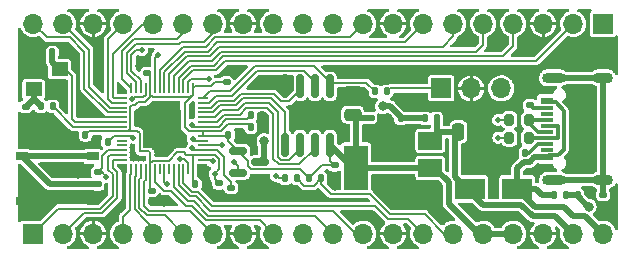
<source format=gbr>
%TF.GenerationSoftware,KiCad,Pcbnew,6.0.2+dfsg-1*%
%TF.CreationDate,2023-01-04T10:20:38-05:00*%
%TF.ProjectId,rp2040-basic-parts,72703230-3430-42d6-9261-7369632d7061,rev?*%
%TF.SameCoordinates,Original*%
%TF.FileFunction,Copper,L1,Top*%
%TF.FilePolarity,Positive*%
%FSLAX46Y46*%
G04 Gerber Fmt 4.6, Leading zero omitted, Abs format (unit mm)*
G04 Created by KiCad (PCBNEW 6.0.2+dfsg-1) date 2023-01-04 10:20:38*
%MOMM*%
%LPD*%
G01*
G04 APERTURE LIST*
G04 Aperture macros list*
%AMRoundRect*
0 Rectangle with rounded corners*
0 $1 Rounding radius*
0 $2 $3 $4 $5 $6 $7 $8 $9 X,Y pos of 4 corners*
0 Add a 4 corners polygon primitive as box body*
4,1,4,$2,$3,$4,$5,$6,$7,$8,$9,$2,$3,0*
0 Add four circle primitives for the rounded corners*
1,1,$1+$1,$2,$3*
1,1,$1+$1,$4,$5*
1,1,$1+$1,$6,$7*
1,1,$1+$1,$8,$9*
0 Add four rect primitives between the rounded corners*
20,1,$1+$1,$2,$3,$4,$5,0*
20,1,$1+$1,$4,$5,$6,$7,0*
20,1,$1+$1,$6,$7,$8,$9,0*
20,1,$1+$1,$8,$9,$2,$3,0*%
G04 Aperture macros list end*
%TA.AperFunction,SMDPad,CuDef*%
%ADD10R,1.000000X0.750000*%
%TD*%
%TA.AperFunction,SMDPad,CuDef*%
%ADD11R,2.000000X1.500000*%
%TD*%
%TA.AperFunction,SMDPad,CuDef*%
%ADD12R,2.000000X3.800000*%
%TD*%
%TA.AperFunction,SMDPad,CuDef*%
%ADD13RoundRect,0.140000X0.140000X0.170000X-0.140000X0.170000X-0.140000X-0.170000X0.140000X-0.170000X0*%
%TD*%
%TA.AperFunction,SMDPad,CuDef*%
%ADD14RoundRect,0.140000X-0.140000X-0.170000X0.140000X-0.170000X0.140000X0.170000X-0.140000X0.170000X0*%
%TD*%
%TA.AperFunction,SMDPad,CuDef*%
%ADD15RoundRect,0.135000X-0.135000X-0.185000X0.135000X-0.185000X0.135000X0.185000X-0.135000X0.185000X0*%
%TD*%
%TA.AperFunction,ComponentPad*%
%ADD16R,1.700000X1.700000*%
%TD*%
%TA.AperFunction,ComponentPad*%
%ADD17O,1.700000X1.700000*%
%TD*%
%TA.AperFunction,SMDPad,CuDef*%
%ADD18R,1.400000X1.200000*%
%TD*%
%TA.AperFunction,SMDPad,CuDef*%
%ADD19RoundRect,0.250000X0.475000X-0.250000X0.475000X0.250000X-0.475000X0.250000X-0.475000X-0.250000X0*%
%TD*%
%TA.AperFunction,SMDPad,CuDef*%
%ADD20RoundRect,0.150000X-0.587500X-0.150000X0.587500X-0.150000X0.587500X0.150000X-0.587500X0.150000X0*%
%TD*%
%TA.AperFunction,SMDPad,CuDef*%
%ADD21RoundRect,0.250000X-0.250000X-0.475000X0.250000X-0.475000X0.250000X0.475000X-0.250000X0.475000X0*%
%TD*%
%TA.AperFunction,SMDPad,CuDef*%
%ADD22RoundRect,0.140000X0.170000X-0.140000X0.170000X0.140000X-0.170000X0.140000X-0.170000X-0.140000X0*%
%TD*%
%TA.AperFunction,SMDPad,CuDef*%
%ADD23RoundRect,0.135000X0.135000X0.185000X-0.135000X0.185000X-0.135000X-0.185000X0.135000X-0.185000X0*%
%TD*%
%TA.AperFunction,SMDPad,CuDef*%
%ADD24RoundRect,0.150000X-0.150000X0.825000X-0.150000X-0.825000X0.150000X-0.825000X0.150000X0.825000X0*%
%TD*%
%TA.AperFunction,SMDPad,CuDef*%
%ADD25RoundRect,0.135000X-0.185000X0.135000X-0.185000X-0.135000X0.185000X-0.135000X0.185000X0.135000X0*%
%TD*%
%TA.AperFunction,SMDPad,CuDef*%
%ADD26RoundRect,0.140000X-0.170000X0.140000X-0.170000X-0.140000X0.170000X-0.140000X0.170000X0.140000X0*%
%TD*%
%TA.AperFunction,SMDPad,CuDef*%
%ADD27R,2.500000X1.800000*%
%TD*%
%TA.AperFunction,SMDPad,CuDef*%
%ADD28RoundRect,0.050000X-0.050000X0.387500X-0.050000X-0.387500X0.050000X-0.387500X0.050000X0.387500X0*%
%TD*%
%TA.AperFunction,SMDPad,CuDef*%
%ADD29RoundRect,0.050000X-0.387500X0.050000X-0.387500X-0.050000X0.387500X-0.050000X0.387500X0.050000X0*%
%TD*%
%TA.AperFunction,SMDPad,CuDef*%
%ADD30R,3.200000X3.200000*%
%TD*%
%TA.AperFunction,SMDPad,CuDef*%
%ADD31RoundRect,0.200000X-0.200000X-0.275000X0.200000X-0.275000X0.200000X0.275000X-0.200000X0.275000X0*%
%TD*%
%TA.AperFunction,SMDPad,CuDef*%
%ADD32RoundRect,0.135000X0.185000X-0.135000X0.185000X0.135000X-0.185000X0.135000X-0.185000X-0.135000X0*%
%TD*%
%TA.AperFunction,SMDPad,CuDef*%
%ADD33R,1.140000X0.600000*%
%TD*%
%TA.AperFunction,SMDPad,CuDef*%
%ADD34R,1.140000X0.300000*%
%TD*%
%TA.AperFunction,ComponentPad*%
%ADD35O,2.000000X0.900000*%
%TD*%
%TA.AperFunction,ComponentPad*%
%ADD36O,1.700000X0.900000*%
%TD*%
%TA.AperFunction,ViaPad*%
%ADD37C,0.500000*%
%TD*%
%TA.AperFunction,ViaPad*%
%ADD38C,0.800000*%
%TD*%
%TA.AperFunction,Conductor*%
%ADD39C,0.500000*%
%TD*%
%TA.AperFunction,Conductor*%
%ADD40C,0.200000*%
%TD*%
%TA.AperFunction,Conductor*%
%ADD41C,0.300000*%
%TD*%
G04 APERTURE END LIST*
D10*
%TO.P,SW1,1,1*%
%TO.N,Net-(R10-Pad2)*%
X124412000Y-112806000D03*
X118412000Y-112806000D03*
%TO.P,SW1,2,2*%
%TO.N,GND*%
X118412000Y-116556000D03*
X124412000Y-116556000D03*
%TD*%
D11*
%TO.P,U1,1,ADJ*%
%TO.N,GND*%
X153010000Y-116092000D03*
%TO.P,U1,2,VO*%
%TO.N,+3V3*%
X153010000Y-113792000D03*
D12*
X146710000Y-113792000D03*
D11*
%TO.P,U1,3,VI*%
%TO.N,VSYS*%
X153010000Y-111492000D03*
%TD*%
D13*
%TO.P,C10,1*%
%TO.N,XIN*%
X121003000Y-104013000D03*
%TO.P,C10,2*%
%TO.N,GND*%
X120043000Y-104013000D03*
%TD*%
D14*
%TO.P,C8,1*%
%TO.N,+1V1*%
X137823000Y-109347000D03*
%TO.P,C8,2*%
%TO.N,GND*%
X138783000Y-109347000D03*
%TD*%
D15*
%TO.P,R11,1*%
%TO.N,QSPI_SS_N*%
X148336000Y-107315000D03*
%TO.P,R11,2*%
%TO.N,Net-(JP1-Pad1)*%
X149356000Y-107315000D03*
%TD*%
D16*
%TO.P,J2,1,Pin_1*%
%TO.N,GPIO0*%
X167640000Y-101600000D03*
D17*
%TO.P,J2,2,Pin_2*%
%TO.N,GPIO1*%
X165100000Y-101600000D03*
%TO.P,J2,3,Pin_3*%
%TO.N,GND*%
X162560000Y-101600000D03*
%TO.P,J2,4,Pin_4*%
%TO.N,GPIO2*%
X160020000Y-101600000D03*
%TO.P,J2,5,Pin_5*%
%TO.N,GPIO3*%
X157480000Y-101600000D03*
%TO.P,J2,6,Pin_6*%
%TO.N,GPIO4*%
X154940000Y-101600000D03*
%TO.P,J2,7,Pin_7*%
%TO.N,GPIO5*%
X152400000Y-101600000D03*
%TO.P,J2,8,Pin_8*%
%TO.N,GND*%
X149860000Y-101600000D03*
%TO.P,J2,9,Pin_9*%
%TO.N,GPIO6*%
X147320000Y-101600000D03*
%TO.P,J2,10,Pin_10*%
%TO.N,GPIO7*%
X144780000Y-101600000D03*
%TO.P,J2,11,Pin_11*%
%TO.N,GPIO8*%
X142240000Y-101600000D03*
%TO.P,J2,12,Pin_12*%
%TO.N,GPIO9*%
X139700000Y-101600000D03*
%TO.P,J2,13,Pin_13*%
%TO.N,GND*%
X137160000Y-101600000D03*
%TO.P,J2,14,Pin_14*%
%TO.N,GPIO10*%
X134620000Y-101600000D03*
%TO.P,J2,15,Pin_15*%
%TO.N,GPIO11*%
X132080000Y-101600000D03*
%TO.P,J2,16,Pin_16*%
%TO.N,GPIO12*%
X129540000Y-101600000D03*
%TO.P,J2,17,Pin_17*%
%TO.N,GPIO13*%
X127000000Y-101600000D03*
%TO.P,J2,18,Pin_18*%
%TO.N,GND*%
X124460000Y-101600000D03*
%TO.P,J2,19,Pin_19*%
%TO.N,GPIO14*%
X121920000Y-101600000D03*
%TO.P,J2,20,Pin_20*%
%TO.N,GPIO15*%
X119380000Y-101600000D03*
%TD*%
D18*
%TO.P,U2,1,1*%
%TO.N,XIN*%
X121623000Y-105449000D03*
%TO.P,U2,2,2*%
%TO.N,GND*%
X119423000Y-105449000D03*
%TO.P,U2,3,3*%
%TO.N,Net-(C11-Pad1)*%
X119423000Y-107149000D03*
%TO.P,U2,4,4*%
%TO.N,GND*%
X121623000Y-107149000D03*
%TD*%
D15*
%TO.P,R8,1*%
%TO.N,GND*%
X149477000Y-109601000D03*
%TO.P,R8,2*%
%TO.N,Net-(C9-Pad1)*%
X150497000Y-109601000D03*
%TD*%
D19*
%TO.P,C5,1*%
%TO.N,+3V3*%
X146431000Y-109281000D03*
%TO.P,C5,2*%
%TO.N,GND*%
X146431000Y-107381000D03*
%TD*%
D20*
%TO.P,Q1,1,G*%
%TO.N,+3V3*%
X136730500Y-112334000D03*
%TO.P,Q1,2,S*%
%TO.N,GPIO29{slash}ADC3*%
X136730500Y-114234000D03*
%TO.P,Q1,3,D*%
%TO.N,Net-(C9-Pad1)*%
X138605500Y-113284000D03*
%TD*%
D14*
%TO.P,C1,1*%
%TO.N,VSYS*%
X155095000Y-113284000D03*
%TO.P,C1,2*%
%TO.N,GND*%
X156055000Y-113284000D03*
%TD*%
D21*
%TO.P,C2,1*%
%TO.N,VSYS*%
X155387000Y-110744000D03*
%TO.P,C2,2*%
%TO.N,GND*%
X157287000Y-110744000D03*
%TD*%
D22*
%TO.P,C13,1*%
%TO.N,+3V3*%
X129032000Y-105763000D03*
%TO.P,C13,2*%
%TO.N,GND*%
X129032000Y-104803000D03*
%TD*%
D13*
%TO.P,C18,1*%
%TO.N,+3V3*%
X123797000Y-110998000D03*
%TO.P,C18,2*%
%TO.N,GND*%
X122837000Y-110998000D03*
%TD*%
D23*
%TO.P,R9,1*%
%TO.N,XOUT*%
X121033000Y-108585000D03*
%TO.P,R9,2*%
%TO.N,Net-(C11-Pad1)*%
X120013000Y-108585000D03*
%TD*%
D24*
%TO.P,U4,1,CS#*%
%TO.N,QSPI_SS_N*%
X144526000Y-106872000D03*
%TO.P,U4,2,SO*%
%TO.N,QSPI_SD1*%
X143256000Y-106872000D03*
%TO.P,U4,3,WP#*%
%TO.N,QSPI_SD2*%
X141986000Y-106872000D03*
%TO.P,U4,4,GND*%
%TO.N,GND*%
X140716000Y-106872000D03*
%TO.P,U4,5,SI*%
%TO.N,QSPI_SD0*%
X140716000Y-111822000D03*
%TO.P,U4,6,SCLK*%
%TO.N,QSPI_SCLK*%
X141986000Y-111822000D03*
%TO.P,U4,7,HOLD#*%
%TO.N,QSPI_SD3*%
X143256000Y-111822000D03*
%TO.P,U4,8,VCC*%
%TO.N,+3V3*%
X144526000Y-111822000D03*
%TD*%
D15*
%TO.P,R1,1*%
%TO.N,VBUS*%
X163447000Y-116078000D03*
%TO.P,R1,2*%
%TO.N,GPIO24*%
X164467000Y-116078000D03*
%TD*%
D23*
%TO.P,R7,1*%
%TO.N,VSYS*%
X153545000Y-109601000D03*
%TO.P,R7,2*%
%TO.N,Net-(C9-Pad1)*%
X152525000Y-109601000D03*
%TD*%
D14*
%TO.P,C16,1*%
%TO.N,+3V3*%
X135918000Y-110998000D03*
%TO.P,C16,2*%
%TO.N,GND*%
X136878000Y-110998000D03*
%TD*%
D25*
%TO.P,R10,1*%
%TO.N,RUN*%
X124841000Y-114171000D03*
%TO.P,R10,2*%
%TO.N,Net-(R10-Pad2)*%
X124841000Y-115191000D03*
%TD*%
D26*
%TO.P,C12,1*%
%TO.N,+3V3*%
X135128000Y-115090000D03*
%TO.P,C12,2*%
%TO.N,GND*%
X135128000Y-116050000D03*
%TD*%
D23*
%TO.P,R5,1*%
%TO.N,ADC_VREF*%
X143766000Y-114681000D03*
%TO.P,R5,2*%
%TO.N,+3V3*%
X142746000Y-114681000D03*
%TD*%
D25*
%TO.P,R13,1*%
%TO.N,GND*%
X161417000Y-107440000D03*
%TO.P,R13,2*%
%TO.N,Net-(J1-PadB5)*%
X161417000Y-108460000D03*
%TD*%
D14*
%TO.P,C15,1*%
%TO.N,+3V3*%
X133124000Y-115189000D03*
%TO.P,C15,2*%
%TO.N,GND*%
X134084000Y-115189000D03*
%TD*%
D15*
%TO.P,R12,1*%
%TO.N,GND*%
X160018000Y-112522000D03*
%TO.P,R12,2*%
%TO.N,Net-(J1-PadA5)*%
X161038000Y-112522000D03*
%TD*%
D27*
%TO.P,D1,1,K*%
%TO.N,VSYS*%
X156369000Y-115570000D03*
%TO.P,D1,2,A*%
%TO.N,VBUS*%
X160369000Y-115570000D03*
%TD*%
D16*
%TO.P,J3,1,Pin_1*%
%TO.N,GPIO16*%
X119380000Y-119380000D03*
D17*
%TO.P,J3,2,Pin_2*%
%TO.N,GPIO17*%
X121920000Y-119380000D03*
%TO.P,J3,3,Pin_3*%
%TO.N,GND*%
X124460000Y-119380000D03*
%TO.P,J3,4,Pin_4*%
%TO.N,GPIO18*%
X127000000Y-119380000D03*
%TO.P,J3,5,Pin_5*%
%TO.N,GPIO19*%
X129540000Y-119380000D03*
%TO.P,J3,6,Pin_6*%
%TO.N,GPIO20*%
X132080000Y-119380000D03*
%TO.P,J3,7,Pin_7*%
%TO.N,GPIO21*%
X134620000Y-119380000D03*
%TO.P,J3,8,Pin_8*%
%TO.N,GND*%
X137160000Y-119380000D03*
%TO.P,J3,9,Pin_9*%
%TO.N,GPIO22*%
X139700000Y-119380000D03*
%TO.P,J3,10,Pin_10*%
%TO.N,RUN*%
X142240000Y-119380000D03*
%TO.P,J3,11,Pin_11*%
%TO.N,GPIO26{slash}ADC0*%
X144780000Y-119380000D03*
%TO.P,J3,12,Pin_12*%
%TO.N,GPIO27{slash}ADC1*%
X147320000Y-119380000D03*
%TO.P,J3,13,Pin_13*%
%TO.N,GND*%
X149860000Y-119380000D03*
%TO.P,J3,14,Pin_14*%
%TO.N,GPIO28{slash}ADC2*%
X152400000Y-119380000D03*
%TO.P,J3,15,Pin_15*%
%TO.N,ADC_VREF*%
X154940000Y-119380000D03*
%TO.P,J3,16,Pin_16*%
%TO.N,+3V3*%
X157480000Y-119380000D03*
%TO.P,J3,17,Pin_17*%
X160020000Y-119380000D03*
%TO.P,J3,18,Pin_18*%
%TO.N,GND*%
X162560000Y-119380000D03*
%TO.P,J3,19,Pin_19*%
%TO.N,VSYS*%
X165100000Y-119380000D03*
%TO.P,J3,20,Pin_20*%
%TO.N,VBUS*%
X167640000Y-119380000D03*
%TD*%
D22*
%TO.P,C19,1*%
%TO.N,+3V3*%
X135763000Y-106525000D03*
%TO.P,C19,2*%
%TO.N,GND*%
X135763000Y-105565000D03*
%TD*%
%TO.P,C4,1*%
%TO.N,+3V3*%
X147955000Y-109573000D03*
%TO.P,C4,2*%
%TO.N,GND*%
X147955000Y-108613000D03*
%TD*%
D28*
%TO.P,U3,1,IOVDD*%
%TO.N,+3V3*%
X132902000Y-107052500D03*
%TO.P,U3,2,GPIO0*%
%TO.N,GPIO0*%
X132502000Y-107052500D03*
%TO.P,U3,3,GPIO1*%
%TO.N,GPIO1*%
X132102000Y-107052500D03*
%TO.P,U3,4,GPIO2*%
%TO.N,GPIO2*%
X131702000Y-107052500D03*
%TO.P,U3,5,GPIO3*%
%TO.N,GPIO3*%
X131302000Y-107052500D03*
%TO.P,U3,6,GPIO4*%
%TO.N,GPIO4*%
X130902000Y-107052500D03*
%TO.P,U3,7,GPIO5*%
%TO.N,GPIO5*%
X130502000Y-107052500D03*
%TO.P,U3,8,GPIO6*%
%TO.N,GPIO6*%
X130102000Y-107052500D03*
%TO.P,U3,9,GPIO7*%
%TO.N,GPIO7*%
X129702000Y-107052500D03*
%TO.P,U3,10,IOVDD*%
%TO.N,+3V3*%
X129302000Y-107052500D03*
%TO.P,U3,11,GPIO8*%
%TO.N,GPIO8*%
X128902000Y-107052500D03*
%TO.P,U3,12,GPIO9*%
%TO.N,GPIO9*%
X128502000Y-107052500D03*
%TO.P,U3,13,GPIO10*%
%TO.N,GPIO10*%
X128102000Y-107052500D03*
%TO.P,U3,14,GPIO11*%
%TO.N,GPIO11*%
X127702000Y-107052500D03*
D29*
%TO.P,U3,15,GPIO12*%
%TO.N,GPIO12*%
X126864500Y-107890000D03*
%TO.P,U3,16,GPIO13*%
%TO.N,GPIO13*%
X126864500Y-108290000D03*
%TO.P,U3,17,GPIO14*%
%TO.N,GPIO14*%
X126864500Y-108690000D03*
%TO.P,U3,18,GPIO15*%
%TO.N,GPIO15*%
X126864500Y-109090000D03*
%TO.P,U3,19,TESTEN*%
%TO.N,GND*%
X126864500Y-109490000D03*
%TO.P,U3,20,XIN*%
%TO.N,XIN*%
X126864500Y-109890000D03*
%TO.P,U3,21,XOUT*%
%TO.N,XOUT*%
X126864500Y-110290000D03*
%TO.P,U3,22,IOVDD*%
%TO.N,+3V3*%
X126864500Y-110690000D03*
%TO.P,U3,23,DVDD*%
%TO.N,+1V1*%
X126864500Y-111090000D03*
%TO.P,U3,24,SWCLK*%
%TO.N,SWCLK*%
X126864500Y-111490000D03*
%TO.P,U3,25,SWDIO*%
%TO.N,SWDIO*%
X126864500Y-111890000D03*
%TO.P,U3,26,RUN*%
%TO.N,RUN*%
X126864500Y-112290000D03*
%TO.P,U3,27,GPIO16*%
%TO.N,GPIO16*%
X126864500Y-112690000D03*
%TO.P,U3,28,GPIO17*%
%TO.N,GPIO17*%
X126864500Y-113090000D03*
D28*
%TO.P,U3,29,GPIO18*%
%TO.N,GPIO18*%
X127702000Y-113927500D03*
%TO.P,U3,30,GPIO19*%
%TO.N,GPIO19*%
X128102000Y-113927500D03*
%TO.P,U3,31,GPIO20*%
%TO.N,GPIO20*%
X128502000Y-113927500D03*
%TO.P,U3,32,GPIO21*%
%TO.N,GPIO21*%
X128902000Y-113927500D03*
%TO.P,U3,33,IOVDD*%
%TO.N,+3V3*%
X129302000Y-113927500D03*
%TO.P,U3,34,GPIO22*%
%TO.N,GPIO22*%
X129702000Y-113927500D03*
%TO.P,U3,35,GPIO23*%
%TO.N,GPIO23*%
X130102000Y-113927500D03*
%TO.P,U3,36,GPIO24*%
%TO.N,GPIO24*%
X130502000Y-113927500D03*
%TO.P,U3,37,GPIO25*%
%TO.N,GPIO25*%
X130902000Y-113927500D03*
%TO.P,U3,38,GPIO26/ADC0*%
%TO.N,GPIO26{slash}ADC0*%
X131302000Y-113927500D03*
%TO.P,U3,39,GPIO27/ADC1*%
%TO.N,GPIO27{slash}ADC1*%
X131702000Y-113927500D03*
%TO.P,U3,40,GPIO28/ADC2*%
%TO.N,GPIO28{slash}ADC2*%
X132102000Y-113927500D03*
%TO.P,U3,41,GPIO29/ADC3*%
%TO.N,GPIO29{slash}ADC3*%
X132502000Y-113927500D03*
%TO.P,U3,42,IOVDD*%
%TO.N,+3V3*%
X132902000Y-113927500D03*
D29*
%TO.P,U3,43,ADC_AVDD*%
%TO.N,Net-(R6-Pad1)*%
X133739500Y-113090000D03*
%TO.P,U3,44,VREG_VIN*%
%TO.N,+3V3*%
X133739500Y-112690000D03*
%TO.P,U3,45,VREG_VOUT*%
%TO.N,+1V1*%
X133739500Y-112290000D03*
%TO.P,U3,46,USB_DM*%
%TO.N,/RUSB_D_N*%
X133739500Y-111890000D03*
%TO.P,U3,47,USB_DP*%
%TO.N,/RUSB_D_P*%
X133739500Y-111490000D03*
%TO.P,U3,48,USB_VDD*%
%TO.N,+3V3*%
X133739500Y-111090000D03*
%TO.P,U3,49,IOVDD*%
X133739500Y-110690000D03*
%TO.P,U3,50,DVDD*%
%TO.N,+1V1*%
X133739500Y-110290000D03*
%TO.P,U3,51,QSPI_SD3*%
%TO.N,QSPI_SD3*%
X133739500Y-109890000D03*
%TO.P,U3,52,QSPI_SCLK*%
%TO.N,QSPI_SCLK*%
X133739500Y-109490000D03*
%TO.P,U3,53,QSPI_SD0*%
%TO.N,QSPI_SD0*%
X133739500Y-109090000D03*
%TO.P,U3,54,QSPI_SD2*%
%TO.N,QSPI_SD2*%
X133739500Y-108690000D03*
%TO.P,U3,55,QSPI_SD1*%
%TO.N,QSPI_SD1*%
X133739500Y-108290000D03*
%TO.P,U3,56,QSPI_SS_N*%
%TO.N,QSPI_SS_N*%
X133739500Y-107890000D03*
D30*
%TO.P,U3,57,GND*%
%TO.N,GND*%
X130302000Y-110490000D03*
%TD*%
D31*
%TO.P,R4,1*%
%TO.N,/RUSB_D_N*%
X159703000Y-111252000D03*
%TO.P,R4,2*%
%TO.N,USB_D_N*%
X161353000Y-111252000D03*
%TD*%
D15*
%TO.P,R6,1*%
%TO.N,Net-(R6-Pad1)*%
X140714000Y-114681000D03*
%TO.P,R6,2*%
%TO.N,ADC_VREF*%
X141734000Y-114681000D03*
%TD*%
%TO.P,R2,1*%
%TO.N,GPIO24*%
X165479000Y-116078000D03*
%TO.P,R2,2*%
%TO.N,GND*%
X166499000Y-116078000D03*
%TD*%
D26*
%TO.P,C6,1*%
%TO.N,+1V1*%
X136144000Y-115471000D03*
%TO.P,C6,2*%
%TO.N,GND*%
X136144000Y-116431000D03*
%TD*%
D22*
%TO.P,C9,1*%
%TO.N,Net-(C9-Pad1)*%
X151511000Y-109573000D03*
%TO.P,C9,2*%
%TO.N,GND*%
X151511000Y-108613000D03*
%TD*%
D13*
%TO.P,C7,1*%
%TO.N,+1V1*%
X125702000Y-111633000D03*
%TO.P,C7,2*%
%TO.N,GND*%
X124742000Y-111633000D03*
%TD*%
D14*
%TO.P,C17,1*%
%TO.N,+3V3*%
X137823000Y-110363000D03*
%TO.P,C17,2*%
%TO.N,GND*%
X138783000Y-110363000D03*
%TD*%
D26*
%TO.P,C11,1*%
%TO.N,Net-(C11-Pad1)*%
X118745000Y-108613000D03*
%TO.P,C11,2*%
%TO.N,GND*%
X118745000Y-109573000D03*
%TD*%
D16*
%TO.P,JP1,1,A*%
%TO.N,Net-(JP1-Pad1)*%
X153939000Y-107061000D03*
D17*
%TO.P,JP1,2,C*%
%TO.N,GND*%
X156479000Y-107061000D03*
%TO.P,JP1,3,B*%
%TO.N,unconnected-(JP1-Pad3)*%
X159019000Y-107061000D03*
%TD*%
D14*
%TO.P,C3,1*%
%TO.N,VSYS*%
X155095000Y-112268000D03*
%TO.P,C3,2*%
%TO.N,GND*%
X156055000Y-112268000D03*
%TD*%
D31*
%TO.P,R3,1*%
%TO.N,/RUSB_D_P*%
X159703000Y-109728000D03*
%TO.P,R3,2*%
%TO.N,USB_D_P*%
X161353000Y-109728000D03*
%TD*%
D26*
%TO.P,C14,1*%
%TO.N,+3V3*%
X129413000Y-115725000D03*
%TO.P,C14,2*%
%TO.N,GND*%
X129413000Y-116685000D03*
%TD*%
%TO.P,C20,1*%
%TO.N,+3V3*%
X144907000Y-113566000D03*
%TO.P,C20,2*%
%TO.N,GND*%
X144907000Y-114526000D03*
%TD*%
D32*
%TO.P,R14,1*%
%TO.N,GND*%
X167640000Y-117096000D03*
%TO.P,R14,2*%
%TO.N,Net-(J1-PadS1)*%
X167640000Y-116076000D03*
%TD*%
D33*
%TO.P,J1,A1_B12,GND*%
%TO.N,GND*%
X162890000Y-113690000D03*
%TO.P,J1,A4_B9,VBUS*%
%TO.N,VBUS*%
X162890000Y-112890000D03*
D34*
%TO.P,J1,A5,CC1*%
%TO.N,Net-(J1-PadA5)*%
X162890000Y-111740000D03*
%TO.P,J1,A6,DP1*%
%TO.N,USB_D_P*%
X162890000Y-110740000D03*
%TO.P,J1,A7,DN1*%
%TO.N,USB_D_N*%
X162890000Y-110240000D03*
%TO.P,J1,A8,SBU1*%
%TO.N,unconnected-(J1-PadA8)*%
X162890000Y-109240000D03*
D33*
%TO.P,J1,B1_A12,GND*%
%TO.N,GND*%
X162890000Y-107290000D03*
%TO.P,J1,B4_A9,VBUS*%
%TO.N,VBUS*%
X162890000Y-108090000D03*
D34*
%TO.P,J1,B5,CC2*%
%TO.N,Net-(J1-PadB5)*%
X162890000Y-108740000D03*
%TO.P,J1,B6,DP2*%
%TO.N,USB_D_P*%
X162890000Y-109740000D03*
%TO.P,J1,B7,DN2*%
%TO.N,USB_D_N*%
X162890000Y-111240000D03*
%TO.P,J1,B8,SBU2*%
%TO.N,unconnected-(J1-PadB8)*%
X162890000Y-112240000D03*
D35*
%TO.P,J1,S1,SHIELD*%
%TO.N,Net-(J1-PadS1)*%
X163470000Y-114815000D03*
%TO.P,J1,S2,SHIELD*%
X163470000Y-106165000D03*
D36*
%TO.P,J1,S3,SHIELD*%
X167640000Y-114815000D03*
%TO.P,J1,S4,SHIELD*%
X167640000Y-106165000D03*
%TD*%
D37*
%TO.N,GND*%
X143891000Y-109728000D03*
X132842000Y-108712000D03*
X126746000Y-106934000D03*
X127889000Y-112903000D03*
D38*
X123190000Y-114300000D03*
X156210000Y-102870000D03*
X158750000Y-102870000D03*
X166370000Y-110490000D03*
D37*
%TO.N,+3V3*%
X148463000Y-113792000D03*
X134747000Y-114300000D03*
%TO.N,GND*%
X161798000Y-114046000D03*
%TO.N,+1V1*%
X132842000Y-112140500D03*
X132842000Y-110140500D03*
%TO.N,/RUSB_D_N*%
X158767122Y-111234878D03*
%TO.N,/RUSB_D_P*%
X158750000Y-109728000D03*
%TO.N,+1V1*%
X127852989Y-111239500D03*
D38*
%TO.N,GND*%
X124206000Y-108966000D03*
D37*
%TO.N,/RUSB_D_N*%
X135382000Y-111895624D03*
%TO.N,/RUSB_D_P*%
X132894506Y-111340500D03*
D38*
%TO.N,GND*%
X129159000Y-111633000D03*
X131445000Y-111633000D03*
X131445000Y-109347000D03*
X129159000Y-109347000D03*
X130302000Y-110490000D03*
D37*
X119634000Y-109601000D03*
X118999000Y-104013000D03*
X136652000Y-105410000D03*
X137033000Y-116459000D03*
%TO.N,RUN*%
X125561500Y-114554000D03*
D38*
%TO.N,GND*%
X139864763Y-106642237D03*
D37*
%TO.N,Net-(R6-Pad1)*%
X139954000Y-114468500D03*
X134569444Y-113248556D03*
%TO.N,GPIO29{slash}ADC3*%
X136398000Y-113284000D03*
D38*
%TO.N,GPIO24*%
X166431497Y-117067258D03*
%TO.N,GND*%
X137922000Y-111506000D03*
D37*
%TO.N,GPIO29{slash}ADC3*%
X131826000Y-113030000D03*
%TO.N,GPIO24*%
X130683000Y-115189000D03*
%TO.N,GPIO0*%
X134239000Y-106299000D03*
D38*
%TO.N,GND*%
X133731000Y-113919000D03*
X130429000Y-116713000D03*
X118618000Y-115189000D03*
X148717000Y-110236000D03*
X159131000Y-112903000D03*
D37*
X128258580Y-105187794D03*
D38*
X161798000Y-106680000D03*
X144907000Y-115316000D03*
X168402000Y-117856000D03*
X151257000Y-115189000D03*
%TO.N,Net-(C9-Pad1)*%
X148971000Y-108585000D03*
X138938000Y-111506000D03*
D37*
%TO.N,GPIO7*%
X129921000Y-104267000D03*
%TO.N,GPIO8*%
X127762000Y-107950000D03*
%TO.N,GPIO9*%
X128588711Y-103819020D03*
%TD*%
D39*
%TO.N,VSYS*%
X155095000Y-113284000D02*
X155095000Y-114550000D01*
X155095000Y-114550000D02*
X157464511Y-116919511D01*
X157464511Y-116919511D02*
X160729241Y-116919511D01*
X160729241Y-116919511D02*
X161665730Y-117856000D01*
X161665730Y-117856000D02*
X163576000Y-117856000D01*
X163576000Y-117856000D02*
X165100000Y-119380000D01*
D40*
%TO.N,+3V3*%
X134747000Y-114300000D02*
X134747000Y-114709000D01*
X134747000Y-114709000D02*
X135128000Y-115090000D01*
X133739500Y-112690000D02*
X134788015Y-112690000D01*
X134788015Y-112690000D02*
X135118955Y-113020940D01*
X135118955Y-113020940D02*
X135118955Y-113928045D01*
X135118955Y-113928045D02*
X134747000Y-114300000D01*
%TO.N,Net-(R6-Pad1)*%
X140714000Y-114681000D02*
X140166500Y-114681000D01*
X140166500Y-114681000D02*
X139954000Y-114468500D01*
%TO.N,+3V3*%
X136730500Y-112334000D02*
X136730500Y-112346500D01*
X136730500Y-112346500D02*
X137568480Y-113184480D01*
X137568480Y-113184480D02*
X137568480Y-113620197D01*
X137568480Y-113620197D02*
X137867283Y-113919000D01*
X137867283Y-113919000D02*
X141984000Y-113919000D01*
X141984000Y-113919000D02*
X142746000Y-114681000D01*
X142746000Y-114681000D02*
X142748000Y-114681000D01*
X142748000Y-114681000D02*
X143863000Y-113566000D01*
X143863000Y-113566000D02*
X144907000Y-113566000D01*
D39*
X153010000Y-113792000D02*
X153359022Y-113792000D01*
X153359022Y-113792000D02*
X154395480Y-114828458D01*
X154395480Y-114828458D02*
X154395480Y-114839750D01*
X157129978Y-119380000D02*
X157480000Y-119380000D01*
X154395480Y-114839750D02*
X154559000Y-115003270D01*
X154559000Y-115003270D02*
X154559000Y-116809022D01*
X154559000Y-116809022D02*
X157129978Y-119380000D01*
%TO.N,VBUS*%
X161925000Y-115570000D02*
X162433000Y-116078000D01*
X160369000Y-115570000D02*
X161925000Y-115570000D01*
X162433000Y-116078000D02*
X163447000Y-116078000D01*
%TO.N,GPIO24*%
X165479000Y-116078000D02*
X165479000Y-116204636D01*
X165479000Y-116204636D02*
X166341622Y-117067258D01*
X166341622Y-117067258D02*
X166431497Y-117067258D01*
X164467000Y-116078000D02*
X165479000Y-116078000D01*
%TO.N,+3V3*%
X157480000Y-119380000D02*
X160020000Y-119380000D01*
%TO.N,VBUS*%
X162890000Y-112890000D02*
X161814988Y-112890000D01*
X161415116Y-113291520D02*
X160901480Y-113291520D01*
X161814988Y-112890000D02*
X161814988Y-112891648D01*
X161814988Y-112891648D02*
X161415116Y-113291520D01*
X160901480Y-113291520D02*
X160369000Y-113824000D01*
X160369000Y-113824000D02*
X160369000Y-115570000D01*
X167640000Y-119380000D02*
X166116000Y-117856000D01*
X166116000Y-117856000D02*
X165082862Y-117856000D01*
X165082862Y-117856000D02*
X164320862Y-117094000D01*
X164320862Y-117094000D02*
X161893000Y-117094000D01*
X161893000Y-117094000D02*
X160369000Y-115570000D01*
D41*
%TO.N,Net-(J1-PadA5)*%
X162890000Y-111740000D02*
X162102520Y-111740000D01*
X162102520Y-111740000D02*
X162102520Y-111754618D01*
X162102520Y-111754618D02*
X161335138Y-112522000D01*
X161335138Y-112522000D02*
X161038000Y-112522000D01*
D40*
%TO.N,GPIO7*%
X129702000Y-104486000D02*
X129702000Y-107052500D01*
X129921000Y-104267000D02*
X129702000Y-104486000D01*
%TO.N,GPIO9*%
X128588711Y-103819020D02*
X128126998Y-103819020D01*
X128126998Y-103819020D02*
X127709080Y-104236938D01*
X127709080Y-104236938D02*
X127709080Y-105562779D01*
X127709080Y-105562779D02*
X128502000Y-106355699D01*
X128502000Y-106355699D02*
X128502000Y-107052500D01*
%TO.N,GPIO13*%
X126864500Y-108290000D02*
X126864020Y-108290480D01*
X126864020Y-108290480D02*
X126057492Y-108290480D01*
X126057492Y-108290480D02*
X125711480Y-107944468D01*
X125711480Y-107944468D02*
X125711480Y-102888520D01*
X125711480Y-102888520D02*
X127000000Y-101600000D01*
%TO.N,GPIO12*%
X126864500Y-107890000D02*
X126222018Y-107890000D01*
X126222018Y-107890000D02*
X126111000Y-107778982D01*
X126111000Y-107778982D02*
X126111000Y-104140000D01*
X128651000Y-101600000D02*
X129540000Y-101600000D01*
X126111000Y-104140000D02*
X128651000Y-101600000D01*
%TO.N,GND*%
X124206000Y-108966000D02*
X124730000Y-109490000D01*
X124730000Y-109490000D02*
X126864500Y-109490000D01*
%TO.N,XIN*%
X126864500Y-109890000D02*
X122903006Y-109890000D01*
X122903006Y-109890000D02*
X122682000Y-109668994D01*
X122682000Y-109668994D02*
X122682000Y-106045000D01*
X122682000Y-106045000D02*
X122086000Y-105449000D01*
X122086000Y-105449000D02*
X121623000Y-105449000D01*
%TO.N,XOUT*%
X126864500Y-110290000D02*
X122738000Y-110290000D01*
X122738000Y-110290000D02*
X121033000Y-108585000D01*
%TO.N,GPIO17*%
X126864500Y-113090000D02*
X126178000Y-113090000D01*
X126178000Y-113090000D02*
X126129520Y-113138480D01*
X126129520Y-113138480D02*
X126129520Y-113779888D01*
X126129520Y-113779888D02*
X126510530Y-114160898D01*
X126510530Y-114160898D02*
X126510530Y-116370476D01*
X125250975Y-117630031D02*
X123669969Y-117630031D01*
X126510530Y-116370476D02*
X125250975Y-117630031D01*
X123669969Y-117630031D02*
X121920000Y-119380000D01*
%TO.N,GPIO16*%
X119380000Y-119380000D02*
X121529489Y-117230511D01*
X121529489Y-117230511D02*
X125085489Y-117230511D01*
X125085489Y-117230511D02*
X126111011Y-116204989D01*
X126111011Y-116204989D02*
X126111011Y-114326384D01*
X126111011Y-114326384D02*
X125730000Y-113945373D01*
X125730000Y-113945373D02*
X125730000Y-112833006D01*
X125730000Y-112833006D02*
X125873006Y-112690000D01*
X125873006Y-112690000D02*
X126864500Y-112690000D01*
%TO.N,RUN*%
X125561500Y-114554000D02*
X125178500Y-114171000D01*
X125178500Y-114171000D02*
X124841000Y-114171000D01*
X124841000Y-114171000D02*
X125222000Y-113790000D01*
X125222000Y-113790000D02*
X125222000Y-112776000D01*
X125222000Y-112776000D02*
X125708000Y-112290000D01*
X125708000Y-112290000D02*
X126864500Y-112290000D01*
%TO.N,GPIO18*%
X127579440Y-114425554D02*
X127579443Y-117348000D01*
X127579440Y-114423040D02*
X127579440Y-114425554D01*
X127579443Y-117348000D02*
X127000000Y-117927443D01*
X127702480Y-114300000D02*
X127579440Y-114423040D01*
X127702000Y-113927500D02*
X127702480Y-113927980D01*
X127702480Y-113927980D02*
X127702480Y-114300000D01*
X127000000Y-117927443D02*
X127000000Y-119380000D01*
%TO.N,GPIO19*%
X128102000Y-113927500D02*
X128102000Y-114468000D01*
X128102000Y-114468000D02*
X127978960Y-114591040D01*
X127978960Y-114591040D02*
X127978962Y-117312549D01*
X127978962Y-117312549D02*
X128877963Y-118211550D01*
X128877963Y-118211550D02*
X128879550Y-118211550D01*
X128879550Y-118211550D02*
X129540000Y-118872000D01*
X129540000Y-118872000D02*
X129540000Y-119380000D01*
%TO.N,GPIO20*%
X128502000Y-113927500D02*
X128502000Y-114633006D01*
X128502000Y-114633006D02*
X128378480Y-114756526D01*
X128378480Y-114756526D02*
X128378481Y-117147062D01*
X128378481Y-117147062D02*
X129043450Y-117812031D01*
X129043450Y-117812031D02*
X130512031Y-117812031D01*
X130512031Y-117812031D02*
X132080000Y-119380000D01*
%TO.N,GPIO21*%
X128902000Y-113927500D02*
X128902000Y-114798012D01*
X128902000Y-114798012D02*
X128778000Y-114922012D01*
X128778000Y-114922012D02*
X128778000Y-116981575D01*
X128778000Y-116981575D02*
X129208936Y-117412511D01*
X129208936Y-117412511D02*
X132652511Y-117412511D01*
X132652511Y-117412511D02*
X134620000Y-119380000D01*
%TO.N,+3V3*%
X129302000Y-113927500D02*
X129302000Y-115614000D01*
X129302000Y-115614000D02*
X129413000Y-115725000D01*
%TO.N,GPIO22*%
X129702000Y-113927500D02*
X129702000Y-114985127D01*
X129702000Y-114985127D02*
X130455384Y-115738511D01*
X130455384Y-115738511D02*
X131046919Y-115738511D01*
X131046919Y-115738511D02*
X132305487Y-116997079D01*
X132305487Y-116997079D02*
X132802085Y-116997079D01*
X132802085Y-116997079D02*
X134035495Y-118230489D01*
X134035495Y-118230489D02*
X138550489Y-118230489D01*
X138550489Y-118230489D02*
X139700000Y-119380000D01*
%TO.N,GPIO24*%
X130683000Y-115189000D02*
X130502000Y-115008000D01*
X130502000Y-115008000D02*
X130502000Y-113927500D01*
%TO.N,GPIO26{slash}ADC0*%
X131302000Y-113927500D02*
X131302000Y-115428586D01*
X132967571Y-116597559D02*
X134200981Y-117830969D01*
X131302000Y-115428586D02*
X132470974Y-116597560D01*
X132470974Y-116597560D02*
X132967571Y-116597559D01*
X143230969Y-117830969D02*
X144780000Y-119380000D01*
X134200981Y-117830969D02*
X143230969Y-117830969D01*
%TO.N,GPIO27{slash}ADC1*%
X131702000Y-113927500D02*
X131702000Y-115263581D01*
X133133057Y-116198039D02*
X134366467Y-117431449D01*
X131702000Y-115263581D02*
X132636459Y-116198040D01*
X132636459Y-116198040D02*
X133133057Y-116198039D01*
X134366467Y-117431449D02*
X144736449Y-117431449D01*
X144736449Y-117431449D02*
X146685000Y-119380000D01*
X146685000Y-119380000D02*
X147320000Y-119380000D01*
%TO.N,GPIO28{slash}ADC2*%
X132102000Y-113927500D02*
X132102000Y-115098575D01*
X132102000Y-115098575D02*
X132801945Y-115798520D01*
X132801945Y-115798520D02*
X133298544Y-115798520D01*
X148343923Y-117031929D02*
X149421993Y-118109999D01*
X151130000Y-118110000D02*
X152400000Y-119380000D01*
X133298544Y-115798520D02*
X134531953Y-117031929D01*
X134531953Y-117031929D02*
X148343923Y-117031929D01*
X149421993Y-118109999D02*
X151130000Y-118110000D01*
%TO.N,QSPI_SD2*%
X141986000Y-106872000D02*
X141986000Y-107212717D01*
X134436301Y-108690000D02*
X133739500Y-108690000D01*
X141986000Y-107212717D02*
X141052197Y-108146520D01*
X141052197Y-108146520D02*
X140379803Y-108146520D01*
X140379803Y-108146520D02*
X139746725Y-107513442D01*
X136948571Y-107513442D02*
X136373453Y-108088560D01*
X136373453Y-108088560D02*
X135037741Y-108088560D01*
X139746725Y-107513442D02*
X136948571Y-107513442D01*
X135037741Y-108088560D02*
X134436301Y-108690000D01*
%TO.N,QSPI_SD0*%
X133739500Y-109090000D02*
X134601307Y-109090000D01*
X134601307Y-109090000D02*
X135203227Y-108488080D01*
X135203227Y-108488080D02*
X136538938Y-108488080D01*
X136538938Y-108488080D02*
X137114060Y-107912962D01*
X137114060Y-107912962D02*
X139535962Y-107912962D01*
X139535962Y-107912962D02*
X140716000Y-109093000D01*
X140716000Y-109093000D02*
X140716000Y-111822000D01*
%TO.N,QSPI_SCLK*%
X133739500Y-109490000D02*
X134766313Y-109490000D01*
X141052197Y-113096520D02*
X141986000Y-112162717D01*
X134766313Y-109490000D02*
X135368713Y-108887600D01*
X140116480Y-112833197D02*
X140379803Y-113096520D01*
X135368713Y-108887600D02*
X136704425Y-108887599D01*
X136704425Y-108887599D02*
X137279545Y-108312481D01*
X137279545Y-108312481D02*
X139370475Y-108312481D01*
X141986000Y-112162717D02*
X141986000Y-111822000D01*
X139370475Y-108312481D02*
X140116480Y-109058486D01*
X140116480Y-109058486D02*
X140116480Y-112833197D01*
X140379803Y-113096520D02*
X141052197Y-113096520D01*
%TO.N,QSPI_SD3*%
X133739500Y-109890000D02*
X134931319Y-109890000D01*
X134931319Y-109890000D02*
X135534199Y-109287120D01*
X140214317Y-113496040D02*
X141922677Y-113496040D01*
X135534199Y-109287120D02*
X136869912Y-109287118D01*
X139716961Y-112998684D02*
X140214317Y-113496040D01*
X143256000Y-112162717D02*
X143256000Y-111822000D01*
X136869912Y-109287118D02*
X137445030Y-108712000D01*
X139204988Y-108712000D02*
X139716961Y-109223973D01*
X137445030Y-108712000D02*
X139204988Y-108712000D01*
X139716961Y-109223973D02*
X139716961Y-112998684D01*
X141922677Y-113496040D02*
X143256000Y-112162717D01*
%TO.N,+1V1*%
X133739500Y-112290000D02*
X132991500Y-112290000D01*
X132991500Y-112290000D02*
X132842000Y-112140500D01*
%TO.N,/RUSB_D_N*%
X135382000Y-111895624D02*
X135376376Y-111890000D01*
X135376376Y-111890000D02*
X133739500Y-111890000D01*
%TO.N,+1V1*%
X133739500Y-112290000D02*
X134953006Y-112290000D01*
X134953006Y-112290000D02*
X135527520Y-112864514D01*
X135527520Y-112864514D02*
X135527520Y-114404237D01*
X135527520Y-114404237D02*
X136144000Y-115020717D01*
X136144000Y-115020717D02*
X136144000Y-115471000D01*
%TO.N,/RUSB_D_P*%
X132894506Y-111340500D02*
X133044006Y-111490000D01*
X133044006Y-111490000D02*
X133739500Y-111490000D01*
%TO.N,+1V1*%
X133739500Y-110290000D02*
X132991500Y-110290000D01*
X132991500Y-110290000D02*
X132842000Y-110140500D01*
%TO.N,+3V3*%
X133739500Y-110690000D02*
X132578254Y-110690000D01*
X132578254Y-110690000D02*
X132207000Y-110318746D01*
X132207000Y-110318746D02*
X132207000Y-108279295D01*
X132207000Y-108279295D02*
X132902000Y-107584295D01*
%TO.N,/RUSB_D_P*%
X158750000Y-109728000D02*
X159703000Y-109728000D01*
%TO.N,/RUSB_D_N*%
X158767122Y-111234878D02*
X159685878Y-111234878D01*
X159685878Y-111234878D02*
X159703000Y-111252000D01*
%TO.N,+1V1*%
X126864500Y-111090000D02*
X127703489Y-111090000D01*
X127703489Y-111090000D02*
X127852989Y-111239500D01*
%TO.N,+3V3*%
X127396295Y-110690000D02*
X128216000Y-110690000D01*
X128216000Y-110690000D02*
X128402489Y-110876489D01*
X128402489Y-110876489D02*
X128402489Y-112389511D01*
X128402489Y-112389511D02*
X129153511Y-112389511D01*
X129153511Y-112389511D02*
X129302000Y-112538000D01*
X129302000Y-112538000D02*
X129302000Y-113395705D01*
X133739500Y-111090000D02*
X133739500Y-110690000D01*
X132883000Y-112690000D02*
X132361301Y-112690000D01*
X132361301Y-112690000D02*
X132151790Y-112480489D01*
X132151790Y-112480489D02*
X131598384Y-112480489D01*
X131598384Y-112480489D02*
X130888393Y-113190480D01*
X130888393Y-113190480D02*
X129507225Y-113190480D01*
X129507225Y-113190480D02*
X129302000Y-113395705D01*
X126864500Y-110690000D02*
X127396295Y-110690000D01*
X127720489Y-108499511D02*
X127989616Y-108499511D01*
X127396295Y-110690000D02*
X127601520Y-110484775D01*
X127601520Y-110484775D02*
X127601520Y-108618480D01*
X129302000Y-107749301D02*
X129302000Y-107052500D01*
X127601520Y-108618480D02*
X127720489Y-108499511D01*
X127989616Y-108499511D02*
X128266607Y-108222520D01*
X128828782Y-108222519D02*
X129302000Y-107749301D01*
X128266607Y-108222520D02*
X128828782Y-108222519D01*
%TO.N,GPIO8*%
X127762000Y-107950000D02*
X127889000Y-107823000D01*
X127889000Y-107823000D02*
X128663295Y-107823000D01*
X128663295Y-107823000D02*
X128902000Y-107584295D01*
X128902000Y-107584295D02*
X128902000Y-107052500D01*
%TO.N,+3V3*%
X129302000Y-107052500D02*
X129302000Y-107584295D01*
X129302000Y-107584295D02*
X129507225Y-107789520D01*
X129507225Y-107789520D02*
X132696775Y-107789520D01*
X132696775Y-107789520D02*
X132902000Y-107584295D01*
X132902000Y-107584295D02*
X132902000Y-107052500D01*
X133739500Y-112690000D02*
X132883000Y-112690000D01*
X132902000Y-113927500D02*
X132902000Y-112709000D01*
X132902000Y-112709000D02*
X132883000Y-112690000D01*
X129302000Y-113395705D02*
X129302000Y-113927500D01*
%TO.N,GPIO29{slash}ADC3*%
X131826000Y-113030000D02*
X132136295Y-113030000D01*
X132136295Y-113030000D02*
X132502000Y-113395705D01*
X132502000Y-113395705D02*
X132502000Y-113927500D01*
D39*
%TO.N,Net-(C9-Pad1)*%
X138938000Y-111506000D02*
X138938000Y-112951500D01*
X138938000Y-112951500D02*
X138605500Y-113284000D01*
D40*
%TO.N,GPIO14*%
X126864500Y-108690000D02*
X125892006Y-108690000D01*
X125892006Y-108690000D02*
X124116040Y-106914034D01*
X124116040Y-106914034D02*
X124116040Y-103796040D01*
X124116040Y-103796040D02*
X121920000Y-101600000D01*
%TO.N,GPIO15*%
X119380000Y-101600000D02*
X120529511Y-102749511D01*
X120529511Y-102749511D02*
X122504505Y-102749511D01*
X122504505Y-102749511D02*
X123716520Y-103961526D01*
X123716520Y-103961526D02*
X123716520Y-107079520D01*
X123716520Y-107079520D02*
X125727000Y-109090000D01*
X125727000Y-109090000D02*
X126864500Y-109090000D01*
%TO.N,Net-(R6-Pad1)*%
X133739500Y-113090000D02*
X134410888Y-113090000D01*
X134410888Y-113090000D02*
X134569444Y-113248556D01*
%TO.N,GPIO29{slash}ADC3*%
X136398000Y-113284000D02*
X136730500Y-113616500D01*
X136730500Y-113616500D02*
X136730500Y-114234000D01*
%TO.N,QSPI_SS_N*%
X148336000Y-107315000D02*
X147602480Y-106581480D01*
X147602480Y-106581480D02*
X144816520Y-106581480D01*
X144816520Y-106581480D02*
X144526000Y-106872000D01*
%TO.N,ADC_VREF*%
X143766000Y-114681000D02*
X143766000Y-115164259D01*
X143766000Y-115164259D02*
X144617252Y-116015511D01*
X144617252Y-116015511D02*
X147892511Y-116015511D01*
X147892511Y-116015511D02*
X149587480Y-117710480D01*
X149587480Y-117710480D02*
X152535221Y-117710480D01*
X152535221Y-117710480D02*
X154204741Y-119380000D01*
X154204741Y-119380000D02*
X154940000Y-119380000D01*
X141734000Y-114681000D02*
X142353520Y-115300520D01*
X142353520Y-115300520D02*
X143146480Y-115300520D01*
X143146480Y-115300520D02*
X143766000Y-114681000D01*
%TO.N,+3V3*%
X135918000Y-110998000D02*
X135918000Y-111521500D01*
X135918000Y-111521500D02*
X136730500Y-112334000D01*
%TO.N,QSPI_SS_N*%
X133739500Y-107890000D02*
X134381469Y-107248031D01*
X134381469Y-107248031D02*
X136083969Y-107248031D01*
X136083969Y-107248031D02*
X138176000Y-105156000D01*
X138176000Y-105156000D02*
X143150717Y-105156000D01*
X143150717Y-105156000D02*
X144526000Y-106531283D01*
X144526000Y-106531283D02*
X144526000Y-106872000D01*
%TO.N,+3V3*%
X135918000Y-110998000D02*
X135826000Y-111090000D01*
X135826000Y-111090000D02*
X133739500Y-111090000D01*
X133739500Y-110690000D02*
X135261332Y-110690000D01*
X135261332Y-110690000D02*
X135865172Y-110086160D01*
X135865172Y-110086160D02*
X137546160Y-110086160D01*
X137546160Y-110086160D02*
X137823000Y-110363000D01*
X126864500Y-110690000D02*
X124105000Y-110690000D01*
X124105000Y-110690000D02*
X123797000Y-110998000D01*
%TO.N,+1V1*%
X126864500Y-111090000D02*
X126245000Y-111090000D01*
X126245000Y-111090000D02*
X125702000Y-111633000D01*
%TO.N,+3V3*%
X144907000Y-113566000D02*
X144526000Y-113185000D01*
X144526000Y-113185000D02*
X144526000Y-111822000D01*
D39*
X146710000Y-113792000D02*
X146496000Y-113792000D01*
X146496000Y-113792000D02*
X144526000Y-111822000D01*
D40*
%TO.N,+1V1*%
X133739500Y-110290000D02*
X135096325Y-110290000D01*
X135096325Y-110290000D02*
X135699685Y-109686640D01*
X135699685Y-109686640D02*
X137483360Y-109686640D01*
X137483360Y-109686640D02*
X137823000Y-109347000D01*
%TO.N,QSPI_SD1*%
X133739500Y-108290000D02*
X134271295Y-108290000D01*
X134271295Y-108290000D02*
X134872255Y-107689040D01*
X134872255Y-107689040D02*
X136207966Y-107689040D01*
X136207966Y-107689040D02*
X138341486Y-105555520D01*
X138341486Y-105555520D02*
X142280237Y-105555520D01*
X142280237Y-105555520D02*
X143256000Y-106531283D01*
X143256000Y-106531283D02*
X143256000Y-106872000D01*
%TO.N,+3V3*%
X132902000Y-107052500D02*
X133105989Y-106848511D01*
X133105989Y-106848511D02*
X134466616Y-106848511D01*
X134466616Y-106848511D02*
X134788511Y-106526616D01*
X134788511Y-106526616D02*
X134788511Y-106525000D01*
X134788511Y-106525000D02*
X135763000Y-106525000D01*
%TO.N,GPIO1*%
X132102000Y-107052500D02*
X132102000Y-106355699D01*
X132102000Y-106355699D02*
X132920696Y-105537003D01*
X132920696Y-105537003D02*
X134835036Y-105537000D01*
X134835036Y-105537000D02*
X135624925Y-104747111D01*
X135624925Y-104747111D02*
X161952892Y-104747108D01*
X161952892Y-104747108D02*
X165100000Y-101600000D01*
%TO.N,GPIO2*%
X131702000Y-107052500D02*
X131702000Y-106190693D01*
X134669549Y-105137481D02*
X135459439Y-104347591D01*
X131702000Y-106190693D02*
X132755210Y-105137483D01*
X132755210Y-105137483D02*
X134669549Y-105137481D01*
X135459439Y-104347591D02*
X159177411Y-104347589D01*
X159177411Y-104347589D02*
X160020000Y-103505000D01*
X160020000Y-103505000D02*
X160020000Y-101600000D01*
%TO.N,GPIO3*%
X131302000Y-107052500D02*
X131302000Y-106025687D01*
X135293953Y-103948071D02*
X156909930Y-103948070D01*
X131302000Y-106025687D02*
X132589724Y-104737963D01*
X132589724Y-104737963D02*
X134504062Y-104737962D01*
X134504062Y-104737962D02*
X135293953Y-103948071D01*
X156909930Y-103948070D02*
X157480000Y-103378000D01*
X157480000Y-103378000D02*
X157480000Y-101600000D01*
%TO.N,GPIO4*%
X130902000Y-107052500D02*
X130902000Y-105826000D01*
X130902000Y-105826000D02*
X132389559Y-104338443D01*
X132389559Y-104338443D02*
X134338575Y-104338443D01*
X134338575Y-104338443D02*
X135128467Y-103548551D01*
X135128467Y-103548551D02*
X154053860Y-103548551D01*
X154053860Y-103548551D02*
X154940000Y-102662411D01*
X154940000Y-102662411D02*
X154940000Y-101600000D01*
%TO.N,GPIO5*%
X130502000Y-107052500D02*
X130502000Y-105660995D01*
X130502000Y-105660995D02*
X132224073Y-103938922D01*
X132224073Y-103938922D02*
X132555045Y-103938923D01*
X132555045Y-103938923D02*
X134173091Y-103938921D01*
X134173091Y-103938921D02*
X134962981Y-103149031D01*
X134962981Y-103149031D02*
X150850969Y-103149031D01*
X150850969Y-103149031D02*
X152400000Y-101600000D01*
%TO.N,GPIO6*%
X130102000Y-107052500D02*
X130102000Y-105495989D01*
X130102000Y-105495989D02*
X132058586Y-103539403D01*
X132058586Y-103539403D02*
X134007604Y-103539402D01*
X134007604Y-103539402D02*
X134797495Y-102749511D01*
X134797495Y-102749511D02*
X146170489Y-102749511D01*
X146170489Y-102749511D02*
X147320000Y-101600000D01*
%TO.N,GPIO0*%
X134239000Y-106299000D02*
X132723705Y-106299000D01*
X132723705Y-106299000D02*
X132502480Y-106520225D01*
X132502480Y-106520225D02*
X132502480Y-106520705D01*
X132502480Y-106520705D02*
X132502000Y-106520705D01*
X132502000Y-106520705D02*
X132502000Y-107052500D01*
%TO.N,+3V3*%
X132902000Y-113927500D02*
X132902000Y-114967000D01*
X132902000Y-114967000D02*
X133124000Y-115189000D01*
D39*
%TO.N,Net-(R10-Pad2)*%
X118412000Y-112806000D02*
X120797000Y-115191000D01*
X120797000Y-115191000D02*
X124841000Y-115191000D01*
X118412000Y-112806000D02*
X124412000Y-112806000D01*
D40*
%TO.N,Net-(JP1-Pad1)*%
X153939000Y-107061000D02*
X149610000Y-107061000D01*
X149610000Y-107061000D02*
X149356000Y-107315000D01*
D41*
%TO.N,Net-(J1-PadB5)*%
X162890000Y-108740000D02*
X161697000Y-108740000D01*
X161697000Y-108740000D02*
X161417000Y-108460000D01*
D39*
%TO.N,VSYS*%
X153010000Y-111492000D02*
X153545000Y-110957000D01*
X153545000Y-110957000D02*
X153545000Y-109601000D01*
%TO.N,Net-(C9-Pad1)*%
X151511000Y-109573000D02*
X152497000Y-109573000D01*
X152497000Y-109573000D02*
X152525000Y-109601000D01*
X150497000Y-109601000D02*
X151483000Y-109601000D01*
X151483000Y-109601000D02*
X151511000Y-109573000D01*
X148971000Y-108585000D02*
X149607636Y-108585000D01*
X149607636Y-108585000D02*
X150497000Y-109474364D01*
X150497000Y-109474364D02*
X150497000Y-109601000D01*
%TO.N,XIN*%
X121003000Y-104013000D02*
X121003000Y-104829000D01*
X121003000Y-104829000D02*
X121623000Y-105449000D01*
%TO.N,Net-(C11-Pad1)*%
X119423000Y-107149000D02*
X119423000Y-107995000D01*
X119423000Y-107995000D02*
X120013000Y-108585000D01*
X119423000Y-107149000D02*
X119423000Y-107935000D01*
X119423000Y-107935000D02*
X118745000Y-108613000D01*
%TO.N,VSYS*%
X155095000Y-111036000D02*
X155095000Y-112268000D01*
X153010000Y-111492000D02*
X153758000Y-110744000D01*
X155387000Y-110744000D02*
X155095000Y-111036000D01*
X155095000Y-112268000D02*
X155095000Y-113284000D01*
X153758000Y-110744000D02*
X155387000Y-110744000D01*
%TO.N,GND*%
X146431000Y-107381000D02*
X146723000Y-107381000D01*
D40*
%TO.N,+3V3*%
X129032000Y-105763000D02*
X129302000Y-106033000D01*
X129302000Y-106033000D02*
X129302000Y-107052500D01*
D39*
X146723000Y-109573000D02*
X146431000Y-109281000D01*
X146710000Y-113792000D02*
X153010000Y-113792000D01*
X146710000Y-109560000D02*
X146431000Y-109281000D01*
X147955000Y-109573000D02*
X146723000Y-109573000D01*
X146710000Y-113792000D02*
X146710000Y-109560000D01*
D41*
%TO.N,VBUS*%
X163040489Y-108240489D02*
X163612489Y-108240489D01*
X163040489Y-112739511D02*
X162890000Y-112890000D01*
X162890000Y-108090000D02*
X163040489Y-108240489D01*
X164309031Y-112239991D02*
X163809511Y-112739511D01*
X163612489Y-108240489D02*
X164309031Y-108937031D01*
X163809511Y-112739511D02*
X163040489Y-112739511D01*
X164309031Y-108937031D02*
X164309031Y-112239991D01*
%TO.N,USB_D_N*%
X163809022Y-110240000D02*
X163809511Y-110240489D01*
X163809511Y-111239511D02*
X163809022Y-111240000D01*
X163809022Y-111240000D02*
X162890000Y-111240000D01*
X163809511Y-110240489D02*
X163809511Y-111239511D01*
X162890000Y-111240000D02*
X161365000Y-111240000D01*
X162890000Y-110240000D02*
X163809022Y-110240000D01*
X161365000Y-111240000D02*
X161353000Y-111252000D01*
%TO.N,USB_D_P*%
X161353000Y-109999862D02*
X161353000Y-109728000D01*
X162890000Y-109740000D02*
X161365000Y-109740000D01*
X161365000Y-109740000D02*
X161353000Y-109728000D01*
X162890000Y-110740000D02*
X162093138Y-110740000D01*
X162093138Y-110740000D02*
X161353000Y-109999862D01*
D40*
%TO.N,GPIO10*%
X127309560Y-105728264D02*
X127309560Y-104071452D01*
X134620000Y-102362000D02*
X134620000Y-101600000D01*
X131893100Y-103139883D02*
X133842117Y-103139883D01*
X128102000Y-106520705D02*
X127309560Y-105728264D01*
X133842117Y-103139883D02*
X134620000Y-102362000D01*
X128111492Y-103269520D02*
X131763463Y-103269520D01*
X131763463Y-103269520D02*
X131893100Y-103139883D01*
X128102000Y-107052500D02*
X128102000Y-106520705D01*
X127309560Y-104071452D02*
X128111492Y-103269520D01*
%TO.N,GPIO11*%
X132080000Y-102387977D02*
X132080000Y-101600000D01*
X126910040Y-103905966D02*
X127946006Y-102870000D01*
X131597977Y-102870000D02*
X132080000Y-102387977D01*
X127702000Y-107052500D02*
X126910040Y-106260540D01*
X127946006Y-102870000D02*
X131597977Y-102870000D01*
X126910040Y-106260540D02*
X126910040Y-103905966D01*
D39*
%TO.N,Net-(J1-PadS1)*%
X167640000Y-114815000D02*
X167640000Y-116076000D01*
X163470000Y-106165000D02*
X167640000Y-106165000D01*
X167640000Y-114815000D02*
X167640000Y-106165000D01*
X163470000Y-114815000D02*
X167640000Y-114815000D01*
%TD*%
%TA.AperFunction,Conductor*%
%TO.N,GND*%
G36*
X136190965Y-118604991D02*
G01*
X136237458Y-118658647D01*
X136247562Y-118728921D01*
X136229875Y-118776002D01*
X136230141Y-118776142D01*
X136229027Y-118778259D01*
X136228520Y-118779609D01*
X136227450Y-118781257D01*
X136138360Y-118950589D01*
X136133951Y-118961232D01*
X136077210Y-119143967D01*
X136074820Y-119155211D01*
X136065375Y-119235012D01*
X136067817Y-119249431D01*
X136080559Y-119253000D01*
X138238945Y-119253000D01*
X138253490Y-119248729D01*
X138255553Y-119236595D01*
X138250693Y-119183707D01*
X138248595Y-119172386D01*
X138196658Y-118988231D01*
X138192533Y-118977484D01*
X138107903Y-118805871D01*
X138101893Y-118796064D01*
X138094660Y-118786377D01*
X138069929Y-118719827D01*
X138085104Y-118650471D01*
X138135367Y-118600329D01*
X138195619Y-118584989D01*
X138351459Y-118584989D01*
X138419580Y-118604991D01*
X138440554Y-118621893D01*
X138547583Y-118728921D01*
X138645064Y-118826402D01*
X138679089Y-118888714D01*
X138673167Y-118954883D01*
X138675203Y-118955515D01*
X138615007Y-119149378D01*
X138591148Y-119350964D01*
X138604424Y-119553522D01*
X138605845Y-119559118D01*
X138605846Y-119559123D01*
X138626119Y-119638945D01*
X138654392Y-119750269D01*
X138656809Y-119755512D01*
X138693912Y-119835994D01*
X138739377Y-119934616D01*
X138856533Y-120100389D01*
X139001938Y-120242035D01*
X139170720Y-120354812D01*
X139176023Y-120357090D01*
X139176026Y-120357092D01*
X139255006Y-120391024D01*
X139286808Y-120404687D01*
X139295059Y-120408232D01*
X139349752Y-120453500D01*
X139371289Y-120521151D01*
X139352832Y-120589707D01*
X139300241Y-120637401D01*
X139245321Y-120650000D01*
X137616666Y-120650000D01*
X137548545Y-120629998D01*
X137502052Y-120576342D01*
X137491948Y-120506068D01*
X137521442Y-120441488D01*
X137576165Y-120404687D01*
X137605494Y-120394731D01*
X137615994Y-120390056D01*
X137782958Y-120296552D01*
X137792430Y-120290042D01*
X137939553Y-120167682D01*
X137947682Y-120159553D01*
X138070042Y-120012430D01*
X138076552Y-120002958D01*
X138170056Y-119835994D01*
X138174730Y-119825497D01*
X138236238Y-119644302D01*
X138238926Y-119633106D01*
X138254610Y-119524929D01*
X138252624Y-119510993D01*
X138239056Y-119507000D01*
X136079991Y-119507000D01*
X136064951Y-119511416D01*
X136062899Y-119522602D01*
X136064542Y-119547676D01*
X136066343Y-119559046D01*
X136113443Y-119744502D01*
X136117284Y-119755348D01*
X136197394Y-119929120D01*
X136203145Y-119939081D01*
X136313579Y-120095343D01*
X136321057Y-120104098D01*
X136458114Y-120237612D01*
X136467058Y-120244855D01*
X136626156Y-120351161D01*
X136636266Y-120356651D01*
X136756325Y-120408232D01*
X136811018Y-120453500D01*
X136832555Y-120521151D01*
X136814098Y-120589707D01*
X136761507Y-120637401D01*
X136706587Y-120650000D01*
X135078221Y-120650000D01*
X135010100Y-120629998D01*
X134963607Y-120576342D01*
X134953503Y-120506068D01*
X134982997Y-120441488D01*
X135037720Y-120404687D01*
X135065693Y-120395192D01*
X135065698Y-120395190D01*
X135071165Y-120393334D01*
X135077019Y-120390056D01*
X135185504Y-120329301D01*
X135248276Y-120294147D01*
X135287969Y-120261135D01*
X135399913Y-120168031D01*
X135404345Y-120164345D01*
X135534147Y-120008276D01*
X135603465Y-119884500D01*
X135630510Y-119836208D01*
X135630511Y-119836206D01*
X135633334Y-119831165D01*
X135635190Y-119825698D01*
X135635192Y-119825693D01*
X135696728Y-119644414D01*
X135696729Y-119644409D01*
X135698584Y-119638945D01*
X135699412Y-119633236D01*
X135699413Y-119633231D01*
X135727179Y-119441727D01*
X135727712Y-119438053D01*
X135729232Y-119380000D01*
X135717298Y-119250124D01*
X135711187Y-119183613D01*
X135711186Y-119183610D01*
X135710658Y-119177859D01*
X135704271Y-119155211D01*
X135657125Y-118988046D01*
X135657124Y-118988044D01*
X135655557Y-118982487D01*
X135645076Y-118961232D01*
X135568331Y-118805609D01*
X135565776Y-118800428D01*
X135555284Y-118786377D01*
X135530553Y-118719830D01*
X135545725Y-118650474D01*
X135595986Y-118600331D01*
X135656242Y-118584989D01*
X136122844Y-118584989D01*
X136190965Y-118604991D01*
G37*
%TD.AperFunction*%
%TA.AperFunction,Conductor*%
G36*
X127289621Y-113464502D02*
G01*
X127336114Y-113518158D01*
X127347500Y-113570500D01*
X127347500Y-113876243D01*
X127345394Y-113896037D01*
X127345189Y-113900390D01*
X127342997Y-113910570D01*
X127346214Y-113937748D01*
X127346627Y-113941237D01*
X127347500Y-113956048D01*
X127347500Y-114100912D01*
X127327498Y-114169033D01*
X127320454Y-114178911D01*
X127318423Y-114181488D01*
X127314881Y-114185473D01*
X127314980Y-114185557D01*
X127311622Y-114189520D01*
X127307946Y-114193196D01*
X127304923Y-114197425D01*
X127304923Y-114197426D01*
X127297586Y-114207692D01*
X127294025Y-114212435D01*
X127270943Y-114241715D01*
X127270941Y-114241719D01*
X127264494Y-114249897D01*
X127261661Y-114257965D01*
X127256687Y-114264925D01*
X127253703Y-114274903D01*
X127243020Y-114310626D01*
X127241184Y-114316275D01*
X127225390Y-114361248D01*
X127224940Y-114366444D01*
X127224940Y-114369149D01*
X127224843Y-114371405D01*
X127224700Y-114371881D01*
X127224654Y-114371879D01*
X127224641Y-114372078D01*
X127222872Y-114377995D01*
X127224359Y-114415834D01*
X127224843Y-114428166D01*
X127224940Y-114433112D01*
X127224943Y-116738398D01*
X127224943Y-117148970D01*
X127204941Y-117217091D01*
X127188039Y-117238065D01*
X126785578Y-117640527D01*
X126770098Y-117653029D01*
X126766868Y-117655968D01*
X126758118Y-117661618D01*
X126738991Y-117685881D01*
X126735441Y-117689876D01*
X126735540Y-117689960D01*
X126732182Y-117693923D01*
X126728506Y-117697599D01*
X126725483Y-117701828D01*
X126725483Y-117701829D01*
X126718146Y-117712095D01*
X126714585Y-117716838D01*
X126691503Y-117746118D01*
X126691501Y-117746122D01*
X126685054Y-117754300D01*
X126682221Y-117762368D01*
X126677247Y-117769328D01*
X126674263Y-117779306D01*
X126663580Y-117815029D01*
X126661744Y-117820678D01*
X126645950Y-117865651D01*
X126645500Y-117870847D01*
X126645500Y-117873552D01*
X126645403Y-117875808D01*
X126645260Y-117876284D01*
X126645214Y-117876282D01*
X126645201Y-117876481D01*
X126643432Y-117882398D01*
X126643841Y-117892802D01*
X126645403Y-117932567D01*
X126645500Y-117937513D01*
X126645500Y-118245616D01*
X126625498Y-118313737D01*
X126571842Y-118360230D01*
X126563111Y-118363828D01*
X126548330Y-118369281D01*
X126522463Y-118378824D01*
X126348010Y-118482612D01*
X126343670Y-118486418D01*
X126343666Y-118486421D01*
X126234784Y-118581909D01*
X126195392Y-118616455D01*
X126191817Y-118620990D01*
X126191816Y-118620991D01*
X126181675Y-118633855D01*
X126069720Y-118775869D01*
X126067031Y-118780980D01*
X126067029Y-118780983D01*
X126042773Y-118827086D01*
X125975203Y-118955515D01*
X125915007Y-119149378D01*
X125891148Y-119350964D01*
X125904424Y-119553522D01*
X125905845Y-119559118D01*
X125905846Y-119559123D01*
X125926119Y-119638945D01*
X125954392Y-119750269D01*
X125956809Y-119755512D01*
X125993912Y-119835994D01*
X126039377Y-119934616D01*
X126156533Y-120100389D01*
X126301938Y-120242035D01*
X126470720Y-120354812D01*
X126476023Y-120357090D01*
X126476026Y-120357092D01*
X126555006Y-120391024D01*
X126586808Y-120404687D01*
X126595059Y-120408232D01*
X126649752Y-120453500D01*
X126671289Y-120521151D01*
X126652832Y-120589707D01*
X126600241Y-120637401D01*
X126545321Y-120650000D01*
X124916666Y-120650000D01*
X124848545Y-120629998D01*
X124802052Y-120576342D01*
X124791948Y-120506068D01*
X124821442Y-120441488D01*
X124876165Y-120404687D01*
X124905494Y-120394731D01*
X124915994Y-120390056D01*
X125082958Y-120296552D01*
X125092430Y-120290042D01*
X125239553Y-120167682D01*
X125247682Y-120159553D01*
X125370042Y-120012430D01*
X125376552Y-120002958D01*
X125470056Y-119835994D01*
X125474730Y-119825497D01*
X125536238Y-119644302D01*
X125538926Y-119633106D01*
X125554610Y-119524929D01*
X125552624Y-119510993D01*
X125539056Y-119507000D01*
X123379991Y-119507000D01*
X123364951Y-119511416D01*
X123362899Y-119522602D01*
X123364542Y-119547676D01*
X123366343Y-119559046D01*
X123413443Y-119744502D01*
X123417284Y-119755348D01*
X123497394Y-119929120D01*
X123503145Y-119939081D01*
X123613579Y-120095343D01*
X123621057Y-120104098D01*
X123758114Y-120237612D01*
X123767058Y-120244855D01*
X123926156Y-120351161D01*
X123936266Y-120356651D01*
X124056325Y-120408232D01*
X124111018Y-120453500D01*
X124132555Y-120521151D01*
X124114098Y-120589707D01*
X124061507Y-120637401D01*
X124006587Y-120650000D01*
X122378221Y-120650000D01*
X122310100Y-120629998D01*
X122263607Y-120576342D01*
X122253503Y-120506068D01*
X122282997Y-120441488D01*
X122337720Y-120404687D01*
X122365693Y-120395192D01*
X122365698Y-120395190D01*
X122371165Y-120393334D01*
X122377019Y-120390056D01*
X122485504Y-120329301D01*
X122548276Y-120294147D01*
X122587969Y-120261135D01*
X122699913Y-120168031D01*
X122704345Y-120164345D01*
X122834147Y-120008276D01*
X122903465Y-119884500D01*
X122930510Y-119836208D01*
X122930511Y-119836206D01*
X122933334Y-119831165D01*
X122935190Y-119825698D01*
X122935192Y-119825693D01*
X122996728Y-119644414D01*
X122996729Y-119644409D01*
X122998584Y-119638945D01*
X122999412Y-119633236D01*
X122999413Y-119633231D01*
X123027179Y-119441727D01*
X123027712Y-119438053D01*
X123029232Y-119380000D01*
X123017298Y-119250124D01*
X123015910Y-119235012D01*
X123365375Y-119235012D01*
X123367817Y-119249431D01*
X123380559Y-119253000D01*
X124314885Y-119253000D01*
X124330124Y-119248525D01*
X124331329Y-119247135D01*
X124333000Y-119239452D01*
X124333000Y-119234885D01*
X124587000Y-119234885D01*
X124591475Y-119250124D01*
X124592865Y-119251329D01*
X124600548Y-119253000D01*
X125538945Y-119253000D01*
X125553490Y-119248729D01*
X125555553Y-119236595D01*
X125550693Y-119183707D01*
X125548595Y-119172386D01*
X125496658Y-118988231D01*
X125492533Y-118977484D01*
X125407903Y-118805871D01*
X125401893Y-118796063D01*
X125287400Y-118642739D01*
X125279710Y-118634199D01*
X125139192Y-118504304D01*
X125130067Y-118497303D01*
X124968236Y-118395195D01*
X124957989Y-118389974D01*
X124780260Y-118319068D01*
X124769232Y-118315801D01*
X124604769Y-118283088D01*
X124591894Y-118284240D01*
X124587000Y-118299396D01*
X124587000Y-119234885D01*
X124333000Y-119234885D01*
X124333000Y-118299678D01*
X124329194Y-118286716D01*
X124314278Y-118284780D01*
X124178737Y-118308070D01*
X124167617Y-118311050D01*
X123988095Y-118377279D01*
X123977717Y-118382229D01*
X123813273Y-118480063D01*
X123803961Y-118486829D01*
X123660097Y-118612994D01*
X123652180Y-118621337D01*
X123533718Y-118771605D01*
X123527450Y-118781256D01*
X123438360Y-118950589D01*
X123433951Y-118961232D01*
X123377210Y-119143967D01*
X123374820Y-119155211D01*
X123365375Y-119235012D01*
X123015910Y-119235012D01*
X123011187Y-119183613D01*
X123011186Y-119183610D01*
X123010658Y-119177859D01*
X123004271Y-119155211D01*
X122957125Y-118988046D01*
X122957124Y-118988044D01*
X122955557Y-118982487D01*
X122950339Y-118971905D01*
X122938152Y-118901962D01*
X122965713Y-118836534D01*
X122974252Y-118827086D01*
X123779902Y-118021436D01*
X123842214Y-117987410D01*
X123868997Y-117984531D01*
X125199718Y-117984531D01*
X125219512Y-117986637D01*
X125223865Y-117986842D01*
X125234045Y-117989034D01*
X125264715Y-117985404D01*
X125270058Y-117985089D01*
X125270047Y-117984959D01*
X125275227Y-117984531D01*
X125280426Y-117984531D01*
X125285550Y-117983678D01*
X125285563Y-117983677D01*
X125298016Y-117981604D01*
X125303891Y-117980767D01*
X125340904Y-117976386D01*
X125351245Y-117975162D01*
X125358953Y-117971461D01*
X125367392Y-117970056D01*
X125409376Y-117947402D01*
X125414639Y-117944721D01*
X125439950Y-117932567D01*
X125457633Y-117924076D01*
X125461625Y-117920720D01*
X125463572Y-117918773D01*
X125465197Y-117917283D01*
X125465629Y-117917050D01*
X125465662Y-117917086D01*
X125465820Y-117916947D01*
X125471255Y-117914014D01*
X125505332Y-117877150D01*
X125508761Y-117873584D01*
X126724953Y-116657392D01*
X126740439Y-116644884D01*
X126743664Y-116641950D01*
X126752412Y-116636301D01*
X126771533Y-116612046D01*
X126775091Y-116608043D01*
X126774991Y-116607958D01*
X126778344Y-116604001D01*
X126782025Y-116600320D01*
X126785051Y-116596086D01*
X126792394Y-116585811D01*
X126795956Y-116581067D01*
X126819027Y-116551801D01*
X126819029Y-116551797D01*
X126825476Y-116543619D01*
X126828309Y-116535551D01*
X126833283Y-116528591D01*
X126846950Y-116482890D01*
X126848786Y-116477241D01*
X126854134Y-116462013D01*
X126864580Y-116432268D01*
X126865030Y-116427072D01*
X126865030Y-116424367D01*
X126865127Y-116422111D01*
X126865270Y-116421635D01*
X126865316Y-116421637D01*
X126865329Y-116421438D01*
X126867098Y-116415521D01*
X126865127Y-116365352D01*
X126865030Y-116360406D01*
X126865030Y-114212156D01*
X126867136Y-114192362D01*
X126867341Y-114188009D01*
X126869533Y-114177829D01*
X126865903Y-114147160D01*
X126865588Y-114141815D01*
X126865458Y-114141826D01*
X126865030Y-114136648D01*
X126865030Y-114131447D01*
X126862103Y-114113861D01*
X126861266Y-114107984D01*
X126856885Y-114070969D01*
X126855661Y-114060628D01*
X126851960Y-114052920D01*
X126850555Y-114044481D01*
X126827910Y-114002513D01*
X126825214Y-113997222D01*
X126808004Y-113961381D01*
X126808002Y-113961378D01*
X126804575Y-113954241D01*
X126801219Y-113950248D01*
X126799293Y-113948322D01*
X126797780Y-113946672D01*
X126797544Y-113946236D01*
X126797579Y-113946204D01*
X126797446Y-113946053D01*
X126794513Y-113940618D01*
X126757661Y-113906552D01*
X126754095Y-113903124D01*
X126637861Y-113786890D01*
X126520925Y-113669955D01*
X126486900Y-113607642D01*
X126484020Y-113580859D01*
X126484020Y-113570500D01*
X126504022Y-113502379D01*
X126557678Y-113455886D01*
X126610020Y-113444500D01*
X127221500Y-113444500D01*
X127289621Y-113464502D01*
G37*
%TD.AperFunction*%
%TA.AperFunction,Conductor*%
G36*
X156571960Y-116744501D02*
G01*
X156592934Y-116761404D01*
X157057833Y-117226303D01*
X157065378Y-117235746D01*
X157065757Y-117235423D01*
X157071573Y-117242256D01*
X157076364Y-117249850D01*
X157083094Y-117255794D01*
X157083096Y-117255796D01*
X157116377Y-117285189D01*
X157122065Y-117290535D01*
X157133392Y-117301862D01*
X157136975Y-117304547D01*
X157136977Y-117304549D01*
X157141663Y-117308061D01*
X157149506Y-117314446D01*
X157184681Y-117345512D01*
X157192809Y-117349328D01*
X157195627Y-117351179D01*
X157209605Y-117359578D01*
X157212562Y-117361197D01*
X157219747Y-117366582D01*
X157228157Y-117369735D01*
X157228159Y-117369736D01*
X157263704Y-117383062D01*
X157273017Y-117386986D01*
X157315493Y-117406928D01*
X157324365Y-117408309D01*
X157327595Y-117409297D01*
X157343366Y-117413435D01*
X157346655Y-117414158D01*
X157355063Y-117417310D01*
X157391008Y-117419981D01*
X157401870Y-117420788D01*
X157411918Y-117421942D01*
X157420391Y-117423261D01*
X157420392Y-117423261D01*
X157425208Y-117424011D01*
X157440560Y-117424011D01*
X157449897Y-117424357D01*
X157499178Y-117428019D01*
X157507955Y-117426145D01*
X157516644Y-117425553D01*
X157531253Y-117424011D01*
X160468080Y-117424011D01*
X160536201Y-117444013D01*
X160557175Y-117460916D01*
X161259053Y-118162794D01*
X161266595Y-118172234D01*
X161266975Y-118171911D01*
X161272793Y-118178747D01*
X161277583Y-118186339D01*
X161284311Y-118192281D01*
X161317589Y-118221671D01*
X161323276Y-118227017D01*
X161334610Y-118238351D01*
X161338196Y-118241038D01*
X161338201Y-118241043D01*
X161342889Y-118244557D01*
X161350727Y-118250938D01*
X161385900Y-118282001D01*
X161394023Y-118285815D01*
X161396834Y-118287661D01*
X161410833Y-118296072D01*
X161413782Y-118297686D01*
X161420965Y-118303070D01*
X161440958Y-118310565D01*
X161464904Y-118319542D01*
X161474224Y-118323469D01*
X161496459Y-118333908D01*
X161516712Y-118343417D01*
X161525583Y-118344798D01*
X161528805Y-118345783D01*
X161544576Y-118349920D01*
X161547870Y-118350644D01*
X161556282Y-118353798D01*
X161565240Y-118354464D01*
X161565241Y-118354464D01*
X161603080Y-118357276D01*
X161613104Y-118358426D01*
X161626427Y-118360500D01*
X161641792Y-118360500D01*
X161651129Y-118360846D01*
X161700396Y-118364507D01*
X161704404Y-118363651D01*
X161771332Y-118378444D01*
X161821368Y-118428812D01*
X161836228Y-118498236D01*
X161811197Y-118564674D01*
X161793657Y-118583562D01*
X161760102Y-118612989D01*
X161752180Y-118621337D01*
X161633718Y-118771605D01*
X161627450Y-118781256D01*
X161538360Y-118950589D01*
X161533951Y-118961232D01*
X161477210Y-119143967D01*
X161474820Y-119155211D01*
X161465375Y-119235012D01*
X161467817Y-119249431D01*
X161480559Y-119253000D01*
X163638945Y-119253000D01*
X163653490Y-119248729D01*
X163655553Y-119236595D01*
X163650693Y-119183707D01*
X163648595Y-119172386D01*
X163596658Y-118988231D01*
X163592533Y-118977484D01*
X163549182Y-118889577D01*
X163536992Y-118819635D01*
X163564551Y-118754206D01*
X163623109Y-118714062D01*
X163694074Y-118711950D01*
X163751283Y-118744754D01*
X163994592Y-118988063D01*
X164028618Y-119050375D01*
X164025830Y-119114522D01*
X164015007Y-119149378D01*
X163991148Y-119350964D01*
X164004424Y-119553522D01*
X164005845Y-119559118D01*
X164005846Y-119559123D01*
X164026119Y-119638945D01*
X164054392Y-119750269D01*
X164056809Y-119755512D01*
X164093912Y-119835994D01*
X164139377Y-119934616D01*
X164256533Y-120100389D01*
X164401938Y-120242035D01*
X164570720Y-120354812D01*
X164576023Y-120357090D01*
X164576026Y-120357092D01*
X164655006Y-120391024D01*
X164686808Y-120404687D01*
X164695059Y-120408232D01*
X164749752Y-120453500D01*
X164771289Y-120521151D01*
X164752832Y-120589707D01*
X164700241Y-120637401D01*
X164645321Y-120650000D01*
X163016666Y-120650000D01*
X162948545Y-120629998D01*
X162902052Y-120576342D01*
X162891948Y-120506068D01*
X162921442Y-120441488D01*
X162976165Y-120404687D01*
X163005494Y-120394731D01*
X163015994Y-120390056D01*
X163182958Y-120296552D01*
X163192430Y-120290042D01*
X163339553Y-120167682D01*
X163347682Y-120159553D01*
X163470042Y-120012430D01*
X163476552Y-120002958D01*
X163570056Y-119835994D01*
X163574730Y-119825497D01*
X163636238Y-119644302D01*
X163638926Y-119633106D01*
X163654610Y-119524929D01*
X163652624Y-119510993D01*
X163639056Y-119507000D01*
X161479991Y-119507000D01*
X161464951Y-119511416D01*
X161462899Y-119522602D01*
X161464542Y-119547676D01*
X161466343Y-119559046D01*
X161513443Y-119744502D01*
X161517284Y-119755348D01*
X161597394Y-119929120D01*
X161603145Y-119939081D01*
X161713579Y-120095343D01*
X161721057Y-120104098D01*
X161858114Y-120237612D01*
X161867058Y-120244855D01*
X162026156Y-120351161D01*
X162036266Y-120356651D01*
X162156325Y-120408232D01*
X162211018Y-120453500D01*
X162232555Y-120521151D01*
X162214098Y-120589707D01*
X162161507Y-120637401D01*
X162106587Y-120650000D01*
X160478221Y-120650000D01*
X160410100Y-120629998D01*
X160363607Y-120576342D01*
X160353503Y-120506068D01*
X160382997Y-120441488D01*
X160437720Y-120404687D01*
X160465693Y-120395192D01*
X160465698Y-120395190D01*
X160471165Y-120393334D01*
X160477019Y-120390056D01*
X160585504Y-120329301D01*
X160648276Y-120294147D01*
X160687969Y-120261135D01*
X160799913Y-120168031D01*
X160804345Y-120164345D01*
X160934147Y-120008276D01*
X161003465Y-119884500D01*
X161030510Y-119836208D01*
X161030511Y-119836206D01*
X161033334Y-119831165D01*
X161035190Y-119825698D01*
X161035192Y-119825693D01*
X161096728Y-119644414D01*
X161096729Y-119644409D01*
X161098584Y-119638945D01*
X161099412Y-119633236D01*
X161099413Y-119633231D01*
X161127179Y-119441727D01*
X161127712Y-119438053D01*
X161129232Y-119380000D01*
X161117298Y-119250124D01*
X161111187Y-119183613D01*
X161111186Y-119183610D01*
X161110658Y-119177859D01*
X161104271Y-119155211D01*
X161057125Y-118988046D01*
X161057124Y-118988044D01*
X161055557Y-118982487D01*
X161045076Y-118961232D01*
X160968331Y-118805609D01*
X160965776Y-118800428D01*
X160951260Y-118780988D01*
X160908926Y-118724297D01*
X160844320Y-118637779D01*
X160695258Y-118499987D01*
X160690375Y-118496906D01*
X160690371Y-118496903D01*
X160537820Y-118400651D01*
X160523581Y-118391667D01*
X160335039Y-118316446D01*
X160329379Y-118315320D01*
X160329375Y-118315319D01*
X160141613Y-118277971D01*
X160141610Y-118277971D01*
X160135946Y-118276844D01*
X160130171Y-118276768D01*
X160130167Y-118276768D01*
X160028793Y-118275441D01*
X159932971Y-118274187D01*
X159927274Y-118275166D01*
X159927273Y-118275166D01*
X159764883Y-118303070D01*
X159732910Y-118308564D01*
X159542463Y-118378824D01*
X159368010Y-118482612D01*
X159363670Y-118486418D01*
X159363666Y-118486421D01*
X159254784Y-118581909D01*
X159215392Y-118616455D01*
X159211817Y-118620990D01*
X159211816Y-118620991D01*
X159201675Y-118633855D01*
X159089720Y-118775869D01*
X159087030Y-118780982D01*
X159087026Y-118780988D01*
X159072725Y-118808169D01*
X159023305Y-118859141D01*
X158961218Y-118875500D01*
X158541149Y-118875500D01*
X158473028Y-118855498D01*
X158432339Y-118809927D01*
X158431349Y-118810534D01*
X158428330Y-118805608D01*
X158425776Y-118800428D01*
X158411260Y-118780988D01*
X158368926Y-118724297D01*
X158304320Y-118637779D01*
X158155258Y-118499987D01*
X158150375Y-118496906D01*
X158150371Y-118496903D01*
X157997820Y-118400651D01*
X157983581Y-118391667D01*
X157795039Y-118316446D01*
X157789379Y-118315320D01*
X157789375Y-118315319D01*
X157601613Y-118277971D01*
X157601610Y-118277971D01*
X157595946Y-118276844D01*
X157590171Y-118276768D01*
X157590167Y-118276768D01*
X157488793Y-118275441D01*
X157392971Y-118274187D01*
X157387274Y-118275166D01*
X157387273Y-118275166D01*
X157224883Y-118303070D01*
X157192910Y-118308564D01*
X157090733Y-118346259D01*
X157007878Y-118376826D01*
X157007875Y-118376827D01*
X157002463Y-118378824D01*
X156997506Y-118381773D01*
X156997504Y-118381774D01*
X156994146Y-118383772D01*
X156986249Y-118388470D01*
X156917480Y-118406111D01*
X156850090Y-118383772D01*
X156832730Y-118369281D01*
X155403044Y-116939595D01*
X155369018Y-116877283D01*
X155374083Y-116806468D01*
X155416630Y-116749632D01*
X155483150Y-116724821D01*
X155492139Y-116724500D01*
X156355681Y-116724499D01*
X156503839Y-116724499D01*
X156571960Y-116744501D01*
G37*
%TD.AperFunction*%
%TA.AperFunction,Conductor*%
G36*
X148213015Y-117406431D02*
G01*
X148233989Y-117423334D01*
X149135077Y-118324422D01*
X149147585Y-118339908D01*
X149150520Y-118343133D01*
X149156168Y-118351881D01*
X149161511Y-118356093D01*
X149191644Y-118418049D01*
X149183248Y-118488547D01*
X149150475Y-118533734D01*
X149060102Y-118612989D01*
X149052180Y-118621337D01*
X148933718Y-118771605D01*
X148927450Y-118781256D01*
X148838360Y-118950589D01*
X148833951Y-118961232D01*
X148777210Y-119143967D01*
X148774820Y-119155211D01*
X148765375Y-119235012D01*
X148767817Y-119249431D01*
X148780559Y-119253000D01*
X150938945Y-119253000D01*
X150953490Y-119248729D01*
X150955553Y-119236595D01*
X150950693Y-119183707D01*
X150948595Y-119172386D01*
X150896658Y-118988231D01*
X150892533Y-118977484D01*
X150807903Y-118805871D01*
X150801893Y-118796063D01*
X150704687Y-118665889D01*
X150679955Y-118599339D01*
X150695129Y-118529983D01*
X150745391Y-118479841D01*
X150805645Y-118464500D01*
X150930971Y-118464500D01*
X150999092Y-118484502D01*
X151020066Y-118501405D01*
X151345064Y-118826403D01*
X151379090Y-118888715D01*
X151373167Y-118954883D01*
X151375203Y-118955515D01*
X151315007Y-119149378D01*
X151291148Y-119350964D01*
X151304424Y-119553522D01*
X151305845Y-119559118D01*
X151305846Y-119559123D01*
X151326119Y-119638945D01*
X151354392Y-119750269D01*
X151356809Y-119755512D01*
X151393912Y-119835994D01*
X151439377Y-119934616D01*
X151556533Y-120100389D01*
X151701938Y-120242035D01*
X151870720Y-120354812D01*
X151876023Y-120357090D01*
X151876026Y-120357092D01*
X151955006Y-120391024D01*
X151986808Y-120404687D01*
X151995059Y-120408232D01*
X152049752Y-120453500D01*
X152071289Y-120521151D01*
X152052832Y-120589707D01*
X152000241Y-120637401D01*
X151945321Y-120650000D01*
X150316666Y-120650000D01*
X150248545Y-120629998D01*
X150202052Y-120576342D01*
X150191948Y-120506068D01*
X150221442Y-120441488D01*
X150276165Y-120404687D01*
X150305494Y-120394731D01*
X150315994Y-120390056D01*
X150482958Y-120296552D01*
X150492430Y-120290042D01*
X150639553Y-120167682D01*
X150647682Y-120159553D01*
X150770042Y-120012430D01*
X150776552Y-120002958D01*
X150870056Y-119835994D01*
X150874730Y-119825497D01*
X150936238Y-119644302D01*
X150938926Y-119633106D01*
X150954610Y-119524929D01*
X150952624Y-119510993D01*
X150939056Y-119507000D01*
X148779991Y-119507000D01*
X148764951Y-119511416D01*
X148762899Y-119522602D01*
X148764542Y-119547676D01*
X148766343Y-119559046D01*
X148813443Y-119744502D01*
X148817284Y-119755348D01*
X148897394Y-119929120D01*
X148903145Y-119939081D01*
X149013579Y-120095343D01*
X149021057Y-120104098D01*
X149158114Y-120237612D01*
X149167058Y-120244855D01*
X149326156Y-120351161D01*
X149336266Y-120356651D01*
X149456325Y-120408232D01*
X149511018Y-120453500D01*
X149532555Y-120521151D01*
X149514098Y-120589707D01*
X149461507Y-120637401D01*
X149406587Y-120650000D01*
X147778221Y-120650000D01*
X147710100Y-120629998D01*
X147663607Y-120576342D01*
X147653503Y-120506068D01*
X147682997Y-120441488D01*
X147737720Y-120404687D01*
X147765693Y-120395192D01*
X147765698Y-120395190D01*
X147771165Y-120393334D01*
X147777019Y-120390056D01*
X147885504Y-120329301D01*
X147948276Y-120294147D01*
X147987969Y-120261135D01*
X148099913Y-120168031D01*
X148104345Y-120164345D01*
X148234147Y-120008276D01*
X148303465Y-119884500D01*
X148330510Y-119836208D01*
X148330511Y-119836206D01*
X148333334Y-119831165D01*
X148335190Y-119825698D01*
X148335192Y-119825693D01*
X148396728Y-119644414D01*
X148396729Y-119644409D01*
X148398584Y-119638945D01*
X148399412Y-119633236D01*
X148399413Y-119633231D01*
X148427179Y-119441727D01*
X148427712Y-119438053D01*
X148429232Y-119380000D01*
X148417298Y-119250124D01*
X148411187Y-119183613D01*
X148411186Y-119183610D01*
X148410658Y-119177859D01*
X148404271Y-119155211D01*
X148357125Y-118988046D01*
X148357124Y-118988044D01*
X148355557Y-118982487D01*
X148345076Y-118961232D01*
X148268331Y-118805609D01*
X148265776Y-118800428D01*
X148251260Y-118780988D01*
X148208926Y-118724297D01*
X148144320Y-118637779D01*
X147995258Y-118499987D01*
X147990375Y-118496906D01*
X147990371Y-118496903D01*
X147837820Y-118400651D01*
X147823581Y-118391667D01*
X147635039Y-118316446D01*
X147629379Y-118315320D01*
X147629375Y-118315319D01*
X147441613Y-118277971D01*
X147441610Y-118277971D01*
X147435946Y-118276844D01*
X147430171Y-118276768D01*
X147430167Y-118276768D01*
X147328793Y-118275441D01*
X147232971Y-118274187D01*
X147227274Y-118275166D01*
X147227273Y-118275166D01*
X147064883Y-118303070D01*
X147032910Y-118308564D01*
X146842463Y-118378824D01*
X146668010Y-118482612D01*
X146663670Y-118486418D01*
X146663666Y-118486421D01*
X146554784Y-118581909D01*
X146490380Y-118611786D01*
X146420047Y-118602100D01*
X146382614Y-118576275D01*
X145407861Y-117601522D01*
X145373837Y-117539212D01*
X145378901Y-117468397D01*
X145421448Y-117411561D01*
X145487968Y-117386750D01*
X145496957Y-117386429D01*
X148144894Y-117386429D01*
X148213015Y-117406431D01*
G37*
%TD.AperFunction*%
%TA.AperFunction,Conductor*%
G36*
X168858206Y-115082909D02*
G01*
X168901480Y-115139193D01*
X168910000Y-115184739D01*
X168910000Y-118917506D01*
X168889998Y-118985627D01*
X168836342Y-119032120D01*
X168766068Y-119042224D01*
X168701488Y-119012730D01*
X168670994Y-118973234D01*
X168588331Y-118805609D01*
X168585776Y-118800428D01*
X168571260Y-118780988D01*
X168528926Y-118724297D01*
X168464320Y-118637779D01*
X168315258Y-118499987D01*
X168310375Y-118496906D01*
X168310371Y-118496903D01*
X168157820Y-118400651D01*
X168143581Y-118391667D01*
X167955039Y-118316446D01*
X167949379Y-118315320D01*
X167949375Y-118315319D01*
X167761613Y-118277971D01*
X167761610Y-118277971D01*
X167755946Y-118276844D01*
X167750171Y-118276768D01*
X167750167Y-118276768D01*
X167648793Y-118275441D01*
X167552971Y-118274187D01*
X167547274Y-118275166D01*
X167547273Y-118275166D01*
X167356726Y-118307908D01*
X167286202Y-118299731D01*
X167246293Y-118272823D01*
X166780494Y-117807024D01*
X166746468Y-117744712D01*
X166751533Y-117673897D01*
X166796763Y-117616890D01*
X166796352Y-117616409D01*
X166798813Y-117614307D01*
X166916811Y-117513527D01*
X167009252Y-117384882D01*
X167068339Y-117237899D01*
X167083120Y-117134039D01*
X167090078Y-117085149D01*
X167090078Y-117085146D01*
X167090659Y-117081065D01*
X167090804Y-117067258D01*
X167071773Y-116909991D01*
X167015777Y-116761804D01*
X166957567Y-116677108D01*
X166930352Y-116637509D01*
X166930351Y-116637507D01*
X166926050Y-116631250D01*
X166807772Y-116525869D01*
X166667771Y-116451742D01*
X166514130Y-116413150D01*
X166506531Y-116413110D01*
X166506530Y-116413110D01*
X166452191Y-116412825D01*
X166384176Y-116392466D01*
X166363757Y-116375922D01*
X166040404Y-116052569D01*
X166006378Y-115990257D01*
X166003499Y-115963474D01*
X166003499Y-115862348D01*
X165998208Y-115828936D01*
X165990606Y-115780936D01*
X165990605Y-115780934D01*
X165989054Y-115771138D01*
X165974850Y-115743260D01*
X165950421Y-115695317D01*
X165933040Y-115661204D01*
X165845796Y-115573960D01*
X165836966Y-115569461D01*
X165836962Y-115569458D01*
X165814016Y-115557767D01*
X165762400Y-115509019D01*
X165745334Y-115440105D01*
X165768234Y-115372903D01*
X165823832Y-115328750D01*
X165871218Y-115319500D01*
X166692716Y-115319500D01*
X166765166Y-115342413D01*
X166772168Y-115347334D01*
X166904643Y-115440438D01*
X166911718Y-115443197D01*
X166911721Y-115443198D01*
X167055270Y-115499165D01*
X167111471Y-115542546D01*
X167135500Y-115616558D01*
X167135500Y-115679857D01*
X167121767Y-115737059D01*
X167079946Y-115819138D01*
X167065500Y-115910347D01*
X167065501Y-116241652D01*
X167066276Y-116246543D01*
X167066276Y-116246546D01*
X167072684Y-116287005D01*
X167079946Y-116332862D01*
X167084447Y-116341695D01*
X167084449Y-116341700D01*
X167092312Y-116357132D01*
X167135960Y-116442796D01*
X167223204Y-116530040D01*
X167333138Y-116586054D01*
X167342927Y-116587604D01*
X167342929Y-116587605D01*
X167369421Y-116591801D01*
X167424347Y-116600500D01*
X167639956Y-116600500D01*
X167855652Y-116600499D01*
X167860546Y-116599724D01*
X167937064Y-116587606D01*
X167937066Y-116587605D01*
X167946862Y-116586054D01*
X168056796Y-116530040D01*
X168144040Y-116442796D01*
X168200054Y-116332862D01*
X168214500Y-116241653D01*
X168214499Y-115910348D01*
X168200054Y-115819138D01*
X168158233Y-115737059D01*
X168144500Y-115679857D01*
X168144500Y-115615752D01*
X168164502Y-115547631D01*
X168218158Y-115501138D01*
X168225962Y-115497886D01*
X168361686Y-115446600D01*
X168368789Y-115443916D01*
X168375047Y-115439615D01*
X168503057Y-115351636D01*
X168503058Y-115351635D01*
X168509316Y-115347334D01*
X168525875Y-115328749D01*
X168617695Y-115225693D01*
X168617697Y-115225690D01*
X168622748Y-115220021D01*
X168632422Y-115201751D01*
X168672646Y-115125780D01*
X168722198Y-115074937D01*
X168791373Y-115058955D01*
X168858206Y-115082909D01*
G37*
%TD.AperFunction*%
%TA.AperFunction,Conductor*%
G36*
X148457301Y-114296521D02*
G01*
X148525998Y-114297780D01*
X148529779Y-114296749D01*
X148533796Y-114296500D01*
X151629501Y-114296500D01*
X151697622Y-114316502D01*
X151744115Y-114370158D01*
X151755501Y-114422500D01*
X151755501Y-114567066D01*
X151758645Y-114582872D01*
X151767032Y-114625040D01*
X151770266Y-114641301D01*
X151826516Y-114725484D01*
X151910699Y-114781734D01*
X151984933Y-114796500D01*
X152161408Y-114796500D01*
X153597860Y-114796499D01*
X153665981Y-114816501D01*
X153686955Y-114833404D01*
X153957385Y-115103834D01*
X153965945Y-115114481D01*
X153966092Y-115114355D01*
X153991636Y-115143999D01*
X153996723Y-115149903D01*
X154003005Y-115157814D01*
X154010953Y-115168694D01*
X154017595Y-115175336D01*
X154051621Y-115237648D01*
X154054500Y-115264431D01*
X154054500Y-116738398D01*
X154053159Y-116750403D01*
X154053655Y-116750443D01*
X154052935Y-116759390D01*
X154050954Y-116768146D01*
X154051510Y-116777106D01*
X154054258Y-116821404D01*
X154054500Y-116829206D01*
X154054500Y-116845248D01*
X154055135Y-116849679D01*
X154055135Y-116849684D01*
X154055965Y-116855475D01*
X154056996Y-116865536D01*
X154059902Y-116912381D01*
X154062949Y-116920821D01*
X154063630Y-116924111D01*
X154067582Y-116939960D01*
X154068527Y-116943190D01*
X154069799Y-116952074D01*
X154073514Y-116960245D01*
X154089218Y-116994785D01*
X154093030Y-117004150D01*
X154105922Y-117039859D01*
X154105924Y-117039862D01*
X154108972Y-117048306D01*
X154114268Y-117055555D01*
X154115840Y-117058512D01*
X154124093Y-117072636D01*
X154125898Y-117075459D01*
X154129612Y-117083627D01*
X154135469Y-117090424D01*
X154135470Y-117090426D01*
X154160243Y-117119175D01*
X154166525Y-117127086D01*
X154174473Y-117137966D01*
X154185335Y-117148828D01*
X154191693Y-117155674D01*
X154223944Y-117193104D01*
X154231479Y-117197988D01*
X154238051Y-117203721D01*
X154249455Y-117212948D01*
X155097625Y-118061118D01*
X155131651Y-118123430D01*
X155126586Y-118194245D01*
X155084039Y-118251081D01*
X155017519Y-118275892D01*
X155006888Y-118276202D01*
X154852971Y-118274187D01*
X154847274Y-118275166D01*
X154847273Y-118275166D01*
X154684883Y-118303070D01*
X154652910Y-118308564D01*
X154462463Y-118378824D01*
X154288010Y-118482612D01*
X154283670Y-118486418D01*
X154283666Y-118486421D01*
X154233994Y-118529983D01*
X154135392Y-118616455D01*
X154131814Y-118620994D01*
X154130898Y-118621959D01*
X154069498Y-118657605D01*
X153998574Y-118654398D01*
X153950403Y-118624324D01*
X152822139Y-117496060D01*
X152809634Y-117480578D01*
X152806698Y-117477351D01*
X152801046Y-117468598D01*
X152776783Y-117449471D01*
X152772788Y-117445921D01*
X152772704Y-117446020D01*
X152768741Y-117442662D01*
X152765065Y-117438986D01*
X152760835Y-117435963D01*
X152750569Y-117428626D01*
X152745826Y-117425065D01*
X152716546Y-117401983D01*
X152716542Y-117401981D01*
X152708364Y-117395534D01*
X152700296Y-117392701D01*
X152693336Y-117387727D01*
X152647635Y-117374060D01*
X152641986Y-117372224D01*
X152625920Y-117366582D01*
X152597013Y-117356430D01*
X152591817Y-117355980D01*
X152589112Y-117355980D01*
X152586856Y-117355883D01*
X152586380Y-117355740D01*
X152586382Y-117355694D01*
X152586183Y-117355681D01*
X152580266Y-117353912D01*
X152530632Y-117355862D01*
X152530097Y-117355883D01*
X152525151Y-117355980D01*
X149786509Y-117355980D01*
X149718388Y-117335978D01*
X149697414Y-117319075D01*
X148179429Y-115801091D01*
X148166924Y-115785609D01*
X148163988Y-115782382D01*
X148158336Y-115773629D01*
X148134073Y-115754502D01*
X148130078Y-115750952D01*
X148129994Y-115751051D01*
X148126031Y-115747693D01*
X148122355Y-115744017D01*
X148118125Y-115740994D01*
X148107859Y-115733657D01*
X148103116Y-115730096D01*
X148073836Y-115707014D01*
X148073832Y-115707012D01*
X148065654Y-115700565D01*
X148057586Y-115697732D01*
X148050626Y-115692758D01*
X148040652Y-115689775D01*
X148035065Y-115687038D01*
X147982692Y-115639106D01*
X147964500Y-115573888D01*
X147964500Y-114422500D01*
X147984502Y-114354379D01*
X148038158Y-114307886D01*
X148090500Y-114296500D01*
X148454992Y-114296500D01*
X148457301Y-114296521D01*
G37*
%TD.AperFunction*%
%TA.AperFunction,Conductor*%
G36*
X118343960Y-113455502D02*
G01*
X118364934Y-113472405D01*
X120390323Y-115497794D01*
X120397865Y-115507234D01*
X120398245Y-115506911D01*
X120404063Y-115513747D01*
X120408853Y-115521339D01*
X120415581Y-115527281D01*
X120448859Y-115556671D01*
X120454546Y-115562017D01*
X120465880Y-115573351D01*
X120469466Y-115576038D01*
X120469471Y-115576043D01*
X120474159Y-115579557D01*
X120481997Y-115585938D01*
X120501466Y-115603132D01*
X120517170Y-115617001D01*
X120525293Y-115620815D01*
X120528104Y-115622661D01*
X120542103Y-115631072D01*
X120545052Y-115632686D01*
X120552235Y-115638070D01*
X120582831Y-115649540D01*
X120596174Y-115654542D01*
X120605494Y-115658469D01*
X120611320Y-115661204D01*
X120647982Y-115678417D01*
X120656853Y-115679798D01*
X120660075Y-115680783D01*
X120675846Y-115684920D01*
X120679140Y-115685644D01*
X120687552Y-115688798D01*
X120696510Y-115689464D01*
X120696511Y-115689464D01*
X120734350Y-115692276D01*
X120744374Y-115693426D01*
X120757697Y-115695500D01*
X120773062Y-115695500D01*
X120782399Y-115695846D01*
X120831666Y-115699507D01*
X120840441Y-115697634D01*
X120849137Y-115697041D01*
X120863737Y-115695500D01*
X124502108Y-115695500D01*
X124532770Y-115700357D01*
X124534138Y-115701054D01*
X124543929Y-115702605D01*
X124543930Y-115702605D01*
X124545332Y-115702827D01*
X124625347Y-115715500D01*
X124840956Y-115715500D01*
X125056652Y-115715499D01*
X125061546Y-115714724D01*
X125138064Y-115702606D01*
X125138066Y-115702605D01*
X125147862Y-115701054D01*
X125158084Y-115695846D01*
X125241771Y-115653205D01*
X125257796Y-115645040D01*
X125345040Y-115557796D01*
X125401054Y-115447862D01*
X125404839Y-115423968D01*
X125410211Y-115390045D01*
X125415500Y-115356653D01*
X125415499Y-115184279D01*
X125435501Y-115116160D01*
X125489156Y-115069667D01*
X125543807Y-115058301D01*
X125624498Y-115059780D01*
X125624471Y-115061245D01*
X125685002Y-115071114D01*
X125737773Y-115118609D01*
X125756511Y-115184722D01*
X125756511Y-116005959D01*
X125736509Y-116074080D01*
X125719607Y-116095054D01*
X124975556Y-116839106D01*
X124913243Y-116873131D01*
X124886460Y-116876011D01*
X121580742Y-116876011D01*
X121560972Y-116873907D01*
X121556604Y-116873701D01*
X121546419Y-116871508D01*
X121515749Y-116875138D01*
X121510406Y-116875453D01*
X121510417Y-116875583D01*
X121505237Y-116876011D01*
X121500038Y-116876011D01*
X121494914Y-116876864D01*
X121494901Y-116876865D01*
X121482448Y-116878938D01*
X121476573Y-116879775D01*
X121439560Y-116884156D01*
X121429219Y-116885380D01*
X121421511Y-116889081D01*
X121413072Y-116890486D01*
X121403902Y-116895434D01*
X121371108Y-116913129D01*
X121365817Y-116915825D01*
X121329978Y-116933034D01*
X121329971Y-116933038D01*
X121322831Y-116936467D01*
X121318839Y-116939823D01*
X121316892Y-116941770D01*
X121315270Y-116943258D01*
X121314834Y-116943493D01*
X121314802Y-116943457D01*
X121314647Y-116943594D01*
X121309209Y-116946528D01*
X121302139Y-116954176D01*
X121302138Y-116954177D01*
X121275120Y-116983405D01*
X121271691Y-116986971D01*
X120020067Y-118238595D01*
X119957755Y-118272621D01*
X119930972Y-118275500D01*
X118661647Y-118275501D01*
X118504934Y-118275501D01*
X118472254Y-118282001D01*
X118442874Y-118287844D01*
X118442872Y-118287845D01*
X118430699Y-118290266D01*
X118420379Y-118297161D01*
X118420378Y-118297162D01*
X118374728Y-118327665D01*
X118346516Y-118346516D01*
X118339623Y-118356832D01*
X118330846Y-118365609D01*
X118329650Y-118364413D01*
X118286288Y-118400651D01*
X118215845Y-118409499D01*
X118151801Y-118378858D01*
X118114490Y-118318456D01*
X118110000Y-118285121D01*
X118110000Y-113561500D01*
X118130002Y-113493379D01*
X118183658Y-113446886D01*
X118236000Y-113435500D01*
X118275839Y-113435500D01*
X118343960Y-113455502D01*
G37*
%TD.AperFunction*%
%TA.AperFunction,Conductor*%
G36*
X130132660Y-115926645D02*
G01*
X130166153Y-115950618D01*
X130168466Y-115952931D01*
X130180971Y-115968413D01*
X130183907Y-115971640D01*
X130189559Y-115980393D01*
X130213822Y-115999520D01*
X130217817Y-116003070D01*
X130217901Y-116002971D01*
X130221864Y-116006329D01*
X130225540Y-116010005D01*
X130229769Y-116013028D01*
X130229770Y-116013028D01*
X130240036Y-116020365D01*
X130244779Y-116023926D01*
X130274059Y-116047008D01*
X130274063Y-116047010D01*
X130282241Y-116053457D01*
X130290309Y-116056290D01*
X130297269Y-116061264D01*
X130307247Y-116064248D01*
X130342970Y-116074931D01*
X130348619Y-116076767D01*
X130393592Y-116092561D01*
X130398788Y-116093011D01*
X130401493Y-116093011D01*
X130403749Y-116093108D01*
X130404225Y-116093251D01*
X130404223Y-116093297D01*
X130404422Y-116093310D01*
X130410339Y-116095079D01*
X130460508Y-116093108D01*
X130465454Y-116093011D01*
X130847889Y-116093011D01*
X130916010Y-116113013D01*
X130936984Y-116129915D01*
X131375650Y-116568580D01*
X131649985Y-116842915D01*
X131684010Y-116905228D01*
X131678946Y-116976043D01*
X131636399Y-117032879D01*
X131569879Y-117057690D01*
X131560890Y-117058011D01*
X129407966Y-117058011D01*
X129339845Y-117038009D01*
X129318871Y-117021107D01*
X129169405Y-116871642D01*
X129135380Y-116809330D01*
X129132500Y-116782546D01*
X129132500Y-116385500D01*
X129152502Y-116317379D01*
X129206158Y-116270886D01*
X129258500Y-116259500D01*
X129575358Y-116259499D01*
X129614044Y-116259499D01*
X129637208Y-116255830D01*
X129696629Y-116246420D01*
X129696631Y-116246419D01*
X129706427Y-116244868D01*
X129717126Y-116239417D01*
X129738227Y-116228665D01*
X129817771Y-116188135D01*
X129906135Y-116099771D01*
X129962868Y-115988427D01*
X129964945Y-115989485D01*
X129997305Y-115942166D01*
X130062704Y-115914533D01*
X130132660Y-115926645D01*
G37*
%TD.AperFunction*%
%TA.AperFunction,Conductor*%
G36*
X134090682Y-113464502D02*
G01*
X134129533Y-113503918D01*
X134133116Y-113509675D01*
X134136733Y-113517895D01*
X134142510Y-113524768D01*
X134142511Y-113524769D01*
X134214550Y-113610469D01*
X134229720Y-113628516D01*
X134237191Y-113633489D01*
X134237192Y-113633490D01*
X134342545Y-113703619D01*
X134342547Y-113703620D01*
X134350018Y-113708593D01*
X134358585Y-113711269D01*
X134366689Y-113715135D01*
X134365978Y-113716626D01*
X134416448Y-113750302D01*
X134444825Y-113815380D01*
X134433514Y-113885470D01*
X134414260Y-113914571D01*
X134361861Y-113973902D01*
X134320999Y-114020170D01*
X134317185Y-114028293D01*
X134317184Y-114028295D01*
X134297149Y-114070969D01*
X134259583Y-114150982D01*
X134258203Y-114159846D01*
X134258202Y-114159849D01*
X134239206Y-114281854D01*
X134237350Y-114293773D01*
X134238514Y-114302675D01*
X134238514Y-114302678D01*
X134248442Y-114378596D01*
X134256088Y-114437065D01*
X134314289Y-114569339D01*
X134320061Y-114576206D01*
X134320065Y-114576212D01*
X134359450Y-114623066D01*
X134387971Y-114688082D01*
X134388111Y-114691542D01*
X134387997Y-114692070D01*
X134390625Y-114714268D01*
X134391627Y-114722737D01*
X134391942Y-114728083D01*
X134392072Y-114728072D01*
X134392500Y-114733252D01*
X134392500Y-114738451D01*
X134393353Y-114743575D01*
X134393354Y-114743588D01*
X134395427Y-114756041D01*
X134396264Y-114761916D01*
X134400645Y-114798929D01*
X134401869Y-114809270D01*
X134405570Y-114816978D01*
X134406975Y-114825417D01*
X134429629Y-114867401D01*
X134432310Y-114872664D01*
X134452955Y-114915658D01*
X134456311Y-114919650D01*
X134458258Y-114921597D01*
X134459748Y-114923222D01*
X134459981Y-114923654D01*
X134459945Y-114923687D01*
X134460084Y-114923845D01*
X134463017Y-114929280D01*
X134470664Y-114936349D01*
X134499881Y-114963357D01*
X134503447Y-114966786D01*
X134526595Y-114989934D01*
X134560621Y-115052246D01*
X134563500Y-115079028D01*
X134563501Y-115168694D01*
X134563501Y-115261044D01*
X134564276Y-115265937D01*
X134564276Y-115265938D01*
X134576388Y-115342413D01*
X134578132Y-115353427D01*
X134582635Y-115362264D01*
X134582635Y-115362265D01*
X134594266Y-115385092D01*
X134634865Y-115464771D01*
X134723229Y-115553135D01*
X134834573Y-115609868D01*
X134844363Y-115611419D01*
X134844364Y-115611419D01*
X134868301Y-115615210D01*
X134926955Y-115624500D01*
X135127959Y-115624500D01*
X135329044Y-115624499D01*
X135421427Y-115609868D01*
X135427862Y-115606589D01*
X135497336Y-115604606D01*
X135558133Y-115641270D01*
X135589750Y-115706757D01*
X135591012Y-115714724D01*
X135594132Y-115734427D01*
X135598633Y-115743260D01*
X135598635Y-115743265D01*
X135602552Y-115750952D01*
X135650865Y-115845771D01*
X135739229Y-115934135D01*
X135850573Y-115990868D01*
X135860363Y-115992419D01*
X135860364Y-115992419D01*
X135886101Y-115996495D01*
X135942955Y-116005500D01*
X136143959Y-116005500D01*
X136345044Y-116005499D01*
X136368208Y-116001830D01*
X136427629Y-115992420D01*
X136427631Y-115992419D01*
X136437427Y-115990868D01*
X136548771Y-115934135D01*
X136637135Y-115845771D01*
X136693868Y-115734427D01*
X136708500Y-115642045D01*
X136708499Y-115299956D01*
X136704626Y-115275501D01*
X136695420Y-115217371D01*
X136695419Y-115217369D01*
X136693868Y-115207573D01*
X136637135Y-115096229D01*
X136548771Y-115007865D01*
X136550210Y-115006426D01*
X136514574Y-114960212D01*
X136508499Y-114889476D01*
X136541631Y-114826685D01*
X136603452Y-114791774D01*
X136631989Y-114788500D01*
X137349834Y-114788500D01*
X137444555Y-114773498D01*
X137558723Y-114715326D01*
X137649326Y-114624723D01*
X137707498Y-114510555D01*
X137722500Y-114415834D01*
X137722500Y-114400634D01*
X137742502Y-114332513D01*
X137796158Y-114286020D01*
X137843552Y-114274731D01*
X137867317Y-114273797D01*
X137872409Y-114273597D01*
X137877353Y-114273500D01*
X139326606Y-114273500D01*
X139394727Y-114293502D01*
X139441220Y-114347158D01*
X139451106Y-114418884D01*
X139444350Y-114462273D01*
X139445514Y-114471175D01*
X139445514Y-114471178D01*
X139460120Y-114582872D01*
X139463088Y-114605565D01*
X139521289Y-114737839D01*
X139527063Y-114744708D01*
X139587813Y-114816978D01*
X139614276Y-114848460D01*
X139621747Y-114853433D01*
X139621748Y-114853434D01*
X139727101Y-114923563D01*
X139727103Y-114923564D01*
X139734574Y-114928537D01*
X139743138Y-114931213D01*
X139743141Y-114931214D01*
X139781692Y-114943258D01*
X139872510Y-114971632D01*
X139881480Y-114971796D01*
X139881484Y-114971797D01*
X139924328Y-114972582D01*
X139982718Y-114988146D01*
X139985178Y-114989499D01*
X139993357Y-114995946D01*
X140001425Y-114998779D01*
X140008385Y-115003753D01*
X140018363Y-115006737D01*
X140054086Y-115017420D01*
X140059735Y-115019256D01*
X140104708Y-115035050D01*
X140109904Y-115035500D01*
X140112609Y-115035500D01*
X140114865Y-115035597D01*
X140115341Y-115035740D01*
X140115339Y-115035786D01*
X140115538Y-115035799D01*
X140121455Y-115037568D01*
X140136803Y-115036965D01*
X140148143Y-115036520D01*
X140216996Y-115053834D01*
X140255021Y-115088359D01*
X140255458Y-115088961D01*
X140259960Y-115097796D01*
X140347204Y-115185040D01*
X140457138Y-115241054D01*
X140466927Y-115242604D01*
X140466929Y-115242605D01*
X140493421Y-115246801D01*
X140548347Y-115255500D01*
X140713966Y-115255500D01*
X140879652Y-115255499D01*
X140893853Y-115253250D01*
X140961064Y-115242606D01*
X140961066Y-115242605D01*
X140970862Y-115241054D01*
X141080796Y-115185040D01*
X141134905Y-115130931D01*
X141197217Y-115096905D01*
X141268032Y-115101970D01*
X141313095Y-115130931D01*
X141367204Y-115185040D01*
X141477138Y-115241054D01*
X141486927Y-115242604D01*
X141486929Y-115242605D01*
X141520259Y-115247884D01*
X141568347Y-115255500D01*
X141589046Y-115255500D01*
X141754970Y-115255499D01*
X141823090Y-115275501D01*
X141844065Y-115292404D01*
X142066604Y-115514943D01*
X142079112Y-115530429D01*
X142082046Y-115533654D01*
X142087695Y-115542402D01*
X142107222Y-115557796D01*
X142111950Y-115561523D01*
X142115955Y-115565083D01*
X142116040Y-115564983D01*
X142119997Y-115568336D01*
X142123676Y-115572015D01*
X142136208Y-115580971D01*
X142138202Y-115582396D01*
X142142942Y-115585955D01*
X142180377Y-115615466D01*
X142188444Y-115618299D01*
X142195406Y-115623274D01*
X142241138Y-115636950D01*
X142246725Y-115638766D01*
X142291728Y-115654570D01*
X142296924Y-115655020D01*
X142299631Y-115655020D01*
X142301885Y-115655117D01*
X142302361Y-115655260D01*
X142302359Y-115655306D01*
X142302558Y-115655319D01*
X142308475Y-115657088D01*
X142358644Y-115655117D01*
X142363590Y-115655020D01*
X143095223Y-115655020D01*
X143115017Y-115657126D01*
X143119370Y-115657331D01*
X143129550Y-115659523D01*
X143160220Y-115655893D01*
X143165563Y-115655578D01*
X143165552Y-115655448D01*
X143170732Y-115655020D01*
X143175931Y-115655020D01*
X143181055Y-115654167D01*
X143181068Y-115654166D01*
X143193521Y-115652093D01*
X143199396Y-115651256D01*
X143236409Y-115646875D01*
X143246750Y-115645651D01*
X143254458Y-115641950D01*
X143262897Y-115640545D01*
X143304881Y-115617891D01*
X143310144Y-115615210D01*
X143332227Y-115604606D01*
X143353138Y-115594565D01*
X143357130Y-115591209D01*
X143359077Y-115589262D01*
X143360702Y-115587772D01*
X143361134Y-115587539D01*
X143361167Y-115587575D01*
X143361325Y-115587436D01*
X143366760Y-115584503D01*
X143374581Y-115576043D01*
X143400837Y-115547639D01*
X143404266Y-115544073D01*
X143435276Y-115513063D01*
X143497588Y-115479037D01*
X143568403Y-115484102D01*
X143613466Y-115513063D01*
X144330334Y-116229931D01*
X144342839Y-116245413D01*
X144345775Y-116248640D01*
X144351427Y-116257393D01*
X144375690Y-116276520D01*
X144379685Y-116280070D01*
X144379769Y-116279971D01*
X144383732Y-116283329D01*
X144387408Y-116287005D01*
X144391637Y-116290028D01*
X144391638Y-116290028D01*
X144401904Y-116297365D01*
X144406647Y-116300926D01*
X144435927Y-116324008D01*
X144435931Y-116324010D01*
X144444109Y-116330457D01*
X144452177Y-116333290D01*
X144459137Y-116338264D01*
X144469115Y-116341248D01*
X144504838Y-116351931D01*
X144510487Y-116353767D01*
X144555460Y-116369561D01*
X144560656Y-116370011D01*
X144563361Y-116370011D01*
X144565617Y-116370108D01*
X144566093Y-116370251D01*
X144566091Y-116370297D01*
X144566290Y-116370310D01*
X144572207Y-116372079D01*
X144622376Y-116370108D01*
X144627322Y-116370011D01*
X147693482Y-116370011D01*
X147761603Y-116390013D01*
X147782577Y-116406916D01*
X147837995Y-116462334D01*
X147872021Y-116524646D01*
X147866956Y-116595461D01*
X147824409Y-116652297D01*
X147757889Y-116677108D01*
X147748900Y-116677429D01*
X134730982Y-116677429D01*
X134662861Y-116657427D01*
X134641887Y-116640524D01*
X133654567Y-115653205D01*
X133620542Y-115590893D01*
X133625606Y-115520078D01*
X133631395Y-115506908D01*
X133639366Y-115491263D01*
X133639366Y-115491262D01*
X133643868Y-115482427D01*
X133646665Y-115464771D01*
X133657725Y-115394935D01*
X133658500Y-115390045D01*
X133658499Y-114987956D01*
X133648321Y-114923687D01*
X133645420Y-114905371D01*
X133645419Y-114905369D01*
X133643868Y-114895573D01*
X133587135Y-114784229D01*
X133498771Y-114695865D01*
X133387427Y-114639132D01*
X133362791Y-114635230D01*
X133298637Y-114604818D01*
X133261110Y-114544551D01*
X133256500Y-114510781D01*
X133256500Y-113570500D01*
X133276502Y-113502379D01*
X133330158Y-113455886D01*
X133382500Y-113444500D01*
X134022561Y-113444500D01*
X134090682Y-113464502D01*
G37*
%TD.AperFunction*%
%TA.AperFunction,Conductor*%
G36*
X166613242Y-100350002D02*
G01*
X166659735Y-100403658D01*
X166669839Y-100473932D01*
X166640345Y-100538512D01*
X166619940Y-100556515D01*
X166616832Y-100559623D01*
X166606516Y-100566516D01*
X166550266Y-100650699D01*
X166535500Y-100724933D01*
X166535501Y-102475066D01*
X166550266Y-102549301D01*
X166557161Y-102559621D01*
X166557162Y-102559622D01*
X166594557Y-102615587D01*
X166606516Y-102633484D01*
X166690699Y-102689734D01*
X166764933Y-102704500D01*
X167639858Y-102704500D01*
X168515066Y-102704499D01*
X168550818Y-102697388D01*
X168577126Y-102692156D01*
X168577128Y-102692155D01*
X168589301Y-102689734D01*
X168599621Y-102682839D01*
X168599622Y-102682838D01*
X168663168Y-102640377D01*
X168673484Y-102633484D01*
X168680377Y-102623168D01*
X168689154Y-102614391D01*
X168690350Y-102615587D01*
X168733712Y-102579349D01*
X168804155Y-102570501D01*
X168868199Y-102601142D01*
X168905510Y-102661544D01*
X168910000Y-102694879D01*
X168910000Y-105795647D01*
X168889998Y-105863768D01*
X168836342Y-105910261D01*
X168766068Y-105920365D01*
X168701488Y-105890871D01*
X168672034Y-105853437D01*
X168630441Y-105772852D01*
X168630441Y-105772851D01*
X168626958Y-105766104D01*
X168589082Y-105722685D01*
X168519861Y-105643336D01*
X168514865Y-105637609D01*
X168375357Y-105539562D01*
X168279488Y-105502184D01*
X168223569Y-105480382D01*
X168223566Y-105480381D01*
X168216489Y-105477622D01*
X168208956Y-105476630D01*
X168208955Y-105476630D01*
X168090523Y-105461038D01*
X168090522Y-105461038D01*
X168086436Y-105460500D01*
X167197244Y-105460500D01*
X167070719Y-105475811D01*
X166911211Y-105536084D01*
X166904953Y-105540385D01*
X166777981Y-105627651D01*
X166775556Y-105629318D01*
X166775553Y-105629319D01*
X166770684Y-105632666D01*
X166770126Y-105631854D01*
X166711880Y-105659059D01*
X166692881Y-105660500D01*
X164567284Y-105660500D01*
X164494834Y-105637587D01*
X164429905Y-105591955D01*
X164355357Y-105539562D01*
X164259488Y-105502184D01*
X164203569Y-105480382D01*
X164203566Y-105480381D01*
X164196489Y-105477622D01*
X164188956Y-105476630D01*
X164188955Y-105476630D01*
X164070523Y-105461038D01*
X164070522Y-105461038D01*
X164066436Y-105460500D01*
X162877244Y-105460500D01*
X162750719Y-105475811D01*
X162591211Y-105536084D01*
X162584953Y-105540385D01*
X162457981Y-105627651D01*
X162450684Y-105632666D01*
X162445632Y-105638336D01*
X162445631Y-105638337D01*
X162342305Y-105754307D01*
X162342303Y-105754310D01*
X162337252Y-105759979D01*
X162333697Y-105766692D01*
X162333697Y-105766693D01*
X162263727Y-105898844D01*
X162257462Y-105910676D01*
X162255612Y-105918041D01*
X162217976Y-106067877D01*
X162215922Y-106076054D01*
X162215882Y-106083653D01*
X162215882Y-106083655D01*
X162215621Y-106133595D01*
X162215029Y-106246568D01*
X162216801Y-106253948D01*
X162216801Y-106253950D01*
X162243586Y-106365516D01*
X162254835Y-106412373D01*
X162275600Y-106452605D01*
X162312416Y-106523933D01*
X162333042Y-106563896D01*
X162338034Y-106569618D01*
X162338035Y-106569620D01*
X162424770Y-106669046D01*
X162445135Y-106692391D01*
X162584643Y-106790438D01*
X162673205Y-106824967D01*
X162736431Y-106849618D01*
X162736434Y-106849619D01*
X162743511Y-106852378D01*
X162751044Y-106853370D01*
X162751045Y-106853370D01*
X162869477Y-106868962D01*
X162869478Y-106868962D01*
X162873564Y-106869500D01*
X163643364Y-106869500D01*
X163711485Y-106889502D01*
X163757978Y-106943158D01*
X163768082Y-107013432D01*
X163738588Y-107078012D01*
X163693405Y-107111137D01*
X163670054Y-107121242D01*
X163623851Y-107158656D01*
X163558661Y-107211445D01*
X163558659Y-107211447D01*
X163551987Y-107216850D01*
X163547013Y-107223849D01*
X163547012Y-107223850D01*
X163497093Y-107294093D01*
X163463980Y-107340687D01*
X163461070Y-107348770D01*
X163423840Y-107452181D01*
X163381946Y-107509499D01*
X163315713Y-107535068D01*
X163305289Y-107535500D01*
X162357823Y-107535501D01*
X162294934Y-107535501D01*
X162259182Y-107542612D01*
X162232874Y-107547844D01*
X162232872Y-107547845D01*
X162220699Y-107550266D01*
X162210379Y-107557161D01*
X162210378Y-107557162D01*
X162205920Y-107560141D01*
X162136516Y-107606516D01*
X162080266Y-107690699D01*
X162065500Y-107764933D01*
X162065500Y-107933474D01*
X162045498Y-108001595D01*
X161991842Y-108048088D01*
X161921568Y-108058192D01*
X161856988Y-108028698D01*
X161850405Y-108022569D01*
X161833796Y-108005960D01*
X161723862Y-107949946D01*
X161714073Y-107948396D01*
X161714071Y-107948395D01*
X161687579Y-107944199D01*
X161632653Y-107935500D01*
X161417044Y-107935500D01*
X161201348Y-107935501D01*
X161196455Y-107936276D01*
X161196454Y-107936276D01*
X161119936Y-107948394D01*
X161119934Y-107948395D01*
X161110138Y-107949946D01*
X161000204Y-108005960D01*
X160912960Y-108093204D01*
X160856946Y-108203138D01*
X160855396Y-108212927D01*
X160855395Y-108212929D01*
X160851388Y-108238229D01*
X160842500Y-108294347D01*
X160842501Y-108625652D01*
X160843276Y-108630545D01*
X160843276Y-108630546D01*
X160855090Y-108705141D01*
X160856946Y-108716862D01*
X160861449Y-108725699D01*
X160861449Y-108725700D01*
X160874392Y-108751102D01*
X160912960Y-108826796D01*
X160946609Y-108860445D01*
X160980635Y-108922757D01*
X160975570Y-108993572D01*
X160932373Y-109050891D01*
X160835564Y-109122395D01*
X160835561Y-109122398D01*
X160827990Y-109127990D01*
X160746791Y-109237924D01*
X160701507Y-109366873D01*
X160698500Y-109398685D01*
X160698501Y-110057314D01*
X160701507Y-110089127D01*
X160746791Y-110218076D01*
X160827990Y-110328010D01*
X160838740Y-110335950D01*
X160910088Y-110388649D01*
X160952998Y-110445210D01*
X160958518Y-110515992D01*
X160924894Y-110578521D01*
X160910088Y-110591351D01*
X160886271Y-110608943D01*
X160827990Y-110651990D01*
X160746791Y-110761924D01*
X160701507Y-110890873D01*
X160700785Y-110898515D01*
X160700784Y-110898518D01*
X160699853Y-110908367D01*
X160698500Y-110922685D01*
X160698501Y-111581314D01*
X160701507Y-111613127D01*
X160746791Y-111742076D01*
X160752386Y-111749650D01*
X160752388Y-111749655D01*
X160785826Y-111794926D01*
X160810209Y-111861604D01*
X160794672Y-111930880D01*
X160741677Y-111982052D01*
X160680039Y-112013458D01*
X160680037Y-112013459D01*
X160671204Y-112017960D01*
X160583960Y-112105204D01*
X160527946Y-112215138D01*
X160526396Y-112224927D01*
X160526395Y-112224929D01*
X160522999Y-112246374D01*
X160513500Y-112306347D01*
X160513501Y-112737652D01*
X160514276Y-112742545D01*
X160514276Y-112742546D01*
X160525906Y-112815978D01*
X160527946Y-112828862D01*
X160532449Y-112837699D01*
X160534865Y-112845135D01*
X160536894Y-112916102D01*
X160515994Y-112955550D01*
X160517400Y-112956462D01*
X160517398Y-112956464D01*
X160514189Y-112961415D01*
X160510415Y-112966080D01*
X160509975Y-112966910D01*
X160506788Y-112970563D01*
X160497554Y-112981976D01*
X160062204Y-113417325D01*
X160052766Y-113424866D01*
X160053089Y-113425245D01*
X160046253Y-113431063D01*
X160038661Y-113435853D01*
X160032719Y-113442581D01*
X160003329Y-113475859D01*
X159997983Y-113481546D01*
X159986649Y-113492880D01*
X159983964Y-113496463D01*
X159983962Y-113496465D01*
X159980447Y-113501155D01*
X159974062Y-113508998D01*
X159942999Y-113544170D01*
X159939186Y-113552292D01*
X159937346Y-113555093D01*
X159928937Y-113569088D01*
X159927315Y-113572051D01*
X159921930Y-113579236D01*
X159918777Y-113587646D01*
X159918776Y-113587648D01*
X159905454Y-113623182D01*
X159901530Y-113632495D01*
X159881583Y-113674982D01*
X159880201Y-113683856D01*
X159879215Y-113687083D01*
X159875075Y-113702866D01*
X159874354Y-113706144D01*
X159871202Y-113714552D01*
X159870537Y-113723503D01*
X159867724Y-113761357D01*
X159866570Y-113771404D01*
X159864500Y-113784697D01*
X159864500Y-113800062D01*
X159864154Y-113809399D01*
X159860493Y-113858667D01*
X159862366Y-113867442D01*
X159862959Y-113876138D01*
X159864500Y-113890738D01*
X159864500Y-114289501D01*
X159844498Y-114357622D01*
X159790842Y-114404115D01*
X159738500Y-114415501D01*
X159093934Y-114415501D01*
X159058745Y-114422500D01*
X159031874Y-114427844D01*
X159031872Y-114427845D01*
X159019699Y-114430266D01*
X159009379Y-114437161D01*
X159009378Y-114437162D01*
X158997229Y-114445280D01*
X158935516Y-114486516D01*
X158879266Y-114570699D01*
X158864500Y-114644933D01*
X158864501Y-115528012D01*
X158864501Y-116289011D01*
X158844499Y-116357132D01*
X158790843Y-116403625D01*
X158738501Y-116415011D01*
X157999500Y-116415011D01*
X157931379Y-116395009D01*
X157884886Y-116341353D01*
X157873500Y-116289011D01*
X157873499Y-114651123D01*
X157873499Y-114644934D01*
X157870355Y-114629126D01*
X157861156Y-114582874D01*
X157861155Y-114582872D01*
X157858734Y-114570699D01*
X157851760Y-114560261D01*
X157809377Y-114496832D01*
X157802484Y-114486516D01*
X157718301Y-114430266D01*
X157644067Y-114415500D01*
X157435269Y-114415500D01*
X155726162Y-114415501D01*
X155658041Y-114395499D01*
X155637067Y-114378596D01*
X155636405Y-114377934D01*
X155602379Y-114315622D01*
X155599500Y-114288839D01*
X155599500Y-113637839D01*
X155609450Y-113596392D01*
X155607302Y-113595694D01*
X155610368Y-113586259D01*
X155614868Y-113577427D01*
X155616595Y-113566527D01*
X155624255Y-113518158D01*
X155629500Y-113485045D01*
X155629499Y-113082956D01*
X155624517Y-113051500D01*
X155616420Y-113000371D01*
X155616419Y-113000369D01*
X155614868Y-112990573D01*
X155610365Y-112981736D01*
X155607301Y-112972305D01*
X155609450Y-112971607D01*
X155599500Y-112930161D01*
X155599500Y-112621839D01*
X155609450Y-112580392D01*
X155607302Y-112579694D01*
X155610368Y-112570259D01*
X155614868Y-112561427D01*
X155617535Y-112544592D01*
X155624057Y-112503412D01*
X155629500Y-112469045D01*
X155629499Y-112066956D01*
X155624421Y-112034893D01*
X155616420Y-111984371D01*
X155616419Y-111984369D01*
X155614868Y-111974573D01*
X155610365Y-111965736D01*
X155607301Y-111956305D01*
X155609450Y-111955607D01*
X155599500Y-111914161D01*
X155599500Y-111845815D01*
X155619502Y-111777694D01*
X155673158Y-111731201D01*
X155711892Y-111720552D01*
X155738598Y-111717651D01*
X155738600Y-111717651D01*
X155746448Y-111716798D01*
X155753841Y-111714026D01*
X155753843Y-111714026D01*
X155797681Y-111697592D01*
X155881764Y-111666071D01*
X155888943Y-111660691D01*
X155888946Y-111660689D01*
X155990224Y-111584785D01*
X155997404Y-111579404D01*
X156041290Y-111520847D01*
X156078689Y-111470946D01*
X156078691Y-111470943D01*
X156084071Y-111463764D01*
X156118493Y-111371943D01*
X156132026Y-111335843D01*
X156132026Y-111335841D01*
X156134798Y-111328448D01*
X156137196Y-111306379D01*
X156141131Y-111270153D01*
X156141131Y-111270152D01*
X156141500Y-111266756D01*
X156141500Y-110221244D01*
X156138989Y-110198130D01*
X156135651Y-110167403D01*
X156135651Y-110167402D01*
X156134798Y-110159552D01*
X156084071Y-110024236D01*
X156078691Y-110017057D01*
X156078689Y-110017054D01*
X156002785Y-109915776D01*
X155997404Y-109908596D01*
X155945725Y-109869865D01*
X155888946Y-109827311D01*
X155888943Y-109827309D01*
X155881764Y-109821929D01*
X155777776Y-109782946D01*
X155753843Y-109773974D01*
X155753841Y-109773974D01*
X155746448Y-109771202D01*
X155738598Y-109770349D01*
X155738597Y-109770349D01*
X155688153Y-109764869D01*
X155688152Y-109764869D01*
X155684756Y-109764500D01*
X155089244Y-109764500D01*
X155085848Y-109764869D01*
X155085847Y-109764869D01*
X155035403Y-109770349D01*
X155035402Y-109770349D01*
X155027552Y-109771202D01*
X155020159Y-109773974D01*
X155020157Y-109773974D01*
X154996224Y-109782946D01*
X154892236Y-109821929D01*
X154885057Y-109827309D01*
X154885054Y-109827311D01*
X154828275Y-109869865D01*
X154776596Y-109908596D01*
X154771215Y-109915776D01*
X154695311Y-110017054D01*
X154695309Y-110017057D01*
X154689929Y-110024236D01*
X154665693Y-110088886D01*
X154639885Y-110157729D01*
X154597244Y-110214494D01*
X154530682Y-110239194D01*
X154521903Y-110239500D01*
X154175500Y-110239500D01*
X154107379Y-110219498D01*
X154060886Y-110165842D01*
X154049500Y-110113500D01*
X154049500Y-109939892D01*
X154054357Y-109909230D01*
X154055054Y-109907862D01*
X154056809Y-109896785D01*
X154063426Y-109855000D01*
X154069500Y-109816653D01*
X154069500Y-109721773D01*
X158240350Y-109721773D01*
X158241514Y-109730675D01*
X158241514Y-109730678D01*
X158252757Y-109816652D01*
X158259088Y-109865065D01*
X158317289Y-109997339D01*
X158323063Y-110004208D01*
X158398894Y-110094419D01*
X158410276Y-110107960D01*
X158417747Y-110112933D01*
X158417748Y-110112934D01*
X158523101Y-110183063D01*
X158523103Y-110183064D01*
X158530574Y-110188037D01*
X158539138Y-110190713D01*
X158539141Y-110190714D01*
X158580067Y-110203500D01*
X158668510Y-110231132D01*
X158812998Y-110233780D01*
X158821662Y-110231418D01*
X158943764Y-110198130D01*
X158943768Y-110198128D01*
X158952422Y-110195769D01*
X158957922Y-110192392D01*
X159027128Y-110183851D01*
X159091105Y-110214631D01*
X159108054Y-110233325D01*
X159177990Y-110328010D01*
X159188740Y-110335950D01*
X159260088Y-110388649D01*
X159302998Y-110445210D01*
X159308518Y-110515992D01*
X159274894Y-110578521D01*
X159260088Y-110591351D01*
X159236271Y-110608943D01*
X159177990Y-110651990D01*
X159170183Y-110662560D01*
X159121877Y-110727960D01*
X159065316Y-110770871D01*
X158994534Y-110776390D01*
X158981000Y-110771901D01*
X158980912Y-110772195D01*
X158851060Y-110733360D01*
X158851058Y-110733360D01*
X158842459Y-110730788D01*
X158833485Y-110730733D01*
X158833483Y-110730733D01*
X158770204Y-110730347D01*
X158697949Y-110729906D01*
X158689318Y-110732373D01*
X158689316Y-110732373D01*
X158567631Y-110767150D01*
X158567627Y-110767152D01*
X158559001Y-110769617D01*
X158551414Y-110774404D01*
X158551412Y-110774405D01*
X158444438Y-110841901D01*
X158436783Y-110846731D01*
X158430840Y-110853460D01*
X158430839Y-110853461D01*
X158392599Y-110896760D01*
X158341121Y-110955048D01*
X158337307Y-110963171D01*
X158337306Y-110963173D01*
X158322581Y-110994537D01*
X158279705Y-111085860D01*
X158278325Y-111094724D01*
X158278324Y-111094727D01*
X158261696Y-111201524D01*
X158257472Y-111228651D01*
X158258636Y-111237553D01*
X158258636Y-111237556D01*
X158269700Y-111322158D01*
X158276210Y-111371943D01*
X158334411Y-111504217D01*
X158340185Y-111511086D01*
X158397613Y-111579404D01*
X158427398Y-111614838D01*
X158434869Y-111619811D01*
X158434870Y-111619812D01*
X158540223Y-111689941D01*
X158540225Y-111689942D01*
X158547696Y-111694915D01*
X158556260Y-111697591D01*
X158556263Y-111697592D01*
X158578221Y-111704452D01*
X158685632Y-111738010D01*
X158830120Y-111740658D01*
X158967985Y-111703072D01*
X159038969Y-111704452D01*
X159097937Y-111743989D01*
X159102478Y-111749776D01*
X159172395Y-111844436D01*
X159172398Y-111844439D01*
X159177990Y-111852010D01*
X159287924Y-111933209D01*
X159416873Y-111978493D01*
X159424515Y-111979215D01*
X159424518Y-111979216D01*
X159439421Y-111980624D01*
X159448685Y-111981500D01*
X159702828Y-111981500D01*
X159957314Y-111981499D01*
X159960262Y-111981220D01*
X159960271Y-111981220D01*
X159981478Y-111979216D01*
X159981480Y-111979216D01*
X159989127Y-111978493D01*
X160000290Y-111974573D01*
X160021398Y-111967160D01*
X160118076Y-111933209D01*
X160228010Y-111852010D01*
X160309209Y-111742076D01*
X160354493Y-111613127D01*
X160357500Y-111581315D01*
X160357499Y-110922686D01*
X160356572Y-110912868D01*
X160355216Y-110898522D01*
X160355215Y-110898518D01*
X160354493Y-110890873D01*
X160309209Y-110761924D01*
X160228010Y-110651990D01*
X160169729Y-110608943D01*
X160145912Y-110591351D01*
X160103002Y-110534790D01*
X160097482Y-110464008D01*
X160131106Y-110401479D01*
X160145912Y-110388649D01*
X160217260Y-110335950D01*
X160228010Y-110328010D01*
X160309209Y-110218076D01*
X160354493Y-110089127D01*
X160357500Y-110057315D01*
X160357499Y-109398686D01*
X160357129Y-109394762D01*
X160355216Y-109374522D01*
X160355215Y-109374518D01*
X160354493Y-109366873D01*
X160309209Y-109237924D01*
X160228010Y-109127990D01*
X160118076Y-109046791D01*
X159989127Y-109001507D01*
X159981485Y-109000785D01*
X159981482Y-109000784D01*
X159966579Y-108999376D01*
X159957315Y-108998500D01*
X159703172Y-108998500D01*
X159448686Y-108998501D01*
X159445738Y-108998780D01*
X159445729Y-108998780D01*
X159424522Y-109000784D01*
X159424520Y-109000784D01*
X159416873Y-109001507D01*
X159287924Y-109046791D01*
X159177990Y-109127990D01*
X159172398Y-109135561D01*
X159172395Y-109135564D01*
X159108092Y-109222623D01*
X159051531Y-109265534D01*
X158980749Y-109271054D01*
X158964141Y-109265544D01*
X158963790Y-109265317D01*
X158960395Y-109264302D01*
X158960387Y-109264299D01*
X158833938Y-109226482D01*
X158833936Y-109226482D01*
X158825337Y-109223910D01*
X158816363Y-109223855D01*
X158816361Y-109223855D01*
X158753082Y-109223469D01*
X158680827Y-109223028D01*
X158672196Y-109225495D01*
X158672194Y-109225495D01*
X158550509Y-109260272D01*
X158550505Y-109260274D01*
X158541879Y-109262739D01*
X158534292Y-109267526D01*
X158534290Y-109267527D01*
X158460784Y-109313906D01*
X158419661Y-109339853D01*
X158413718Y-109346582D01*
X158413717Y-109346583D01*
X158367702Y-109398686D01*
X158323999Y-109448170D01*
X158262583Y-109578982D01*
X158261203Y-109587846D01*
X158261202Y-109587849D01*
X158245493Y-109688743D01*
X158240350Y-109721773D01*
X154069500Y-109721773D01*
X154069499Y-109385348D01*
X154068359Y-109378149D01*
X154056606Y-109303936D01*
X154056605Y-109303934D01*
X154055054Y-109294138D01*
X154039056Y-109262739D01*
X154003540Y-109193036D01*
X153999040Y-109184204D01*
X153911796Y-109096960D01*
X153801862Y-109040946D01*
X153792073Y-109039396D01*
X153792071Y-109039395D01*
X153765579Y-109035199D01*
X153710653Y-109026500D01*
X153545034Y-109026500D01*
X153379348Y-109026501D01*
X153374455Y-109027276D01*
X153374454Y-109027276D01*
X153297936Y-109039394D01*
X153297934Y-109039395D01*
X153288138Y-109040946D01*
X153279301Y-109045449D01*
X153279300Y-109045449D01*
X153255384Y-109057635D01*
X153178204Y-109096960D01*
X153124095Y-109151069D01*
X153061783Y-109185095D01*
X152990968Y-109180030D01*
X152945905Y-109151069D01*
X152891796Y-109096960D01*
X152781862Y-109040946D01*
X152772073Y-109039396D01*
X152772071Y-109039395D01*
X152745579Y-109035199D01*
X152690653Y-109026500D01*
X152525034Y-109026500D01*
X152359348Y-109026501D01*
X152354455Y-109027276D01*
X152354454Y-109027276D01*
X152277936Y-109039394D01*
X152277934Y-109039395D01*
X152268138Y-109040946D01*
X152259301Y-109045449D01*
X152259300Y-109045449D01*
X152241013Y-109054767D01*
X152183810Y-109068500D01*
X151864839Y-109068500D01*
X151823392Y-109058550D01*
X151822694Y-109060698D01*
X151813259Y-109057632D01*
X151804427Y-109053132D01*
X151794637Y-109051581D01*
X151794636Y-109051581D01*
X151764392Y-109046791D01*
X151712045Y-109038500D01*
X151511041Y-109038500D01*
X151309956Y-109038501D01*
X151299961Y-109040084D01*
X151227371Y-109051580D01*
X151227369Y-109051581D01*
X151217573Y-109053132D01*
X151208736Y-109057635D01*
X151208735Y-109057635D01*
X151159411Y-109082767D01*
X151102208Y-109096500D01*
X150893143Y-109096500D01*
X150835941Y-109082767D01*
X150818925Y-109074097D01*
X150787032Y-109050925D01*
X150014313Y-108278206D01*
X150006771Y-108268766D01*
X150006391Y-108269089D01*
X150000573Y-108262253D01*
X149995783Y-108254661D01*
X149955776Y-108219328D01*
X149950090Y-108213983D01*
X149938756Y-108202649D01*
X149935171Y-108199962D01*
X149930481Y-108196447D01*
X149922636Y-108190060D01*
X149894193Y-108164940D01*
X149887466Y-108158999D01*
X149879344Y-108155186D01*
X149876543Y-108153346D01*
X149862548Y-108144937D01*
X149859585Y-108143315D01*
X149852400Y-108137930D01*
X149843990Y-108134777D01*
X149843988Y-108134776D01*
X149808454Y-108121454D01*
X149799138Y-108117529D01*
X149756654Y-108097583D01*
X149747780Y-108096201D01*
X149744553Y-108095215D01*
X149728770Y-108091075D01*
X149725492Y-108090354D01*
X149717084Y-108087202D01*
X149708133Y-108086537D01*
X149699361Y-108084608D01*
X149699880Y-108082250D01*
X149645601Y-108061838D01*
X149603208Y-108004888D01*
X149598334Y-107934058D01*
X149632527Y-107871838D01*
X149664179Y-107848907D01*
X149680574Y-107840553D01*
X149722796Y-107819040D01*
X149810040Y-107731796D01*
X149866054Y-107621862D01*
X149869577Y-107599623D01*
X149879726Y-107535540D01*
X149880500Y-107530653D01*
X149880500Y-107530400D01*
X149905314Y-107465280D01*
X149962449Y-107423136D01*
X150005646Y-107415500D01*
X152708501Y-107415500D01*
X152776622Y-107435502D01*
X152823115Y-107489158D01*
X152834501Y-107541500D01*
X152834501Y-107936066D01*
X152839678Y-107962093D01*
X152846036Y-107994059D01*
X152849266Y-108010301D01*
X152856161Y-108020620D01*
X152856162Y-108020622D01*
X152893473Y-108076460D01*
X152905516Y-108094484D01*
X152989699Y-108150734D01*
X153063933Y-108165500D01*
X153938858Y-108165500D01*
X154814066Y-108165499D01*
X154849818Y-108158388D01*
X154876126Y-108153156D01*
X154876128Y-108153155D01*
X154888301Y-108150734D01*
X154898621Y-108143839D01*
X154898622Y-108143838D01*
X154962168Y-108101377D01*
X154972484Y-108094484D01*
X155012346Y-108034827D01*
X155021839Y-108020620D01*
X155028734Y-108010301D01*
X155043500Y-107936067D01*
X155043500Y-107203602D01*
X155381899Y-107203602D01*
X155383542Y-107228676D01*
X155385343Y-107240046D01*
X155432443Y-107425502D01*
X155436284Y-107436348D01*
X155516394Y-107610120D01*
X155522145Y-107620081D01*
X155632579Y-107776343D01*
X155640057Y-107785098D01*
X155777114Y-107918612D01*
X155786058Y-107925855D01*
X155945156Y-108032161D01*
X155955266Y-108037651D01*
X156131077Y-108113185D01*
X156142020Y-108116740D01*
X156328647Y-108158970D01*
X156335383Y-108159857D01*
X156349302Y-108156357D01*
X156349658Y-108155978D01*
X156352000Y-108146144D01*
X156352000Y-108140095D01*
X156606000Y-108140095D01*
X156609966Y-108153601D01*
X156623966Y-108155605D01*
X156732106Y-108139926D01*
X156743302Y-108137238D01*
X156924497Y-108075730D01*
X156934994Y-108071056D01*
X157101958Y-107977552D01*
X157111430Y-107971042D01*
X157258553Y-107848682D01*
X157266682Y-107840553D01*
X157389042Y-107693430D01*
X157395552Y-107683958D01*
X157489056Y-107516994D01*
X157493730Y-107506497D01*
X157555238Y-107325302D01*
X157557926Y-107314106D01*
X157573610Y-107205929D01*
X157571624Y-107191993D01*
X157558056Y-107188000D01*
X156624115Y-107188000D01*
X156608876Y-107192475D01*
X156607671Y-107193865D01*
X156606000Y-107201548D01*
X156606000Y-108140095D01*
X156352000Y-108140095D01*
X156352000Y-107206115D01*
X156347525Y-107190876D01*
X156346135Y-107189671D01*
X156338452Y-107188000D01*
X155398991Y-107188000D01*
X155383951Y-107192416D01*
X155381899Y-107203602D01*
X155043500Y-107203602D01*
X155043500Y-107031964D01*
X157910148Y-107031964D01*
X157923424Y-107234522D01*
X157924845Y-107240118D01*
X157924846Y-107240123D01*
X157952611Y-107349444D01*
X157973392Y-107431269D01*
X157975809Y-107436512D01*
X158021464Y-107535546D01*
X158058377Y-107615616D01*
X158061710Y-107620332D01*
X158170358Y-107774066D01*
X158175533Y-107781389D01*
X158179675Y-107785424D01*
X158183490Y-107789140D01*
X158320938Y-107923035D01*
X158489720Y-108035812D01*
X158495023Y-108038090D01*
X158495026Y-108038092D01*
X158633496Y-108097583D01*
X158676228Y-108115942D01*
X158749244Y-108132464D01*
X158868579Y-108159467D01*
X158868584Y-108159468D01*
X158874216Y-108160742D01*
X158879987Y-108160969D01*
X158879989Y-108160969D01*
X158939756Y-108163317D01*
X159077053Y-108168712D01*
X159184348Y-108153155D01*
X159272231Y-108140413D01*
X159272236Y-108140412D01*
X159277945Y-108139584D01*
X159283409Y-108137729D01*
X159283414Y-108137728D01*
X159464693Y-108076192D01*
X159464698Y-108076190D01*
X159470165Y-108074334D01*
X159476019Y-108071056D01*
X159552318Y-108028326D01*
X159647276Y-107975147D01*
X159672163Y-107954449D01*
X159798913Y-107849031D01*
X159803345Y-107845345D01*
X159847695Y-107792020D01*
X159929453Y-107693718D01*
X159929455Y-107693715D01*
X159933147Y-107689276D01*
X160005466Y-107560141D01*
X160029510Y-107517208D01*
X160029511Y-107517206D01*
X160032334Y-107512165D01*
X160034190Y-107506698D01*
X160034192Y-107506693D01*
X160095728Y-107325414D01*
X160095729Y-107325409D01*
X160097584Y-107319945D01*
X160098412Y-107314236D01*
X160098413Y-107314231D01*
X160117563Y-107182152D01*
X160126712Y-107119053D01*
X160128232Y-107061000D01*
X160116298Y-106931124D01*
X160110187Y-106864613D01*
X160110186Y-106864610D01*
X160109658Y-106858859D01*
X160107830Y-106852378D01*
X160056125Y-106669046D01*
X160056124Y-106669044D01*
X160054557Y-106663487D01*
X160044076Y-106642232D01*
X159967331Y-106486609D01*
X159964776Y-106481428D01*
X159960559Y-106475780D01*
X159886913Y-106377157D01*
X159843320Y-106318779D01*
X159694258Y-106180987D01*
X159689375Y-106177906D01*
X159689371Y-106177903D01*
X159539996Y-106083655D01*
X159522581Y-106072667D01*
X159334039Y-105997446D01*
X159328379Y-105996320D01*
X159328375Y-105996319D01*
X159140613Y-105958971D01*
X159140610Y-105958971D01*
X159134946Y-105957844D01*
X159129171Y-105957768D01*
X159129167Y-105957768D01*
X159027793Y-105956441D01*
X158931971Y-105955187D01*
X158926274Y-105956166D01*
X158926273Y-105956166D01*
X158838397Y-105971266D01*
X158731910Y-105989564D01*
X158541463Y-106059824D01*
X158367010Y-106163612D01*
X158362670Y-106167418D01*
X158362666Y-106167421D01*
X158224336Y-106288734D01*
X158214392Y-106297455D01*
X158210817Y-106301990D01*
X158210816Y-106301991D01*
X158198888Y-106317122D01*
X158088720Y-106456869D01*
X158086031Y-106461980D01*
X158086029Y-106461983D01*
X158050179Y-106530123D01*
X157994203Y-106636515D01*
X157934007Y-106830378D01*
X157910148Y-107031964D01*
X155043500Y-107031964D01*
X155043500Y-106916012D01*
X155384375Y-106916012D01*
X155386817Y-106930431D01*
X155399559Y-106934000D01*
X156333885Y-106934000D01*
X156349124Y-106929525D01*
X156350329Y-106928135D01*
X156352000Y-106920452D01*
X156352000Y-106915885D01*
X156606000Y-106915885D01*
X156610475Y-106931124D01*
X156611865Y-106932329D01*
X156619548Y-106934000D01*
X157557945Y-106934000D01*
X157572490Y-106929729D01*
X157574553Y-106917595D01*
X157569693Y-106864707D01*
X157567595Y-106853386D01*
X157515658Y-106669231D01*
X157511533Y-106658484D01*
X157426903Y-106486871D01*
X157420893Y-106477063D01*
X157306400Y-106323739D01*
X157298710Y-106315199D01*
X157158192Y-106185304D01*
X157149067Y-106178303D01*
X156987236Y-106076195D01*
X156976989Y-106070974D01*
X156799260Y-106000068D01*
X156788232Y-105996801D01*
X156623769Y-105964088D01*
X156610894Y-105965240D01*
X156606000Y-105980396D01*
X156606000Y-106915885D01*
X156352000Y-106915885D01*
X156352000Y-105980678D01*
X156348194Y-105967716D01*
X156333278Y-105965780D01*
X156197737Y-105989070D01*
X156186617Y-105992050D01*
X156007095Y-106058279D01*
X155996717Y-106063229D01*
X155832273Y-106161063D01*
X155822961Y-106167829D01*
X155679097Y-106293994D01*
X155671180Y-106302337D01*
X155552718Y-106452605D01*
X155546450Y-106462256D01*
X155457360Y-106631589D01*
X155452951Y-106642232D01*
X155396210Y-106824967D01*
X155393820Y-106836211D01*
X155384375Y-106916012D01*
X155043500Y-106916012D01*
X155043499Y-106185934D01*
X155035003Y-106143218D01*
X155031156Y-106123874D01*
X155031155Y-106123872D01*
X155028734Y-106111699D01*
X155009996Y-106083655D01*
X154979377Y-106037832D01*
X154972484Y-106027516D01*
X154888301Y-105971266D01*
X154814067Y-105956500D01*
X153939142Y-105956500D01*
X153063934Y-105956501D01*
X153028182Y-105963612D01*
X153001874Y-105968844D01*
X153001872Y-105968845D01*
X152989699Y-105971266D01*
X152979379Y-105978161D01*
X152979378Y-105978162D01*
X152932279Y-106009633D01*
X152905516Y-106027516D01*
X152849266Y-106111699D01*
X152834500Y-106185933D01*
X152834500Y-106580500D01*
X152814498Y-106648621D01*
X152760842Y-106695114D01*
X152708500Y-106706500D01*
X149661257Y-106706500D01*
X149641463Y-106704394D01*
X149637110Y-106704189D01*
X149626930Y-106701997D01*
X149596260Y-106705627D01*
X149590917Y-106705942D01*
X149590928Y-106706072D01*
X149585748Y-106706500D01*
X149580549Y-106706500D01*
X149575425Y-106707353D01*
X149575412Y-106707354D01*
X149562959Y-106709427D01*
X149557084Y-106710264D01*
X149520071Y-106714645D01*
X149509730Y-106715869D01*
X149502022Y-106719570D01*
X149493583Y-106720975D01*
X149484421Y-106725918D01*
X149474569Y-106729292D01*
X149474201Y-106728218D01*
X149425573Y-106740500D01*
X149226326Y-106740501D01*
X149190348Y-106740501D01*
X149185455Y-106741276D01*
X149185454Y-106741276D01*
X149108936Y-106753394D01*
X149108934Y-106753395D01*
X149099138Y-106754946D01*
X148989204Y-106810960D01*
X148935095Y-106865069D01*
X148872783Y-106899095D01*
X148801968Y-106894030D01*
X148756905Y-106865069D01*
X148702796Y-106810960D01*
X148592862Y-106754946D01*
X148583073Y-106753396D01*
X148583071Y-106753395D01*
X148549741Y-106748116D01*
X148501653Y-106740500D01*
X148480954Y-106740500D01*
X148315029Y-106740501D01*
X148246909Y-106720499D01*
X148225934Y-106703596D01*
X147889398Y-106367060D01*
X147876893Y-106351578D01*
X147873957Y-106348351D01*
X147868305Y-106339598D01*
X147844042Y-106320471D01*
X147840047Y-106316921D01*
X147839963Y-106317020D01*
X147836000Y-106313662D01*
X147832324Y-106309986D01*
X147826363Y-106305726D01*
X147817828Y-106299626D01*
X147813085Y-106296065D01*
X147783805Y-106272983D01*
X147783801Y-106272981D01*
X147775623Y-106266534D01*
X147767555Y-106263701D01*
X147760595Y-106258727D01*
X147744608Y-106253946D01*
X147714894Y-106245060D01*
X147709245Y-106243224D01*
X147671749Y-106230056D01*
X147671750Y-106230056D01*
X147664272Y-106227430D01*
X147659076Y-106226980D01*
X147656371Y-106226980D01*
X147654115Y-106226883D01*
X147653639Y-106226740D01*
X147653641Y-106226694D01*
X147653442Y-106226681D01*
X147647525Y-106224912D01*
X147597891Y-106226862D01*
X147597356Y-106226883D01*
X147592410Y-106226980D01*
X145206500Y-106226980D01*
X145138379Y-106206978D01*
X145091886Y-106153322D01*
X145080500Y-106100980D01*
X145080500Y-106015166D01*
X145065498Y-105920445D01*
X145007326Y-105806277D01*
X144916723Y-105715674D01*
X144802555Y-105657502D01*
X144707834Y-105642500D01*
X144344166Y-105642500D01*
X144249445Y-105657502D01*
X144247467Y-105658510D01*
X144180771Y-105660416D01*
X144123707Y-105627651D01*
X143812761Y-105316705D01*
X143778736Y-105254393D01*
X143783800Y-105183578D01*
X143826347Y-105126742D01*
X143892867Y-105101931D01*
X143901856Y-105101610D01*
X161141580Y-105101608D01*
X161901635Y-105101608D01*
X161921429Y-105103714D01*
X161925782Y-105103919D01*
X161935962Y-105106111D01*
X161966632Y-105102481D01*
X161971975Y-105102166D01*
X161971964Y-105102036D01*
X161977144Y-105101608D01*
X161982343Y-105101608D01*
X161987467Y-105100755D01*
X161987480Y-105100754D01*
X161999933Y-105098681D01*
X162005808Y-105097844D01*
X162042821Y-105093463D01*
X162053162Y-105092239D01*
X162060870Y-105088538D01*
X162069309Y-105087133D01*
X162111293Y-105064479D01*
X162116556Y-105061798D01*
X162124762Y-105057858D01*
X162159550Y-105041153D01*
X162163542Y-105037797D01*
X162165489Y-105035850D01*
X162167114Y-105034360D01*
X162167546Y-105034127D01*
X162167579Y-105034163D01*
X162167737Y-105034024D01*
X162173172Y-105031091D01*
X162184001Y-105019377D01*
X162207249Y-104994227D01*
X162210678Y-104990661D01*
X163377459Y-103823880D01*
X164549376Y-102651962D01*
X164611688Y-102617937D01*
X164688208Y-102625289D01*
X164751925Y-102652664D01*
X164751928Y-102652665D01*
X164757228Y-102654942D01*
X164762857Y-102656216D01*
X164762858Y-102656216D01*
X164949579Y-102698467D01*
X164949584Y-102698468D01*
X164955216Y-102699742D01*
X164960987Y-102699969D01*
X164960989Y-102699969D01*
X165020756Y-102702317D01*
X165158053Y-102707712D01*
X165265348Y-102692155D01*
X165353231Y-102679413D01*
X165353236Y-102679412D01*
X165358945Y-102678584D01*
X165364409Y-102676729D01*
X165364414Y-102676728D01*
X165545693Y-102615192D01*
X165545698Y-102615190D01*
X165551165Y-102613334D01*
X165557019Y-102610056D01*
X165639675Y-102563766D01*
X165728276Y-102514147D01*
X165744369Y-102500763D01*
X165879913Y-102388031D01*
X165884345Y-102384345D01*
X165927547Y-102332401D01*
X166010453Y-102232718D01*
X166010455Y-102232715D01*
X166014147Y-102228276D01*
X166091770Y-102089670D01*
X166110510Y-102056208D01*
X166110511Y-102056206D01*
X166113334Y-102051165D01*
X166115190Y-102045698D01*
X166115192Y-102045693D01*
X166176728Y-101864414D01*
X166176729Y-101864409D01*
X166178584Y-101858945D01*
X166179412Y-101853236D01*
X166179413Y-101853231D01*
X166207179Y-101661727D01*
X166207712Y-101658053D01*
X166209232Y-101600000D01*
X166197562Y-101473000D01*
X166191187Y-101403613D01*
X166191186Y-101403610D01*
X166190658Y-101397859D01*
X166184271Y-101375211D01*
X166137125Y-101208046D01*
X166137124Y-101208044D01*
X166135557Y-101202487D01*
X166125076Y-101181232D01*
X166048331Y-101025609D01*
X166045776Y-101020428D01*
X165924320Y-100857779D01*
X165775258Y-100719987D01*
X165770375Y-100716906D01*
X165770371Y-100716903D01*
X165624728Y-100625010D01*
X165603581Y-100611667D01*
X165506737Y-100573030D01*
X165450877Y-100529209D01*
X165427577Y-100462145D01*
X165444233Y-100393130D01*
X165495557Y-100344075D01*
X165553427Y-100330000D01*
X166545121Y-100330000D01*
X166613242Y-100350002D01*
G37*
%TD.AperFunction*%
%TA.AperFunction,Conductor*%
G36*
X144409525Y-113940502D02*
G01*
X144430499Y-113957405D01*
X144502229Y-114029135D01*
X144613573Y-114085868D01*
X144623363Y-114087419D01*
X144623364Y-114087419D01*
X144649101Y-114091495D01*
X144705955Y-114100500D01*
X144906959Y-114100500D01*
X145108044Y-114100499D01*
X145131208Y-114096830D01*
X145190629Y-114087420D01*
X145190631Y-114087419D01*
X145200427Y-114085868D01*
X145229668Y-114070969D01*
X145272298Y-114049248D01*
X145342075Y-114036144D01*
X145407860Y-114062844D01*
X145448766Y-114120872D01*
X145455501Y-114161515D01*
X145455501Y-115535011D01*
X145435499Y-115603132D01*
X145381843Y-115649625D01*
X145329501Y-115661011D01*
X144816281Y-115661011D01*
X144748160Y-115641009D01*
X144727186Y-115624106D01*
X144278303Y-115175223D01*
X144244277Y-115112911D01*
X144249342Y-115042096D01*
X144255132Y-115028924D01*
X144271553Y-114996697D01*
X144271554Y-114996694D01*
X144276054Y-114987862D01*
X144278599Y-114971797D01*
X144282040Y-114950070D01*
X144290500Y-114896653D01*
X144290499Y-114465348D01*
X144285394Y-114433112D01*
X144277606Y-114383936D01*
X144277605Y-114383934D01*
X144276054Y-114374138D01*
X144259599Y-114341842D01*
X144227741Y-114279319D01*
X144220040Y-114264204D01*
X144132796Y-114176960D01*
X144097090Y-114158767D01*
X144045475Y-114110019D01*
X144028409Y-114041104D01*
X144051310Y-113973902D01*
X144106907Y-113929750D01*
X144154293Y-113920500D01*
X144341404Y-113920500D01*
X144409525Y-113940502D01*
G37*
%TD.AperFunction*%
%TA.AperFunction,Conductor*%
G36*
X162199748Y-113415735D02*
G01*
X162220699Y-113429734D01*
X162294933Y-113444500D01*
X162357890Y-113444500D01*
X163304180Y-113444499D01*
X163372301Y-113464501D01*
X163418794Y-113518157D01*
X163427694Y-113545592D01*
X163431420Y-113564071D01*
X163435320Y-113571725D01*
X163496492Y-113691783D01*
X163496494Y-113691786D01*
X163500392Y-113699436D01*
X163506205Y-113705757D01*
X163506206Y-113705759D01*
X163597416Y-113804948D01*
X163603226Y-113811266D01*
X163610521Y-113815789D01*
X163610522Y-113815790D01*
X163709911Y-113877414D01*
X163757266Y-113930310D01*
X163768505Y-114000411D01*
X163740061Y-114065461D01*
X163680964Y-114104806D01*
X163643514Y-114110500D01*
X162877244Y-114110500D01*
X162750719Y-114125811D01*
X162591211Y-114186084D01*
X162584953Y-114190385D01*
X162461012Y-114275568D01*
X162450684Y-114282666D01*
X162445632Y-114288336D01*
X162445631Y-114288337D01*
X162342305Y-114404307D01*
X162342303Y-114404310D01*
X162337252Y-114409979D01*
X162333697Y-114416692D01*
X162333697Y-114416693D01*
X162266000Y-114544551D01*
X162257462Y-114560676D01*
X162255612Y-114568041D01*
X162218617Y-114715326D01*
X162215922Y-114726054D01*
X162215882Y-114733653D01*
X162215882Y-114733655D01*
X162215665Y-114775049D01*
X162215029Y-114896568D01*
X162216801Y-114903950D01*
X162216802Y-114903956D01*
X162223275Y-114930917D01*
X162219729Y-115001825D01*
X162178410Y-115059559D01*
X162112437Y-115085790D01*
X162074129Y-115081871D01*
X162074018Y-115082583D01*
X162066458Y-115081406D01*
X162064458Y-115080881D01*
X162063917Y-115080826D01*
X162061924Y-115080217D01*
X162046134Y-115076075D01*
X162042856Y-115075354D01*
X162034448Y-115072202D01*
X161990163Y-115068912D01*
X161923712Y-115043918D01*
X161881322Y-114986965D01*
X161873499Y-114943258D01*
X161873499Y-114644934D01*
X161870355Y-114629126D01*
X161861156Y-114582874D01*
X161861155Y-114582872D01*
X161858734Y-114570699D01*
X161851760Y-114560261D01*
X161809377Y-114496832D01*
X161802484Y-114486516D01*
X161718301Y-114430266D01*
X161644067Y-114415500D01*
X160999500Y-114415500D01*
X160931379Y-114395498D01*
X160884886Y-114341842D01*
X160873500Y-114289500D01*
X160873500Y-114085161D01*
X160893502Y-114017040D01*
X160910405Y-113996066D01*
X161073546Y-113832925D01*
X161135858Y-113798899D01*
X161162641Y-113796020D01*
X161344492Y-113796020D01*
X161356497Y-113797361D01*
X161356537Y-113796865D01*
X161365484Y-113797585D01*
X161374240Y-113799566D01*
X161427498Y-113796262D01*
X161435300Y-113796020D01*
X161451342Y-113796020D01*
X161455773Y-113795385D01*
X161455778Y-113795385D01*
X161459803Y-113794808D01*
X161461573Y-113794555D01*
X161471630Y-113793524D01*
X161494092Y-113792131D01*
X161509516Y-113791174D01*
X161509518Y-113791174D01*
X161518475Y-113790618D01*
X161526915Y-113787571D01*
X161530205Y-113786890D01*
X161546054Y-113782938D01*
X161549284Y-113781993D01*
X161558168Y-113780721D01*
X161600879Y-113761302D01*
X161610244Y-113757490D01*
X161645953Y-113744598D01*
X161645956Y-113744596D01*
X161654400Y-113741548D01*
X161661649Y-113736252D01*
X161664606Y-113734680D01*
X161678730Y-113726427D01*
X161681553Y-113724622D01*
X161689721Y-113720908D01*
X161696518Y-113715051D01*
X161696520Y-113715050D01*
X161720366Y-113694502D01*
X161725274Y-113690273D01*
X161733180Y-113683995D01*
X161744060Y-113676047D01*
X161754922Y-113665185D01*
X161761769Y-113658827D01*
X161784416Y-113639313D01*
X161799198Y-113626576D01*
X161804082Y-113619041D01*
X161809815Y-113612469D01*
X161819042Y-113601065D01*
X161988702Y-113431405D01*
X162051014Y-113397379D01*
X162077797Y-113394500D01*
X162129746Y-113394500D01*
X162199748Y-113415735D01*
G37*
%TD.AperFunction*%
%TA.AperFunction,Conductor*%
G36*
X123693886Y-113330502D02*
G01*
X123714860Y-113347405D01*
X123721623Y-113354168D01*
X123728516Y-113364484D01*
X123812699Y-113420734D01*
X123886933Y-113435500D01*
X123901312Y-113435500D01*
X124451774Y-113435499D01*
X124519894Y-113455501D01*
X124566387Y-113509157D01*
X124576491Y-113579430D01*
X124546998Y-113644011D01*
X124508976Y-113673766D01*
X124433037Y-113712459D01*
X124433035Y-113712460D01*
X124424204Y-113716960D01*
X124336960Y-113804204D01*
X124280946Y-113914138D01*
X124279396Y-113923927D01*
X124279395Y-113923929D01*
X124276770Y-113940502D01*
X124266500Y-114005347D01*
X124266501Y-114336652D01*
X124267276Y-114341545D01*
X124267276Y-114341546D01*
X124279180Y-114416709D01*
X124280946Y-114427862D01*
X124285449Y-114436699D01*
X124285449Y-114436700D01*
X124319382Y-114503297D01*
X124332486Y-114573074D01*
X124305786Y-114638859D01*
X124247758Y-114679765D01*
X124207115Y-114686500D01*
X121058161Y-114686500D01*
X120990040Y-114666498D01*
X120969066Y-114649595D01*
X119845066Y-113525595D01*
X119811040Y-113463283D01*
X119816105Y-113392468D01*
X119858652Y-113335632D01*
X119925172Y-113310821D01*
X119934161Y-113310500D01*
X123625765Y-113310500D01*
X123693886Y-113330502D01*
G37*
%TD.AperFunction*%
%TA.AperFunction,Conductor*%
G36*
X166765166Y-106692413D02*
G01*
X166803807Y-106719570D01*
X166904643Y-106790438D01*
X166911718Y-106793197D01*
X166911721Y-106793198D01*
X167055270Y-106849165D01*
X167111471Y-106892546D01*
X167135500Y-106966558D01*
X167135500Y-114014248D01*
X167115498Y-114082369D01*
X167061842Y-114128862D01*
X167054038Y-114132114D01*
X166956335Y-114169033D01*
X166911211Y-114186084D01*
X166904953Y-114190385D01*
X166781012Y-114275568D01*
X166775556Y-114279318D01*
X166775553Y-114279319D01*
X166770684Y-114282666D01*
X166770126Y-114281854D01*
X166711880Y-114309059D01*
X166692881Y-114310500D01*
X164567284Y-114310500D01*
X164494834Y-114287587D01*
X164384601Y-114210115D01*
X164355357Y-114189562D01*
X164235570Y-114142859D01*
X164203566Y-114130381D01*
X164203564Y-114130381D01*
X164196489Y-114127622D01*
X164193506Y-114127229D01*
X164134180Y-114091917D01*
X164102490Y-114028385D01*
X164110178Y-113957806D01*
X164154804Y-113902588D01*
X164176478Y-113890551D01*
X164242064Y-113862169D01*
X164242065Y-113862169D01*
X164249946Y-113858758D01*
X164297909Y-113819919D01*
X164361339Y-113768555D01*
X164361341Y-113768553D01*
X164368013Y-113763150D01*
X164381198Y-113744598D01*
X164451044Y-113646315D01*
X164451044Y-113646314D01*
X164456020Y-113639313D01*
X164507482Y-113496371D01*
X164508678Y-113480092D01*
X164517980Y-113353418D01*
X164518609Y-113344855D01*
X164488580Y-113195929D01*
X164463728Y-113147154D01*
X164423508Y-113068217D01*
X164423506Y-113068214D01*
X164419608Y-113060564D01*
X164413794Y-113054242D01*
X164413791Y-113054237D01*
X164329370Y-112962430D01*
X164297984Y-112898748D01*
X164306010Y-112828207D01*
X164333023Y-112788049D01*
X164617566Y-112503506D01*
X164617569Y-112503502D01*
X164640357Y-112480714D01*
X164650486Y-112460835D01*
X164660815Y-112443980D01*
X164665356Y-112437730D01*
X164673936Y-112425920D01*
X164680832Y-112404695D01*
X164688398Y-112386429D01*
X164691863Y-112379628D01*
X164698529Y-112366546D01*
X164702020Y-112344504D01*
X164706636Y-112325278D01*
X164710466Y-112313491D01*
X164710466Y-112313489D01*
X164713531Y-112304057D01*
X164713531Y-108872965D01*
X164706636Y-108851745D01*
X164702019Y-108832513D01*
X164700081Y-108820275D01*
X164700081Y-108820274D01*
X164698529Y-108810476D01*
X164694027Y-108801641D01*
X164694026Y-108801637D01*
X164688396Y-108790588D01*
X164680832Y-108772326D01*
X164677000Y-108760534D01*
X164676999Y-108760532D01*
X164673935Y-108751102D01*
X164660818Y-108733048D01*
X164650488Y-108716191D01*
X164645837Y-108707064D01*
X164640357Y-108696308D01*
X164617569Y-108673520D01*
X164617566Y-108673516D01*
X164221261Y-108277211D01*
X164187235Y-108214899D01*
X164192300Y-108144084D01*
X164234847Y-108087248D01*
X164242929Y-108081795D01*
X164249946Y-108078758D01*
X164310841Y-108029447D01*
X164361339Y-107988555D01*
X164361341Y-107988553D01*
X164368013Y-107983150D01*
X164373701Y-107975147D01*
X164451044Y-107866315D01*
X164451044Y-107866314D01*
X164456020Y-107859313D01*
X164507482Y-107716371D01*
X164508474Y-107702872D01*
X164515285Y-107610120D01*
X164518609Y-107564855D01*
X164488580Y-107415929D01*
X164451945Y-107344028D01*
X164423508Y-107288217D01*
X164423506Y-107288214D01*
X164419608Y-107280564D01*
X164411329Y-107271560D01*
X164322584Y-107175052D01*
X164322583Y-107175051D01*
X164316774Y-107168734D01*
X164309478Y-107164210D01*
X164194958Y-107093204D01*
X164194955Y-107093203D01*
X164187656Y-107088677D01*
X164181142Y-107086784D01*
X164127710Y-107041367D01*
X164107062Y-106973439D01*
X164126416Y-106905131D01*
X164179627Y-106858131D01*
X164189460Y-106854662D01*
X164189281Y-106854189D01*
X164341686Y-106796600D01*
X164348789Y-106793916D01*
X164398939Y-106759449D01*
X164483057Y-106701636D01*
X164483058Y-106701635D01*
X164484444Y-106700682D01*
X164484447Y-106700681D01*
X164489316Y-106697334D01*
X164489874Y-106698146D01*
X164548120Y-106670941D01*
X164567119Y-106669500D01*
X166692716Y-106669500D01*
X166765166Y-106692413D01*
G37*
%TD.AperFunction*%
%TA.AperFunction,Conductor*%
G36*
X149461511Y-109153403D02*
G01*
X149471731Y-109162566D01*
X149935596Y-109626430D01*
X149969621Y-109688743D01*
X149972501Y-109715526D01*
X149972501Y-109816652D01*
X149973276Y-109821543D01*
X149973276Y-109821546D01*
X149985192Y-109896785D01*
X149986946Y-109907862D01*
X149991449Y-109916699D01*
X149991449Y-109916700D01*
X150007281Y-109947771D01*
X150042960Y-110017796D01*
X150130204Y-110105040D01*
X150240138Y-110161054D01*
X150249927Y-110162604D01*
X150249929Y-110162605D01*
X150270368Y-110165842D01*
X150331347Y-110175500D01*
X150496966Y-110175500D01*
X150662652Y-110175499D01*
X150667546Y-110174724D01*
X150744064Y-110162606D01*
X150744066Y-110162605D01*
X150753862Y-110161054D01*
X150771324Y-110152157D01*
X150804252Y-110135379D01*
X150835941Y-110119233D01*
X150893143Y-110105500D01*
X151287408Y-110105500D01*
X151300114Y-110106500D01*
X151300127Y-110106337D01*
X151305066Y-110106726D01*
X151309955Y-110107500D01*
X151433709Y-110107500D01*
X151435631Y-110107577D01*
X151442124Y-110109046D01*
X151463149Y-110107742D01*
X151470948Y-110107500D01*
X151574907Y-110107500D01*
X151712044Y-110107499D01*
X151718352Y-110106500D01*
X151794629Y-110094420D01*
X151794631Y-110094419D01*
X151804427Y-110092868D01*
X151813264Y-110088365D01*
X151822695Y-110085301D01*
X151823393Y-110087450D01*
X151864839Y-110077500D01*
X152081998Y-110077500D01*
X152150119Y-110097502D01*
X152151849Y-110098685D01*
X152158204Y-110105040D01*
X152268138Y-110161054D01*
X152277927Y-110162604D01*
X152277929Y-110162605D01*
X152298368Y-110165842D01*
X152359347Y-110175500D01*
X152524966Y-110175500D01*
X152690652Y-110175499D01*
X152695546Y-110174724D01*
X152772064Y-110162606D01*
X152772066Y-110162605D01*
X152781862Y-110161054D01*
X152799324Y-110152157D01*
X152857297Y-110122618D01*
X152927074Y-110109514D01*
X152992859Y-110136214D01*
X153033765Y-110194242D01*
X153040500Y-110234885D01*
X153040500Y-110361500D01*
X153020498Y-110429621D01*
X152966842Y-110476114D01*
X152914500Y-110487500D01*
X152034355Y-110487501D01*
X151984934Y-110487501D01*
X151949182Y-110494612D01*
X151922874Y-110499844D01*
X151922872Y-110499845D01*
X151910699Y-110502266D01*
X151900379Y-110509161D01*
X151900378Y-110509162D01*
X151866376Y-110531882D01*
X151826516Y-110558516D01*
X151770266Y-110642699D01*
X151755500Y-110716933D01*
X151755501Y-112267066D01*
X151761777Y-112298621D01*
X151767313Y-112326452D01*
X151770266Y-112341301D01*
X151777161Y-112351620D01*
X151777162Y-112351622D01*
X151799624Y-112385238D01*
X151826516Y-112425484D01*
X151910699Y-112481734D01*
X151984933Y-112496500D01*
X153009834Y-112496500D01*
X154035066Y-112496499D01*
X154070818Y-112489388D01*
X154097126Y-112484156D01*
X154097128Y-112484155D01*
X154109301Y-112481734D01*
X154119621Y-112474839D01*
X154119622Y-112474838D01*
X154183168Y-112432377D01*
X154193484Y-112425484D01*
X154249734Y-112341301D01*
X154264500Y-112267067D01*
X154264499Y-111374500D01*
X154284501Y-111306379D01*
X154338157Y-111259886D01*
X154390499Y-111248500D01*
X154464500Y-111248500D01*
X154532621Y-111268502D01*
X154579114Y-111322158D01*
X154590500Y-111374500D01*
X154590500Y-111914161D01*
X154580550Y-111955608D01*
X154582698Y-111956306D01*
X154579632Y-111965741D01*
X154575132Y-111974573D01*
X154573581Y-111984363D01*
X154573581Y-111984364D01*
X154569505Y-112010101D01*
X154560500Y-112066955D01*
X154560501Y-112469044D01*
X154561276Y-112473935D01*
X154561276Y-112473937D01*
X154571912Y-112541093D01*
X154575132Y-112561427D01*
X154579635Y-112570264D01*
X154582699Y-112579695D01*
X154580550Y-112580393D01*
X154590500Y-112621839D01*
X154590500Y-112930161D01*
X154580550Y-112971608D01*
X154582698Y-112972306D01*
X154579632Y-112981741D01*
X154575132Y-112990573D01*
X154560500Y-113082955D01*
X154560501Y-113485044D01*
X154561276Y-113489935D01*
X154561276Y-113489937D01*
X154573406Y-113566527D01*
X154575132Y-113577427D01*
X154579635Y-113586264D01*
X154582699Y-113595695D01*
X154580550Y-113596393D01*
X154590500Y-113637839D01*
X154590500Y-114005817D01*
X154570498Y-114073938D01*
X154516842Y-114120431D01*
X154446568Y-114130535D01*
X154381988Y-114101041D01*
X154375405Y-114094912D01*
X154301405Y-114020912D01*
X154267379Y-113958600D01*
X154264500Y-113931817D01*
X154264499Y-113023123D01*
X154264499Y-113016934D01*
X154255623Y-112972306D01*
X154252156Y-112954874D01*
X154252155Y-112954872D01*
X154249734Y-112942699D01*
X154241357Y-112930161D01*
X154200377Y-112868832D01*
X154193484Y-112858516D01*
X154109301Y-112802266D01*
X154035067Y-112787500D01*
X153010166Y-112787500D01*
X151984934Y-112787501D01*
X151949182Y-112794612D01*
X151922874Y-112799844D01*
X151922872Y-112799845D01*
X151910699Y-112802266D01*
X151900379Y-112809161D01*
X151900378Y-112809162D01*
X151871876Y-112828207D01*
X151826516Y-112858516D01*
X151770266Y-112942699D01*
X151755500Y-113016933D01*
X151755500Y-113161500D01*
X151735498Y-113229621D01*
X151681842Y-113276114D01*
X151629500Y-113287500D01*
X148471602Y-113287500D01*
X148470833Y-113287498D01*
X148393827Y-113287028D01*
X148392492Y-113287410D01*
X148391164Y-113287500D01*
X148090499Y-113287500D01*
X148022378Y-113267498D01*
X147975885Y-113213842D01*
X147964499Y-113161500D01*
X147964499Y-111866934D01*
X147953498Y-111811623D01*
X147952156Y-111804874D01*
X147952155Y-111804872D01*
X147949734Y-111792699D01*
X147941433Y-111780275D01*
X147900377Y-111718832D01*
X147893484Y-111708516D01*
X147809301Y-111652266D01*
X147735067Y-111637500D01*
X147340500Y-111637500D01*
X147272379Y-111617498D01*
X147225886Y-111563842D01*
X147214500Y-111511500D01*
X147214500Y-110203500D01*
X147234502Y-110135379D01*
X147288158Y-110088886D01*
X147340500Y-110077500D01*
X147601161Y-110077500D01*
X147642608Y-110087450D01*
X147643306Y-110085302D01*
X147652741Y-110088368D01*
X147661573Y-110092868D01*
X147671363Y-110094419D01*
X147671364Y-110094419D01*
X147694158Y-110098029D01*
X147753955Y-110107500D01*
X147954959Y-110107500D01*
X148156044Y-110107499D01*
X148179208Y-110103830D01*
X148238629Y-110094420D01*
X148238631Y-110094419D01*
X148248427Y-110092868D01*
X148259061Y-110087450D01*
X148280227Y-110076665D01*
X148359771Y-110036135D01*
X148448135Y-109947771D01*
X148504868Y-109836427D01*
X148507226Y-109821543D01*
X148510495Y-109800899D01*
X148519500Y-109744045D01*
X148519499Y-109401956D01*
X148504868Y-109309573D01*
X148508119Y-109309058D01*
X148506584Y-109255123D01*
X148543253Y-109194329D01*
X148606968Y-109163010D01*
X148677501Y-109171110D01*
X148688551Y-109176430D01*
X148728293Y-109198008D01*
X148881522Y-109238207D01*
X148965477Y-109239526D01*
X149032319Y-109240576D01*
X149032322Y-109240576D01*
X149039916Y-109240695D01*
X149194332Y-109205329D01*
X149201118Y-109201916D01*
X149201121Y-109201915D01*
X149326023Y-109139097D01*
X149395867Y-109126359D01*
X149461511Y-109153403D01*
G37*
%TD.AperFunction*%
%TA.AperFunction,Conductor*%
G36*
X127720074Y-111726566D02*
G01*
X127762929Y-111739955D01*
X127762932Y-111739956D01*
X127771499Y-111742632D01*
X127915987Y-111745280D01*
X127915960Y-111746747D01*
X127976488Y-111756620D01*
X128029256Y-111804119D01*
X128047989Y-111870224D01*
X128047989Y-112368457D01*
X128047519Y-112379329D01*
X128044195Y-112417709D01*
X128053869Y-112456655D01*
X128055874Y-112466338D01*
X128056325Y-112469045D01*
X128062464Y-112505928D01*
X128067408Y-112515092D01*
X128068633Y-112518669D01*
X128070135Y-112522140D01*
X128072646Y-112532247D01*
X128078295Y-112540996D01*
X128078296Y-112540998D01*
X128094418Y-112565967D01*
X128099449Y-112574472D01*
X128118506Y-112609791D01*
X128126153Y-112616860D01*
X128128472Y-112619849D01*
X128131015Y-112622644D01*
X128136664Y-112631393D01*
X128144843Y-112637841D01*
X128144845Y-112637843D01*
X128168175Y-112656235D01*
X128175696Y-112662658D01*
X128188691Y-112674670D01*
X128205169Y-112689902D01*
X128214697Y-112694114D01*
X128217855Y-112696189D01*
X128221168Y-112698011D01*
X128229346Y-112704457D01*
X128239170Y-112707907D01*
X128267205Y-112717752D01*
X128276404Y-112721395D01*
X128313109Y-112737622D01*
X128323489Y-112738521D01*
X128328833Y-112739893D01*
X128329936Y-112740228D01*
X128333219Y-112740935D01*
X128340697Y-112743561D01*
X128345893Y-112744011D01*
X128381435Y-112744011D01*
X128392307Y-112744481D01*
X128430687Y-112747805D01*
X128440797Y-112745294D01*
X128451177Y-112744477D01*
X128451238Y-112745251D01*
X128461376Y-112744011D01*
X128821500Y-112744011D01*
X128889621Y-112764013D01*
X128936114Y-112817669D01*
X128947500Y-112870011D01*
X128947500Y-113109500D01*
X128927498Y-113177621D01*
X128873842Y-113224114D01*
X128821500Y-113235500D01*
X128806762Y-113235500D01*
X128803074Y-113235939D01*
X128803070Y-113235939D01*
X128789597Y-113237542D01*
X128789595Y-113237542D01*
X128780211Y-113238659D01*
X128753091Y-113250705D01*
X128682718Y-113260079D01*
X128650997Y-113250795D01*
X128631927Y-113242364D01*
X128631925Y-113242364D01*
X128623263Y-113238534D01*
X128597238Y-113235500D01*
X128406762Y-113235500D01*
X128403074Y-113235939D01*
X128403070Y-113235939D01*
X128389597Y-113237542D01*
X128389595Y-113237542D01*
X128380211Y-113238659D01*
X128353091Y-113250705D01*
X128282718Y-113260079D01*
X128250997Y-113250795D01*
X128231927Y-113242364D01*
X128231925Y-113242364D01*
X128223263Y-113238534D01*
X128197238Y-113235500D01*
X128006762Y-113235500D01*
X128003074Y-113235939D01*
X128003070Y-113235939D01*
X127989597Y-113237542D01*
X127989595Y-113237542D01*
X127980211Y-113238659D01*
X127953091Y-113250705D01*
X127882718Y-113260079D01*
X127850997Y-113250795D01*
X127831927Y-113242364D01*
X127831925Y-113242364D01*
X127823263Y-113238534D01*
X127797238Y-113235500D01*
X127682500Y-113235500D01*
X127614379Y-113215498D01*
X127567886Y-113161842D01*
X127556500Y-113109500D01*
X127556500Y-112994762D01*
X127554545Y-112978326D01*
X127554458Y-112977597D01*
X127554458Y-112977595D01*
X127553341Y-112968211D01*
X127541295Y-112941091D01*
X127531921Y-112870718D01*
X127541205Y-112838997D01*
X127549636Y-112819927D01*
X127549636Y-112819925D01*
X127553466Y-112811263D01*
X127556500Y-112785238D01*
X127556500Y-112594762D01*
X127554791Y-112580393D01*
X127554458Y-112577597D01*
X127554458Y-112577595D01*
X127553341Y-112568211D01*
X127541295Y-112541091D01*
X127531921Y-112470718D01*
X127541205Y-112438997D01*
X127549636Y-112419927D01*
X127549636Y-112419925D01*
X127553466Y-112411263D01*
X127556500Y-112385238D01*
X127556500Y-112194762D01*
X127555511Y-112186444D01*
X127554458Y-112177597D01*
X127554458Y-112177595D01*
X127553341Y-112168211D01*
X127541295Y-112141091D01*
X127531921Y-112070718D01*
X127541205Y-112038997D01*
X127549636Y-112019927D01*
X127549636Y-112019925D01*
X127553466Y-112011263D01*
X127556500Y-111985238D01*
X127556500Y-111846833D01*
X127576502Y-111778712D01*
X127630158Y-111732219D01*
X127700432Y-111722115D01*
X127720074Y-111726566D01*
G37*
%TD.AperFunction*%
%TA.AperFunction,Conductor*%
G36*
X131793861Y-108164022D02*
G01*
X131840354Y-108217678D01*
X131851643Y-108265074D01*
X131852403Y-108284419D01*
X131852500Y-108289365D01*
X131852500Y-110267489D01*
X131850394Y-110287283D01*
X131850189Y-110291636D01*
X131847997Y-110301816D01*
X131851627Y-110332483D01*
X131851942Y-110337829D01*
X131852072Y-110337818D01*
X131852500Y-110342998D01*
X131852500Y-110348197D01*
X131853353Y-110353321D01*
X131853354Y-110353334D01*
X131855427Y-110365787D01*
X131856264Y-110371662D01*
X131860582Y-110408146D01*
X131861869Y-110419016D01*
X131865570Y-110426724D01*
X131866975Y-110435163D01*
X131889629Y-110477147D01*
X131892310Y-110482410D01*
X131912955Y-110525404D01*
X131916311Y-110529396D01*
X131918258Y-110531343D01*
X131919748Y-110532968D01*
X131919981Y-110533400D01*
X131919945Y-110533433D01*
X131920084Y-110533591D01*
X131923017Y-110539026D01*
X131930664Y-110546095D01*
X131959881Y-110573103D01*
X131963447Y-110576532D01*
X132291338Y-110904423D01*
X132303846Y-110919909D01*
X132306780Y-110923134D01*
X132312429Y-110931882D01*
X132320606Y-110938328D01*
X132336684Y-110951003D01*
X132340685Y-110954559D01*
X132340770Y-110954459D01*
X132344727Y-110957812D01*
X132348409Y-110961494D01*
X132362945Y-110971882D01*
X132367639Y-110975407D01*
X132391907Y-110994537D01*
X132433020Y-111052419D01*
X132436314Y-111123339D01*
X132427956Y-111147035D01*
X132416940Y-111170500D01*
X132407089Y-111191482D01*
X132405709Y-111200346D01*
X132405708Y-111200349D01*
X132393052Y-111281636D01*
X132384856Y-111334273D01*
X132386020Y-111343175D01*
X132386020Y-111343178D01*
X132390856Y-111380158D01*
X132403594Y-111477565D01*
X132461795Y-111609839D01*
X132467567Y-111616706D01*
X132467571Y-111616712D01*
X132477630Y-111628678D01*
X132506151Y-111693693D01*
X132494995Y-111763808D01*
X132475621Y-111793160D01*
X132443890Y-111829089D01*
X132415999Y-111860670D01*
X132412185Y-111868793D01*
X132412184Y-111868795D01*
X132393303Y-111909011D01*
X132354583Y-111991482D01*
X132353203Y-112000346D01*
X132353202Y-112000349D01*
X132350060Y-112020531D01*
X132319816Y-112084764D01*
X132259647Y-112122449D01*
X132213923Y-112123866D01*
X132213816Y-112126341D01*
X132213591Y-112126331D01*
X132213582Y-112126439D01*
X132211089Y-112126223D01*
X132211087Y-112126223D01*
X132208386Y-112125989D01*
X132205674Y-112125989D01*
X132203425Y-112125892D01*
X132202949Y-112125749D01*
X132202951Y-112125703D01*
X132202752Y-112125690D01*
X132196835Y-112123921D01*
X132147201Y-112125871D01*
X132146666Y-112125892D01*
X132141720Y-112125989D01*
X131649641Y-112125989D01*
X131629847Y-112123883D01*
X131625494Y-112123678D01*
X131615314Y-112121486D01*
X131584644Y-112125116D01*
X131579301Y-112125431D01*
X131579312Y-112125561D01*
X131574132Y-112125989D01*
X131568933Y-112125989D01*
X131563809Y-112126842D01*
X131563796Y-112126843D01*
X131551343Y-112128916D01*
X131545468Y-112129753D01*
X131508455Y-112134134D01*
X131498114Y-112135358D01*
X131490406Y-112139059D01*
X131481967Y-112140464D01*
X131439983Y-112163118D01*
X131434720Y-112165799D01*
X131391726Y-112186444D01*
X131387734Y-112189800D01*
X131385787Y-112191747D01*
X131384162Y-112193237D01*
X131383730Y-112193470D01*
X131383697Y-112193434D01*
X131383539Y-112193573D01*
X131378104Y-112196506D01*
X131371035Y-112204153D01*
X131344039Y-112233357D01*
X131340611Y-112236923D01*
X131045288Y-112532247D01*
X130778460Y-112799075D01*
X130716147Y-112833100D01*
X130689364Y-112835980D01*
X129782500Y-112835980D01*
X129714379Y-112815978D01*
X129667886Y-112762322D01*
X129656500Y-112709980D01*
X129656500Y-112589257D01*
X129658606Y-112569463D01*
X129658811Y-112565110D01*
X129661003Y-112554930D01*
X129657373Y-112524260D01*
X129657058Y-112518917D01*
X129656928Y-112518928D01*
X129656500Y-112513748D01*
X129656500Y-112508549D01*
X129655647Y-112503425D01*
X129655646Y-112503412D01*
X129653573Y-112490959D01*
X129652736Y-112485084D01*
X129648355Y-112448071D01*
X129647131Y-112437730D01*
X129643430Y-112430022D01*
X129642025Y-112421583D01*
X129619371Y-112379599D01*
X129616690Y-112374336D01*
X129602365Y-112344504D01*
X129596045Y-112331342D01*
X129592689Y-112327350D01*
X129590742Y-112325403D01*
X129589252Y-112323778D01*
X129589019Y-112323346D01*
X129589055Y-112323313D01*
X129588916Y-112323155D01*
X129585983Y-112317720D01*
X129549117Y-112283641D01*
X129545551Y-112280212D01*
X129440425Y-112175086D01*
X129427918Y-112159600D01*
X129424984Y-112156376D01*
X129419336Y-112147629D01*
X129395073Y-112128502D01*
X129391078Y-112124952D01*
X129390994Y-112125051D01*
X129387031Y-112121693D01*
X129383355Y-112118017D01*
X129379125Y-112114994D01*
X129368859Y-112107657D01*
X129364116Y-112104096D01*
X129334836Y-112081014D01*
X129334832Y-112081012D01*
X129326654Y-112074565D01*
X129318586Y-112071732D01*
X129311626Y-112066758D01*
X129295933Y-112062065D01*
X129265925Y-112053091D01*
X129260276Y-112051255D01*
X129241844Y-112044782D01*
X129215303Y-112035461D01*
X129210107Y-112035011D01*
X129207402Y-112035011D01*
X129205146Y-112034914D01*
X129204670Y-112034771D01*
X129204672Y-112034725D01*
X129204473Y-112034712D01*
X129198556Y-112032943D01*
X129148922Y-112034893D01*
X129148387Y-112034914D01*
X129143441Y-112035011D01*
X128882989Y-112035011D01*
X128814868Y-112015009D01*
X128768375Y-111961353D01*
X128756989Y-111909011D01*
X128756989Y-110927746D01*
X128759095Y-110907952D01*
X128759300Y-110903599D01*
X128761492Y-110893419D01*
X128757862Y-110862749D01*
X128757547Y-110857406D01*
X128757417Y-110857417D01*
X128756989Y-110852237D01*
X128756989Y-110847038D01*
X128756136Y-110841914D01*
X128756135Y-110841901D01*
X128754062Y-110829448D01*
X128753225Y-110823573D01*
X128748844Y-110786560D01*
X128747620Y-110776219D01*
X128743919Y-110768511D01*
X128742514Y-110760072D01*
X128719860Y-110718088D01*
X128717179Y-110712825D01*
X128713216Y-110704573D01*
X128696534Y-110669831D01*
X128693178Y-110665839D01*
X128691231Y-110663892D01*
X128689741Y-110662267D01*
X128689508Y-110661835D01*
X128689544Y-110661802D01*
X128689405Y-110661644D01*
X128686472Y-110656209D01*
X128673806Y-110644500D01*
X128649606Y-110622130D01*
X128646040Y-110618701D01*
X128502914Y-110475575D01*
X128490407Y-110460089D01*
X128487473Y-110456865D01*
X128481825Y-110448118D01*
X128457562Y-110428991D01*
X128453567Y-110425441D01*
X128453483Y-110425540D01*
X128449520Y-110422182D01*
X128445844Y-110418506D01*
X128432835Y-110409209D01*
X128431348Y-110408146D01*
X128426605Y-110404585D01*
X128397325Y-110381503D01*
X128397321Y-110381501D01*
X128389143Y-110375054D01*
X128381075Y-110372221D01*
X128374115Y-110367247D01*
X128364137Y-110364263D01*
X128328414Y-110353580D01*
X128322765Y-110351744D01*
X128307537Y-110346396D01*
X128277792Y-110335950D01*
X128272596Y-110335500D01*
X128269891Y-110335500D01*
X128267635Y-110335403D01*
X128267159Y-110335260D01*
X128267161Y-110335214D01*
X128266962Y-110335201D01*
X128261045Y-110333432D01*
X128211411Y-110335382D01*
X128210876Y-110335403D01*
X128205930Y-110335500D01*
X128082020Y-110335500D01*
X128013899Y-110315498D01*
X127967406Y-110261842D01*
X127956020Y-110209500D01*
X127956020Y-108972453D01*
X127976022Y-108904332D01*
X128029678Y-108857839D01*
X128067210Y-108847326D01*
X128079545Y-108845866D01*
X128089886Y-108844642D01*
X128097594Y-108840941D01*
X128106033Y-108839536D01*
X128148017Y-108816882D01*
X128153280Y-108814201D01*
X128161486Y-108810261D01*
X128196274Y-108793556D01*
X128200266Y-108790200D01*
X128202213Y-108788253D01*
X128203838Y-108786763D01*
X128204270Y-108786530D01*
X128204303Y-108786566D01*
X128204461Y-108786427D01*
X128209896Y-108783494D01*
X128243973Y-108746630D01*
X128247402Y-108743064D01*
X128376541Y-108613925D01*
X128438853Y-108579899D01*
X128465636Y-108577020D01*
X128713765Y-108577019D01*
X128777525Y-108577019D01*
X128797319Y-108579125D01*
X128801672Y-108579330D01*
X128811852Y-108581522D01*
X128842522Y-108577892D01*
X128847865Y-108577577D01*
X128847854Y-108577447D01*
X128853030Y-108577019D01*
X128858234Y-108577019D01*
X128875855Y-108574086D01*
X128881680Y-108573257D01*
X128929052Y-108567650D01*
X128936760Y-108563949D01*
X128945200Y-108562544D01*
X128954362Y-108557600D01*
X128954366Y-108557599D01*
X128987170Y-108539898D01*
X128992463Y-108537201D01*
X129028294Y-108519996D01*
X129028298Y-108519994D01*
X129035440Y-108516564D01*
X129039432Y-108513208D01*
X129041379Y-108511261D01*
X129043003Y-108509772D01*
X129043436Y-108509538D01*
X129043469Y-108509574D01*
X129043626Y-108509436D01*
X129049063Y-108506502D01*
X129056837Y-108498093D01*
X129083140Y-108469637D01*
X129086570Y-108466070D01*
X129370674Y-108181966D01*
X129432986Y-108147940D01*
X129462202Y-108146647D01*
X129462180Y-108146088D01*
X129512349Y-108144117D01*
X129517295Y-108144020D01*
X131725740Y-108144020D01*
X131793861Y-108164022D01*
G37*
%TD.AperFunction*%
%TA.AperFunction,Conductor*%
G36*
X139074079Y-109086502D02*
G01*
X139095053Y-109103404D01*
X139325556Y-109333906D01*
X139359581Y-109396219D01*
X139362461Y-109423002D01*
X139362461Y-110780839D01*
X139342459Y-110848960D01*
X139288803Y-110895453D01*
X139218529Y-110905557D01*
X139188459Y-110895763D01*
X139188076Y-110896760D01*
X139180989Y-110894039D01*
X139174274Y-110890484D01*
X139020633Y-110851892D01*
X139013034Y-110851852D01*
X139013033Y-110851852D01*
X138947181Y-110851507D01*
X138862221Y-110851062D01*
X138854841Y-110852834D01*
X138854839Y-110852834D01*
X138715563Y-110886271D01*
X138715560Y-110886272D01*
X138708184Y-110888043D01*
X138567414Y-110960700D01*
X138448039Y-111064838D01*
X138356950Y-111194444D01*
X138331435Y-111259886D01*
X138303811Y-111330740D01*
X138299406Y-111342037D01*
X138298414Y-111349570D01*
X138298414Y-111349571D01*
X138281564Y-111477565D01*
X138278729Y-111499096D01*
X138285644Y-111561725D01*
X138294143Y-111638707D01*
X138296113Y-111656553D01*
X138298723Y-111663684D01*
X138298723Y-111663686D01*
X138346750Y-111794926D01*
X138350553Y-111805319D01*
X138354789Y-111811622D01*
X138354789Y-111811623D01*
X138412082Y-111896884D01*
X138433500Y-111967160D01*
X138433500Y-112603500D01*
X138413498Y-112671621D01*
X138359842Y-112718114D01*
X138307500Y-112729500D01*
X137986166Y-112729500D01*
X137891445Y-112744502D01*
X137882611Y-112749003D01*
X137873178Y-112752068D01*
X137872258Y-112749237D01*
X137818151Y-112759398D01*
X137752366Y-112732698D01*
X137711460Y-112674670D01*
X137708720Y-112610749D01*
X137707498Y-112610555D01*
X137708454Y-112604522D01*
X137708454Y-112604520D01*
X137722500Y-112515834D01*
X137722500Y-112152166D01*
X137707498Y-112057445D01*
X137649326Y-111943277D01*
X137558723Y-111852674D01*
X137444555Y-111794502D01*
X137349834Y-111779500D01*
X136729530Y-111779500D01*
X136661409Y-111759498D01*
X136640435Y-111742595D01*
X136418687Y-111520847D01*
X136384661Y-111458535D01*
X136389726Y-111387720D01*
X136395515Y-111374549D01*
X136420557Y-111325401D01*
X136437868Y-111291427D01*
X136452500Y-111199045D01*
X136452499Y-110796956D01*
X136448368Y-110770871D01*
X136439420Y-110714371D01*
X136439419Y-110714369D01*
X136437868Y-110704573D01*
X136417840Y-110665265D01*
X136396744Y-110623863D01*
X136383640Y-110554086D01*
X136410340Y-110488302D01*
X136468367Y-110447395D01*
X136509011Y-110440660D01*
X137162707Y-110440660D01*
X137230828Y-110460662D01*
X137277321Y-110514318D01*
X137288319Y-110556776D01*
X137288501Y-110559089D01*
X137288501Y-110564044D01*
X137289276Y-110568935D01*
X137289276Y-110568937D01*
X137301571Y-110646568D01*
X137303132Y-110656427D01*
X137307633Y-110665260D01*
X137307635Y-110665265D01*
X137308191Y-110666356D01*
X137359865Y-110767771D01*
X137448229Y-110856135D01*
X137559573Y-110912868D01*
X137569363Y-110914419D01*
X137569364Y-110914419D01*
X137595101Y-110918495D01*
X137651955Y-110927500D01*
X137822965Y-110927500D01*
X137994044Y-110927499D01*
X138041969Y-110919909D01*
X138076629Y-110914420D01*
X138076631Y-110914419D01*
X138086427Y-110912868D01*
X138096076Y-110907952D01*
X138120606Y-110895453D01*
X138197771Y-110856135D01*
X138286135Y-110767771D01*
X138342868Y-110656427D01*
X138344457Y-110646398D01*
X138352870Y-110593275D01*
X138357500Y-110564045D01*
X138357499Y-110161956D01*
X138349137Y-110109158D01*
X138344420Y-110079371D01*
X138344419Y-110079369D01*
X138342868Y-110069573D01*
X138338129Y-110060271D01*
X138322092Y-110028798D01*
X138286135Y-109958229D01*
X138272001Y-109944095D01*
X138237975Y-109881783D01*
X138243040Y-109810968D01*
X138272001Y-109765905D01*
X138286135Y-109751771D01*
X138342868Y-109640427D01*
X138357500Y-109548045D01*
X138357499Y-109192500D01*
X138377501Y-109124380D01*
X138431156Y-109077887D01*
X138483499Y-109066500D01*
X139005958Y-109066500D01*
X139074079Y-109086502D01*
G37*
%TD.AperFunction*%
%TA.AperFunction,Conductor*%
G36*
X119467573Y-108854513D02*
G01*
X119507242Y-108900294D01*
X119554341Y-108992730D01*
X119558960Y-109001796D01*
X119646204Y-109089040D01*
X119756138Y-109145054D01*
X119765927Y-109146604D01*
X119765929Y-109146605D01*
X119787972Y-109150096D01*
X119847347Y-109159500D01*
X120012966Y-109159500D01*
X120178652Y-109159499D01*
X120183546Y-109158724D01*
X120260064Y-109146606D01*
X120260066Y-109146605D01*
X120269862Y-109145054D01*
X120281554Y-109139097D01*
X120338797Y-109109930D01*
X120379796Y-109089040D01*
X120433905Y-109034931D01*
X120496217Y-109000905D01*
X120567032Y-109005970D01*
X120612095Y-109034931D01*
X120666204Y-109089040D01*
X120776138Y-109145054D01*
X120785927Y-109146604D01*
X120785929Y-109146605D01*
X120807972Y-109150096D01*
X120867347Y-109159500D01*
X120888046Y-109159500D01*
X121053970Y-109159499D01*
X121122090Y-109179501D01*
X121143065Y-109196404D01*
X122451082Y-110504420D01*
X122463587Y-110519902D01*
X122466523Y-110523129D01*
X122472175Y-110531882D01*
X122496438Y-110551009D01*
X122500434Y-110554561D01*
X122500519Y-110554461D01*
X122504477Y-110557815D01*
X122508156Y-110561494D01*
X122512386Y-110564516D01*
X122512385Y-110564516D01*
X122522659Y-110571858D01*
X122527407Y-110575423D01*
X122564857Y-110604946D01*
X122572925Y-110607779D01*
X122579885Y-110612753D01*
X122589863Y-110615737D01*
X122625586Y-110626420D01*
X122631235Y-110628256D01*
X122676208Y-110644050D01*
X122681404Y-110644500D01*
X122684109Y-110644500D01*
X122686365Y-110644597D01*
X122686841Y-110644740D01*
X122686839Y-110644786D01*
X122687038Y-110644799D01*
X122692955Y-110646568D01*
X122743124Y-110644597D01*
X122748070Y-110644500D01*
X123139119Y-110644500D01*
X123207240Y-110664502D01*
X123253733Y-110718158D01*
X123263142Y-110787087D01*
X123263663Y-110787128D01*
X123263475Y-110789523D01*
X123263568Y-110790208D01*
X123263275Y-110792057D01*
X123263275Y-110792063D01*
X123262500Y-110796955D01*
X123262501Y-111199044D01*
X123263276Y-111203935D01*
X123263276Y-111203937D01*
X123272684Y-111263339D01*
X123277132Y-111291427D01*
X123333865Y-111402771D01*
X123422229Y-111491135D01*
X123533573Y-111547868D01*
X123543363Y-111549419D01*
X123543364Y-111549419D01*
X123569101Y-111553495D01*
X123625955Y-111562500D01*
X123796965Y-111562500D01*
X123968044Y-111562499D01*
X123991208Y-111558830D01*
X124050629Y-111549420D01*
X124050631Y-111549419D01*
X124060427Y-111547868D01*
X124084701Y-111535500D01*
X124113458Y-111520847D01*
X124171771Y-111491135D01*
X124260135Y-111402771D01*
X124316868Y-111291427D01*
X124331500Y-111199045D01*
X124331500Y-111170500D01*
X124351502Y-111102379D01*
X124405158Y-111055886D01*
X124457500Y-111044500D01*
X125126980Y-111044500D01*
X125195101Y-111064502D01*
X125241594Y-111118158D01*
X125251698Y-111188432D01*
X125236118Y-111226829D01*
X125238865Y-111228229D01*
X125182132Y-111339573D01*
X125167500Y-111431955D01*
X125167501Y-111834044D01*
X125182132Y-111926427D01*
X125186635Y-111935264D01*
X125186635Y-111935265D01*
X125191296Y-111944412D01*
X125238865Y-112037771D01*
X125259783Y-112058689D01*
X125293809Y-112121001D01*
X125288744Y-112191816D01*
X125260309Y-112236351D01*
X125260225Y-112236436D01*
X125198115Y-112270829D01*
X125127271Y-112266183D01*
X125096247Y-112246374D01*
X125095484Y-112247516D01*
X125021620Y-112198161D01*
X125011301Y-112191266D01*
X124937067Y-112176500D01*
X124412085Y-112176500D01*
X123886934Y-112176501D01*
X123854188Y-112183014D01*
X123824874Y-112188844D01*
X123824872Y-112188845D01*
X123812699Y-112191266D01*
X123802379Y-112198161D01*
X123802378Y-112198162D01*
X123762319Y-112224929D01*
X123728516Y-112247516D01*
X123721623Y-112257832D01*
X123714860Y-112264595D01*
X123652548Y-112298621D01*
X123625765Y-112301500D01*
X119198235Y-112301500D01*
X119130114Y-112281498D01*
X119109140Y-112264595D01*
X119102377Y-112257832D01*
X119095484Y-112247516D01*
X119011301Y-112191266D01*
X118937067Y-112176500D01*
X118918778Y-112176500D01*
X118235999Y-112176501D01*
X118167879Y-112156499D01*
X118121386Y-112102843D01*
X118110000Y-112050501D01*
X118110000Y-109150096D01*
X118130002Y-109081975D01*
X118183658Y-109035482D01*
X118253932Y-109025378D01*
X118318512Y-109054872D01*
X118325095Y-109061001D01*
X118340229Y-109076135D01*
X118451573Y-109132868D01*
X118461363Y-109134419D01*
X118461364Y-109134419D01*
X118487101Y-109138495D01*
X118543955Y-109147500D01*
X118744959Y-109147500D01*
X118946044Y-109147499D01*
X118980185Y-109142092D01*
X119028629Y-109134420D01*
X119028631Y-109134419D01*
X119038427Y-109132868D01*
X119058976Y-109122398D01*
X119083445Y-109109930D01*
X119149771Y-109076135D01*
X119238135Y-108987771D01*
X119245940Y-108972453D01*
X119282709Y-108900292D01*
X119331457Y-108848677D01*
X119400372Y-108831612D01*
X119467573Y-108854513D01*
G37*
%TD.AperFunction*%
%TA.AperFunction,Conductor*%
G36*
X147471572Y-106955982D02*
G01*
X147492546Y-106972885D01*
X147774595Y-107254934D01*
X147808621Y-107317246D01*
X147811500Y-107344028D01*
X147811501Y-107435502D01*
X147811501Y-107530652D01*
X147812276Y-107535545D01*
X147812276Y-107535546D01*
X147823516Y-107606516D01*
X147825946Y-107621862D01*
X147881960Y-107731796D01*
X147969204Y-107819040D01*
X148079138Y-107875054D01*
X148088927Y-107876604D01*
X148088929Y-107876605D01*
X148115421Y-107880801D01*
X148170347Y-107889500D01*
X148193749Y-107889500D01*
X148436485Y-107889499D01*
X148504604Y-107909501D01*
X148551097Y-107963156D01*
X148561202Y-108033430D01*
X148531709Y-108098011D01*
X148519314Y-108110447D01*
X148486766Y-108138841D01*
X148486762Y-108138846D01*
X148481039Y-108143838D01*
X148389950Y-108273444D01*
X148381800Y-108294348D01*
X148336012Y-108411789D01*
X148332406Y-108421037D01*
X148331414Y-108428570D01*
X148331414Y-108428571D01*
X148313393Y-108565458D01*
X148311729Y-108578096D01*
X148317520Y-108630546D01*
X148327951Y-108725025D01*
X148329113Y-108735553D01*
X148331723Y-108742684D01*
X148331723Y-108742686D01*
X148383553Y-108884319D01*
X148380518Y-108885430D01*
X148390936Y-108940809D01*
X148364257Y-109006602D01*
X148306242Y-109047527D01*
X148245851Y-109052724D01*
X148156045Y-109038500D01*
X147955041Y-109038500D01*
X147753956Y-109038501D01*
X147743961Y-109040084D01*
X147671371Y-109051580D01*
X147671369Y-109051581D01*
X147661573Y-109053132D01*
X147652736Y-109057635D01*
X147643305Y-109060699D01*
X147642607Y-109058550D01*
X147601161Y-109068500D01*
X147532815Y-109068500D01*
X147464694Y-109048498D01*
X147418201Y-108994842D01*
X147407552Y-108956108D01*
X147404651Y-108929402D01*
X147404651Y-108929400D01*
X147403798Y-108921552D01*
X147353071Y-108786236D01*
X147347691Y-108779057D01*
X147347689Y-108779054D01*
X147271785Y-108677776D01*
X147266404Y-108670596D01*
X147183097Y-108608161D01*
X147157946Y-108589311D01*
X147157943Y-108589309D01*
X147150764Y-108583929D01*
X147061046Y-108550296D01*
X147022843Y-108535974D01*
X147022841Y-108535974D01*
X147015448Y-108533202D01*
X147007598Y-108532349D01*
X147007597Y-108532349D01*
X146957153Y-108526869D01*
X146957152Y-108526869D01*
X146953756Y-108526500D01*
X145908244Y-108526500D01*
X145904848Y-108526869D01*
X145904847Y-108526869D01*
X145854403Y-108532349D01*
X145854402Y-108532349D01*
X145846552Y-108533202D01*
X145839159Y-108535974D01*
X145839157Y-108535974D01*
X145800954Y-108550296D01*
X145711236Y-108583929D01*
X145704057Y-108589309D01*
X145704054Y-108589311D01*
X145678903Y-108608161D01*
X145595596Y-108670596D01*
X145590215Y-108677776D01*
X145514311Y-108779054D01*
X145514309Y-108779057D01*
X145508929Y-108786236D01*
X145458202Y-108921552D01*
X145457349Y-108929402D01*
X145457349Y-108929403D01*
X145451968Y-108978936D01*
X145451500Y-108983244D01*
X145451500Y-109578756D01*
X145451869Y-109582152D01*
X145451869Y-109582153D01*
X145454970Y-109610693D01*
X145458202Y-109640448D01*
X145508929Y-109775764D01*
X145514309Y-109782943D01*
X145514311Y-109782946D01*
X145547055Y-109826636D01*
X145595596Y-109891404D01*
X145608337Y-109900953D01*
X145704054Y-109972689D01*
X145704057Y-109972691D01*
X145711236Y-109978071D01*
X145793644Y-110008964D01*
X145839157Y-110026026D01*
X145839159Y-110026026D01*
X145846552Y-110028798D01*
X145854402Y-110029651D01*
X145854403Y-110029651D01*
X145904847Y-110035131D01*
X145908244Y-110035500D01*
X146079500Y-110035500D01*
X146147621Y-110055502D01*
X146194114Y-110109158D01*
X146205500Y-110161500D01*
X146205500Y-111511501D01*
X146185498Y-111579622D01*
X146131842Y-111626115D01*
X146079500Y-111637501D01*
X145684934Y-111637501D01*
X145649745Y-111644500D01*
X145622874Y-111649844D01*
X145622872Y-111649845D01*
X145610699Y-111652266D01*
X145600379Y-111659161D01*
X145600378Y-111659162D01*
X145548700Y-111693693D01*
X145526516Y-111708516D01*
X145470266Y-111792699D01*
X145467924Y-111804471D01*
X145423553Y-111859531D01*
X145356190Y-111881952D01*
X145287398Y-111864393D01*
X145262598Y-111845127D01*
X145117405Y-111699934D01*
X145083379Y-111637622D01*
X145080500Y-111610839D01*
X145080500Y-110965166D01*
X145065498Y-110870445D01*
X145007326Y-110756277D01*
X144916723Y-110665674D01*
X144802555Y-110607502D01*
X144707834Y-110592500D01*
X144344166Y-110592500D01*
X144249445Y-110607502D01*
X144135277Y-110665674D01*
X144044674Y-110756277D01*
X144023947Y-110796956D01*
X144003267Y-110837542D01*
X143954518Y-110889157D01*
X143885603Y-110906223D01*
X143818402Y-110883322D01*
X143778733Y-110837542D01*
X143758053Y-110796956D01*
X143737326Y-110756277D01*
X143646723Y-110665674D01*
X143532555Y-110607502D01*
X143437834Y-110592500D01*
X143074166Y-110592500D01*
X142979445Y-110607502D01*
X142865277Y-110665674D01*
X142774674Y-110756277D01*
X142753947Y-110796956D01*
X142733267Y-110837542D01*
X142684518Y-110889157D01*
X142615603Y-110906223D01*
X142548402Y-110883322D01*
X142508733Y-110837542D01*
X142488053Y-110796956D01*
X142467326Y-110756277D01*
X142376723Y-110665674D01*
X142262555Y-110607502D01*
X142167834Y-110592500D01*
X141804166Y-110592500D01*
X141709445Y-110607502D01*
X141595277Y-110665674D01*
X141504674Y-110756277D01*
X141483947Y-110796956D01*
X141463267Y-110837542D01*
X141414518Y-110889157D01*
X141345603Y-110906223D01*
X141278402Y-110883322D01*
X141238733Y-110837542D01*
X141218053Y-110796956D01*
X141197326Y-110756277D01*
X141107405Y-110666356D01*
X141073379Y-110604044D01*
X141070500Y-110577261D01*
X141070500Y-109144257D01*
X141072606Y-109124463D01*
X141072811Y-109120110D01*
X141075003Y-109109930D01*
X141071373Y-109079260D01*
X141071058Y-109073917D01*
X141070928Y-109073928D01*
X141070500Y-109068748D01*
X141070500Y-109063549D01*
X141069647Y-109058425D01*
X141069646Y-109058412D01*
X141067573Y-109045959D01*
X141066736Y-109040084D01*
X141062355Y-109003071D01*
X141061131Y-108992730D01*
X141057430Y-108985022D01*
X141056025Y-108976583D01*
X141033380Y-108934615D01*
X141030684Y-108929324D01*
X141013474Y-108893483D01*
X141013472Y-108893480D01*
X141010045Y-108886343D01*
X141006689Y-108882350D01*
X141004763Y-108880424D01*
X141003250Y-108878774D01*
X141003014Y-108878338D01*
X141003049Y-108878306D01*
X141002916Y-108878155D01*
X140999983Y-108872720D01*
X140976049Y-108850595D01*
X140963119Y-108838643D01*
X140959553Y-108835214D01*
X140840454Y-108716115D01*
X140806428Y-108653803D01*
X140811493Y-108582988D01*
X140854040Y-108526152D01*
X140920560Y-108501341D01*
X140929549Y-108501020D01*
X141000940Y-108501020D01*
X141020734Y-108503126D01*
X141025087Y-108503331D01*
X141035267Y-108505523D01*
X141065937Y-108501893D01*
X141071280Y-108501578D01*
X141071269Y-108501448D01*
X141076449Y-108501020D01*
X141081648Y-108501020D01*
X141086772Y-108500167D01*
X141086785Y-108500166D01*
X141099238Y-108498093D01*
X141105113Y-108497256D01*
X141142126Y-108492875D01*
X141152467Y-108491651D01*
X141160175Y-108487950D01*
X141168614Y-108486545D01*
X141210598Y-108463891D01*
X141215861Y-108461210D01*
X141224067Y-108457270D01*
X141258855Y-108440565D01*
X141262847Y-108437209D01*
X141264794Y-108435262D01*
X141266419Y-108433772D01*
X141266851Y-108433539D01*
X141266884Y-108433575D01*
X141267042Y-108433436D01*
X141272477Y-108430503D01*
X141306554Y-108393639D01*
X141309983Y-108390073D01*
X141583706Y-108116350D01*
X141646018Y-108082324D01*
X141707265Y-108085387D01*
X141709445Y-108086498D01*
X141719238Y-108088049D01*
X141719241Y-108088050D01*
X141764483Y-108095215D01*
X141804166Y-108101500D01*
X142167834Y-108101500D01*
X142262555Y-108086498D01*
X142376723Y-108028326D01*
X142467326Y-107937723D01*
X142508733Y-107856458D01*
X142557482Y-107804843D01*
X142626397Y-107787777D01*
X142693598Y-107810678D01*
X142733267Y-107856458D01*
X142774674Y-107937723D01*
X142865277Y-108028326D01*
X142979445Y-108086498D01*
X143074166Y-108101500D01*
X143437834Y-108101500D01*
X143532555Y-108086498D01*
X143646723Y-108028326D01*
X143737326Y-107937723D01*
X143778733Y-107856458D01*
X143827482Y-107804843D01*
X143896397Y-107787777D01*
X143963598Y-107810678D01*
X144003267Y-107856458D01*
X144044674Y-107937723D01*
X144135277Y-108028326D01*
X144249445Y-108086498D01*
X144344166Y-108101500D01*
X144707834Y-108101500D01*
X144802555Y-108086498D01*
X144916723Y-108028326D01*
X145007326Y-107937723D01*
X145065498Y-107823555D01*
X145080500Y-107728834D01*
X145080500Y-107061980D01*
X145100502Y-106993859D01*
X145154158Y-106947366D01*
X145206500Y-106935980D01*
X147403451Y-106935980D01*
X147471572Y-106955982D01*
G37*
%TD.AperFunction*%
%TA.AperFunction,Conductor*%
G36*
X132965532Y-108126268D02*
G01*
X133022368Y-108168815D01*
X133047179Y-108235335D01*
X133047500Y-108244324D01*
X133047500Y-108385238D01*
X133047939Y-108388926D01*
X133047939Y-108388930D01*
X133049542Y-108402403D01*
X133050659Y-108411789D01*
X133062705Y-108438909D01*
X133072079Y-108509282D01*
X133062795Y-108541003D01*
X133050534Y-108568737D01*
X133047500Y-108594762D01*
X133047500Y-108785238D01*
X133047939Y-108788926D01*
X133047939Y-108788930D01*
X133049334Y-108800652D01*
X133050659Y-108811789D01*
X133062705Y-108838909D01*
X133072079Y-108909282D01*
X133062795Y-108941003D01*
X133050534Y-108968737D01*
X133047500Y-108994762D01*
X133047500Y-109185238D01*
X133047939Y-109188926D01*
X133047939Y-109188930D01*
X133049484Y-109201915D01*
X133050659Y-109211789D01*
X133062705Y-109238909D01*
X133072079Y-109309282D01*
X133062795Y-109341003D01*
X133050534Y-109368737D01*
X133047500Y-109394762D01*
X133047500Y-109510919D01*
X133027498Y-109579040D01*
X132973842Y-109625533D01*
X132917355Y-109633496D01*
X132917337Y-109636410D01*
X132772827Y-109635528D01*
X132722123Y-109650019D01*
X132651130Y-109649507D01*
X132591682Y-109610693D01*
X132562656Y-109545901D01*
X132561500Y-109528870D01*
X132561500Y-108478324D01*
X132581502Y-108410203D01*
X132598405Y-108389229D01*
X132832405Y-108155229D01*
X132894717Y-108121203D01*
X132965532Y-108126268D01*
G37*
%TD.AperFunction*%
%TA.AperFunction,Conductor*%
G36*
X118318512Y-101962576D02*
G01*
X118350425Y-102005048D01*
X118419377Y-102154616D01*
X118422710Y-102159332D01*
X118528435Y-102308930D01*
X118536533Y-102320389D01*
X118540675Y-102324424D01*
X118597267Y-102379553D01*
X118681938Y-102462035D01*
X118850720Y-102574812D01*
X118856023Y-102577090D01*
X118856026Y-102577092D01*
X118968211Y-102625290D01*
X119037228Y-102654942D01*
X119096333Y-102668316D01*
X119229579Y-102698467D01*
X119229584Y-102698468D01*
X119235216Y-102699742D01*
X119240987Y-102699969D01*
X119240989Y-102699969D01*
X119300756Y-102702317D01*
X119438053Y-102707712D01*
X119545348Y-102692155D01*
X119633231Y-102679413D01*
X119633236Y-102679412D01*
X119638945Y-102678584D01*
X119647751Y-102675595D01*
X119714949Y-102652784D01*
X119802387Y-102623103D01*
X119873320Y-102620147D01*
X119931982Y-102653321D01*
X120242595Y-102963934D01*
X120255095Y-102979411D01*
X120258036Y-102982643D01*
X120263686Y-102991393D01*
X120287949Y-103010520D01*
X120291944Y-103014070D01*
X120292028Y-103013971D01*
X120295991Y-103017329D01*
X120299667Y-103021005D01*
X120303896Y-103024028D01*
X120303897Y-103024028D01*
X120314163Y-103031365D01*
X120318906Y-103034926D01*
X120348186Y-103058008D01*
X120348190Y-103058010D01*
X120356368Y-103064457D01*
X120364436Y-103067290D01*
X120371396Y-103072264D01*
X120381374Y-103075248D01*
X120417097Y-103085931D01*
X120422746Y-103087767D01*
X120467719Y-103103561D01*
X120472915Y-103104011D01*
X120475620Y-103104011D01*
X120477876Y-103104108D01*
X120478352Y-103104251D01*
X120478350Y-103104297D01*
X120478549Y-103104310D01*
X120484466Y-103106079D01*
X120534635Y-103104108D01*
X120539581Y-103104011D01*
X122305476Y-103104011D01*
X122373597Y-103124013D01*
X122394566Y-103140911D01*
X123325116Y-104071460D01*
X123359140Y-104133771D01*
X123362020Y-104160554D01*
X123362020Y-107028263D01*
X123359914Y-107048057D01*
X123359709Y-107052410D01*
X123357517Y-107062590D01*
X123360605Y-107088677D01*
X123361147Y-107093257D01*
X123361462Y-107098603D01*
X123361592Y-107098592D01*
X123362020Y-107103772D01*
X123362020Y-107108971D01*
X123362873Y-107114095D01*
X123362874Y-107114108D01*
X123364947Y-107126561D01*
X123365784Y-107132436D01*
X123369335Y-107162434D01*
X123371389Y-107179790D01*
X123375090Y-107187498D01*
X123376495Y-107195937D01*
X123399149Y-107237921D01*
X123401830Y-107243184D01*
X123422475Y-107286178D01*
X123425831Y-107290170D01*
X123427778Y-107292117D01*
X123429268Y-107293742D01*
X123429501Y-107294174D01*
X123429465Y-107294207D01*
X123429604Y-107294365D01*
X123432537Y-107299800D01*
X123440184Y-107306869D01*
X123469401Y-107333877D01*
X123472967Y-107337306D01*
X125440082Y-109304420D01*
X125452594Y-109319912D01*
X125455528Y-109323136D01*
X125458213Y-109327294D01*
X125458217Y-109327303D01*
X125461173Y-109331880D01*
X125460618Y-109332238D01*
X125488004Y-109388547D01*
X125479608Y-109459045D01*
X125434431Y-109513813D01*
X125363758Y-109535500D01*
X123162500Y-109535500D01*
X123094379Y-109515498D01*
X123047886Y-109461842D01*
X123036500Y-109409500D01*
X123036500Y-106096257D01*
X123038606Y-106076463D01*
X123038811Y-106072110D01*
X123041003Y-106061930D01*
X123037373Y-106031260D01*
X123037058Y-106025917D01*
X123036928Y-106025928D01*
X123036500Y-106020748D01*
X123036500Y-106015549D01*
X123035647Y-106010425D01*
X123035646Y-106010412D01*
X123033573Y-105997959D01*
X123032736Y-105992084D01*
X123028355Y-105955071D01*
X123027131Y-105944730D01*
X123023430Y-105937022D01*
X123022025Y-105928583D01*
X122999382Y-105886619D01*
X122996686Y-105881328D01*
X122979477Y-105845490D01*
X122979475Y-105845486D01*
X122976044Y-105838342D01*
X122972689Y-105834350D01*
X122970762Y-105832423D01*
X122969250Y-105830774D01*
X122969015Y-105830339D01*
X122969050Y-105830307D01*
X122968915Y-105830154D01*
X122965983Y-105824720D01*
X122929117Y-105790642D01*
X122925551Y-105787213D01*
X122614404Y-105476066D01*
X122580378Y-105413754D01*
X122577499Y-105386971D01*
X122577499Y-104823934D01*
X122562734Y-104749699D01*
X122506484Y-104665516D01*
X122422301Y-104609266D01*
X122348067Y-104594500D01*
X122308724Y-104594500D01*
X121633499Y-104594501D01*
X121565379Y-104574499D01*
X121518886Y-104520843D01*
X121507500Y-104468501D01*
X121507500Y-104366839D01*
X121517450Y-104325392D01*
X121515302Y-104324694D01*
X121518368Y-104315259D01*
X121522868Y-104306427D01*
X121525605Y-104289150D01*
X121532951Y-104242764D01*
X121537500Y-104214045D01*
X121537499Y-103811956D01*
X121530314Y-103766589D01*
X121524420Y-103729371D01*
X121524419Y-103729369D01*
X121522868Y-103719573D01*
X121466135Y-103608229D01*
X121377771Y-103519865D01*
X121266427Y-103463132D01*
X121256637Y-103461581D01*
X121256636Y-103461581D01*
X121230899Y-103457505D01*
X121174045Y-103448500D01*
X121003035Y-103448500D01*
X120831956Y-103448501D01*
X120824777Y-103449638D01*
X120749371Y-103461580D01*
X120749369Y-103461581D01*
X120739573Y-103463132D01*
X120628229Y-103519865D01*
X120539865Y-103608229D01*
X120483132Y-103719573D01*
X120481581Y-103729363D01*
X120481581Y-103729364D01*
X120477505Y-103755101D01*
X120468500Y-103811955D01*
X120468501Y-104214044D01*
X120469276Y-104218935D01*
X120469276Y-104218937D01*
X120478010Y-104274083D01*
X120483132Y-104306427D01*
X120487635Y-104315264D01*
X120490699Y-104324695D01*
X120488550Y-104325393D01*
X120498500Y-104366839D01*
X120498500Y-104758376D01*
X120497159Y-104770381D01*
X120497655Y-104770421D01*
X120496935Y-104779368D01*
X120494954Y-104788124D01*
X120495510Y-104797084D01*
X120498258Y-104841382D01*
X120498500Y-104849184D01*
X120498500Y-104865226D01*
X120499135Y-104869657D01*
X120499135Y-104869662D01*
X120499965Y-104875453D01*
X120500996Y-104885514D01*
X120503902Y-104932359D01*
X120506949Y-104940799D01*
X120507630Y-104944089D01*
X120511582Y-104959938D01*
X120512527Y-104963168D01*
X120513799Y-104972052D01*
X120517514Y-104980223D01*
X120533218Y-105014763D01*
X120537030Y-105024128D01*
X120549922Y-105059837D01*
X120549924Y-105059840D01*
X120552972Y-105068284D01*
X120558268Y-105075533D01*
X120559840Y-105078490D01*
X120568093Y-105092614D01*
X120569898Y-105095437D01*
X120573612Y-105103605D01*
X120579469Y-105110402D01*
X120579470Y-105110404D01*
X120604243Y-105139153D01*
X120610525Y-105147064D01*
X120618473Y-105157944D01*
X120629335Y-105168806D01*
X120635695Y-105175656D01*
X120637955Y-105178279D01*
X120667267Y-105242942D01*
X120668500Y-105260524D01*
X120668501Y-105689868D01*
X120668501Y-106074066D01*
X120672826Y-106095812D01*
X120678408Y-106123874D01*
X120683266Y-106148301D01*
X120690161Y-106158621D01*
X120690162Y-106158622D01*
X120705106Y-106180987D01*
X120739516Y-106232484D01*
X120823699Y-106288734D01*
X120897933Y-106303500D01*
X120964844Y-106303500D01*
X122201500Y-106303499D01*
X122269621Y-106323501D01*
X122316114Y-106377157D01*
X122327500Y-106429499D01*
X122327500Y-109073971D01*
X122307498Y-109142092D01*
X122253842Y-109188585D01*
X122183568Y-109198689D01*
X122118988Y-109169195D01*
X122112405Y-109163066D01*
X121594405Y-108645066D01*
X121560379Y-108582754D01*
X121557500Y-108555972D01*
X121557499Y-108374303D01*
X121557499Y-108369348D01*
X121554367Y-108349573D01*
X121544606Y-108287936D01*
X121544605Y-108287934D01*
X121543054Y-108278138D01*
X121487040Y-108168204D01*
X121399796Y-108080960D01*
X121289862Y-108024946D01*
X121280073Y-108023396D01*
X121280071Y-108023395D01*
X121253579Y-108019199D01*
X121198653Y-108010500D01*
X121033034Y-108010500D01*
X120867348Y-108010501D01*
X120862455Y-108011276D01*
X120862454Y-108011276D01*
X120785936Y-108023394D01*
X120785934Y-108023395D01*
X120776138Y-108024946D01*
X120767301Y-108029449D01*
X120767300Y-108029449D01*
X120746279Y-108040160D01*
X120666204Y-108080960D01*
X120612095Y-108135069D01*
X120549783Y-108169095D01*
X120478968Y-108164030D01*
X120433905Y-108135069D01*
X120379796Y-108080960D01*
X120370964Y-108076460D01*
X120362936Y-108070627D01*
X120364902Y-108067921D01*
X120325817Y-108031008D01*
X120308750Y-107962093D01*
X120329868Y-107897488D01*
X120362734Y-107848301D01*
X120377500Y-107774067D01*
X120377499Y-106523934D01*
X120368177Y-106477063D01*
X120365156Y-106461874D01*
X120365155Y-106461872D01*
X120362734Y-106449699D01*
X120346189Y-106424937D01*
X120313377Y-106375832D01*
X120306484Y-106365516D01*
X120222301Y-106309266D01*
X120148067Y-106294500D01*
X119423118Y-106294500D01*
X118697934Y-106294501D01*
X118662182Y-106301612D01*
X118635874Y-106306844D01*
X118635872Y-106306845D01*
X118623699Y-106309266D01*
X118613379Y-106316161D01*
X118613378Y-106316162D01*
X118578062Y-106339760D01*
X118539516Y-106365516D01*
X118483266Y-106449699D01*
X118468500Y-106523933D01*
X118468501Y-107774066D01*
X118483266Y-107848301D01*
X118490161Y-107858621D01*
X118490162Y-107858622D01*
X118520443Y-107903940D01*
X118541658Y-107971693D01*
X118522875Y-108040160D01*
X118470058Y-108087603D01*
X118459276Y-108091912D01*
X118451573Y-108093132D01*
X118340229Y-108149865D01*
X118325095Y-108164999D01*
X118262783Y-108199025D01*
X118191968Y-108193960D01*
X118135132Y-108151413D01*
X118110321Y-108084893D01*
X118110000Y-108075904D01*
X118110000Y-102057800D01*
X118130002Y-101989679D01*
X118183658Y-101943186D01*
X118253932Y-101933082D01*
X118318512Y-101962576D01*
G37*
%TD.AperFunction*%
%TA.AperFunction,Conductor*%
G36*
X141373621Y-105930022D02*
G01*
X141420114Y-105983678D01*
X141431500Y-106036020D01*
X141431500Y-107213687D01*
X141411498Y-107281808D01*
X141394596Y-107302782D01*
X140942264Y-107755115D01*
X140879951Y-107789140D01*
X140853168Y-107792020D01*
X140578831Y-107792020D01*
X140510710Y-107772018D01*
X140489736Y-107755115D01*
X140033643Y-107299022D01*
X140021138Y-107283540D01*
X140018202Y-107280313D01*
X140012550Y-107271560D01*
X139988287Y-107252433D01*
X139984292Y-107248883D01*
X139984208Y-107248982D01*
X139980245Y-107245624D01*
X139976569Y-107241948D01*
X139972339Y-107238925D01*
X139962073Y-107231588D01*
X139957330Y-107228027D01*
X139928050Y-107204945D01*
X139928046Y-107204943D01*
X139919868Y-107198496D01*
X139911800Y-107195663D01*
X139904840Y-107190689D01*
X139868395Y-107179790D01*
X139859139Y-107177022D01*
X139853490Y-107175186D01*
X139815994Y-107162018D01*
X139815995Y-107162018D01*
X139808517Y-107159392D01*
X139803321Y-107158942D01*
X139800616Y-107158942D01*
X139798360Y-107158845D01*
X139797884Y-107158702D01*
X139797886Y-107158656D01*
X139797687Y-107158643D01*
X139791770Y-107156874D01*
X139742136Y-107158824D01*
X139741601Y-107158845D01*
X139736655Y-107158942D01*
X137543593Y-107158942D01*
X137475472Y-107138940D01*
X137428979Y-107085284D01*
X137418875Y-107015010D01*
X137448369Y-106950430D01*
X137454498Y-106943847D01*
X138451419Y-105946925D01*
X138513731Y-105912900D01*
X138540514Y-105910020D01*
X141305500Y-105910020D01*
X141373621Y-105930022D01*
G37*
%TD.AperFunction*%
%TA.AperFunction,Conductor*%
G36*
X126674012Y-106526305D02*
G01*
X126680595Y-106532434D01*
X127310595Y-107162434D01*
X127344621Y-107224746D01*
X127347500Y-107251529D01*
X127347500Y-107409500D01*
X127327498Y-107477621D01*
X127273842Y-107524114D01*
X127221500Y-107535500D01*
X126591500Y-107535500D01*
X126523379Y-107515498D01*
X126476886Y-107461842D01*
X126465500Y-107409500D01*
X126465500Y-106621529D01*
X126485502Y-106553408D01*
X126539158Y-106506915D01*
X126609432Y-106496811D01*
X126674012Y-106526305D01*
G37*
%TD.AperFunction*%
%TA.AperFunction,Conductor*%
G36*
X124075131Y-100350002D02*
G01*
X124121624Y-100403658D01*
X124131728Y-100473932D01*
X124102234Y-100538512D01*
X124050621Y-100574212D01*
X123988095Y-100597279D01*
X123977717Y-100602229D01*
X123813273Y-100700063D01*
X123803961Y-100706829D01*
X123660097Y-100832994D01*
X123652180Y-100841337D01*
X123533718Y-100991605D01*
X123527450Y-101001256D01*
X123438360Y-101170589D01*
X123433951Y-101181232D01*
X123377210Y-101363967D01*
X123374820Y-101375211D01*
X123365375Y-101455012D01*
X123367817Y-101469431D01*
X123380559Y-101473000D01*
X125538945Y-101473000D01*
X125553490Y-101468729D01*
X125555553Y-101456595D01*
X125550693Y-101403707D01*
X125548595Y-101392386D01*
X125496658Y-101208231D01*
X125492533Y-101197484D01*
X125407903Y-101025871D01*
X125401893Y-101016063D01*
X125287400Y-100862739D01*
X125279710Y-100854199D01*
X125139192Y-100724304D01*
X125130067Y-100717303D01*
X124968236Y-100615195D01*
X124957989Y-100609974D01*
X124865387Y-100573030D01*
X124809528Y-100529210D01*
X124786227Y-100462146D01*
X124802883Y-100393130D01*
X124854207Y-100344076D01*
X124912077Y-100330000D01*
X126545565Y-100330000D01*
X126613686Y-100350002D01*
X126660179Y-100403658D01*
X126670283Y-100473932D01*
X126640789Y-100538512D01*
X126589176Y-100574212D01*
X126550256Y-100588571D01*
X126522463Y-100598824D01*
X126348010Y-100702612D01*
X126343670Y-100706418D01*
X126343666Y-100706421D01*
X126199733Y-100832648D01*
X126195392Y-100836455D01*
X126069720Y-100995869D01*
X126067031Y-101000980D01*
X126067029Y-101000983D01*
X126054073Y-101025609D01*
X125975203Y-101175515D01*
X125915007Y-101369378D01*
X125891148Y-101570964D01*
X125904424Y-101773522D01*
X125905845Y-101779118D01*
X125905846Y-101779123D01*
X125947514Y-101943186D01*
X125954392Y-101970269D01*
X125956807Y-101975507D01*
X125956809Y-101975512D01*
X125972531Y-102009616D01*
X125982886Y-102079854D01*
X125953623Y-102144539D01*
X125947200Y-102151462D01*
X125497060Y-102601602D01*
X125481578Y-102614107D01*
X125478351Y-102617043D01*
X125469598Y-102622695D01*
X125450471Y-102646958D01*
X125446921Y-102650953D01*
X125447020Y-102651037D01*
X125443662Y-102655000D01*
X125439986Y-102658676D01*
X125436963Y-102662905D01*
X125436963Y-102662906D01*
X125429626Y-102673172D01*
X125426065Y-102677915D01*
X125402983Y-102707195D01*
X125402981Y-102707199D01*
X125396534Y-102715377D01*
X125393701Y-102723445D01*
X125388727Y-102730405D01*
X125385743Y-102740383D01*
X125375060Y-102776106D01*
X125373224Y-102781755D01*
X125357430Y-102826728D01*
X125356980Y-102831924D01*
X125356980Y-102834629D01*
X125356883Y-102836885D01*
X125356740Y-102837361D01*
X125356694Y-102837359D01*
X125356681Y-102837558D01*
X125354912Y-102843475D01*
X125355321Y-102853879D01*
X125356883Y-102893644D01*
X125356980Y-102898590D01*
X125356980Y-107349444D01*
X125336978Y-107417565D01*
X125283322Y-107464058D01*
X125213048Y-107474162D01*
X125148468Y-107444668D01*
X125141885Y-107438540D01*
X124507445Y-106804101D01*
X124473420Y-106741788D01*
X124470540Y-106715005D01*
X124470540Y-103847298D01*
X124472646Y-103827504D01*
X124472851Y-103823151D01*
X124475043Y-103812971D01*
X124471413Y-103782302D01*
X124471098Y-103776957D01*
X124470968Y-103776968D01*
X124470540Y-103771790D01*
X124470540Y-103766589D01*
X124467613Y-103749003D01*
X124466776Y-103743126D01*
X124462395Y-103706111D01*
X124461171Y-103695770D01*
X124457470Y-103688062D01*
X124456065Y-103679623D01*
X124433420Y-103637655D01*
X124430724Y-103632364D01*
X124413514Y-103596523D01*
X124413512Y-103596520D01*
X124410085Y-103589383D01*
X124406729Y-103585390D01*
X124404803Y-103583464D01*
X124403290Y-103581814D01*
X124403054Y-103581378D01*
X124403089Y-103581346D01*
X124402956Y-103581195D01*
X124400023Y-103575760D01*
X124379686Y-103556960D01*
X124363159Y-103541683D01*
X124359593Y-103538254D01*
X122973321Y-102151982D01*
X122939295Y-102089670D01*
X122943103Y-102022387D01*
X122998584Y-101858945D01*
X122999412Y-101853236D01*
X122999413Y-101853231D01*
X123015453Y-101742602D01*
X123362899Y-101742602D01*
X123364542Y-101767676D01*
X123366343Y-101779046D01*
X123413443Y-101964502D01*
X123417284Y-101975348D01*
X123497394Y-102149120D01*
X123503145Y-102159081D01*
X123613579Y-102315343D01*
X123621057Y-102324098D01*
X123758114Y-102457612D01*
X123767058Y-102464855D01*
X123926156Y-102571161D01*
X123936266Y-102576651D01*
X124112077Y-102652185D01*
X124123020Y-102655740D01*
X124309647Y-102697970D01*
X124316383Y-102698857D01*
X124330302Y-102695357D01*
X124330658Y-102694978D01*
X124333000Y-102685144D01*
X124333000Y-102679095D01*
X124587000Y-102679095D01*
X124590966Y-102692601D01*
X124604966Y-102694605D01*
X124713106Y-102678926D01*
X124724302Y-102676238D01*
X124905497Y-102614730D01*
X124915994Y-102610056D01*
X125082958Y-102516552D01*
X125092430Y-102510042D01*
X125239553Y-102387682D01*
X125247682Y-102379553D01*
X125370042Y-102232430D01*
X125376552Y-102222958D01*
X125470056Y-102055994D01*
X125474730Y-102045497D01*
X125536238Y-101864302D01*
X125538926Y-101853106D01*
X125554610Y-101744929D01*
X125552624Y-101730993D01*
X125539056Y-101727000D01*
X124605115Y-101727000D01*
X124589876Y-101731475D01*
X124588671Y-101732865D01*
X124587000Y-101740548D01*
X124587000Y-102679095D01*
X124333000Y-102679095D01*
X124333000Y-101745115D01*
X124328525Y-101729876D01*
X124327135Y-101728671D01*
X124319452Y-101727000D01*
X123379991Y-101727000D01*
X123364951Y-101731416D01*
X123362899Y-101742602D01*
X123015453Y-101742602D01*
X123027179Y-101661727D01*
X123027712Y-101658053D01*
X123029232Y-101600000D01*
X123017562Y-101473000D01*
X123011187Y-101403613D01*
X123011186Y-101403610D01*
X123010658Y-101397859D01*
X123004271Y-101375211D01*
X122957125Y-101208046D01*
X122957124Y-101208044D01*
X122955557Y-101202487D01*
X122945076Y-101181232D01*
X122868331Y-101025609D01*
X122865776Y-101020428D01*
X122744320Y-100857779D01*
X122595258Y-100719987D01*
X122590375Y-100716906D01*
X122590371Y-100716903D01*
X122444728Y-100625010D01*
X122423581Y-100611667D01*
X122326737Y-100573030D01*
X122270877Y-100529209D01*
X122247577Y-100462145D01*
X122264233Y-100393130D01*
X122315557Y-100344075D01*
X122373427Y-100330000D01*
X124007010Y-100330000D01*
X124075131Y-100350002D01*
G37*
%TD.AperFunction*%
%TA.AperFunction,Conductor*%
G36*
X137492981Y-105121613D02*
G01*
X137539474Y-105175269D01*
X137549578Y-105245543D01*
X137520084Y-105310123D01*
X137513955Y-105316706D01*
X136519862Y-106310799D01*
X136457550Y-106344825D01*
X136386735Y-106339760D01*
X136329899Y-106297213D01*
X136313505Y-106265598D01*
X136312868Y-106261573D01*
X136301559Y-106239377D01*
X136294735Y-106225986D01*
X136256135Y-106150229D01*
X136167771Y-106061865D01*
X136056427Y-106005132D01*
X136046637Y-106003581D01*
X136046636Y-106003581D01*
X136020899Y-105999505D01*
X135964045Y-105990500D01*
X135763041Y-105990500D01*
X135561956Y-105990501D01*
X135551961Y-105992084D01*
X135479371Y-106003580D01*
X135479369Y-106003581D01*
X135469573Y-106005132D01*
X135460736Y-106009635D01*
X135460735Y-106009635D01*
X135440158Y-106020120D01*
X135358229Y-106061865D01*
X135286499Y-106133595D01*
X135224187Y-106167621D01*
X135197404Y-106170500D01*
X134832262Y-106170500D01*
X134826049Y-106169839D01*
X134826028Y-106170295D01*
X134815620Y-106169804D01*
X134805441Y-106167613D01*
X134804445Y-106167731D01*
X134742524Y-106146335D01*
X134700859Y-106095812D01*
X134690010Y-106071950D01*
X134680024Y-106001659D01*
X134709625Y-105937128D01*
X134769416Y-105898844D01*
X134809279Y-105894103D01*
X134818106Y-105896003D01*
X134848776Y-105892373D01*
X134854119Y-105892058D01*
X134854108Y-105891928D01*
X134859284Y-105891500D01*
X134864488Y-105891500D01*
X134882109Y-105888567D01*
X134887934Y-105887738D01*
X134935306Y-105882131D01*
X134943014Y-105878430D01*
X134951454Y-105877025D01*
X134993422Y-105854380D01*
X134998713Y-105851684D01*
X135034551Y-105834475D01*
X135041694Y-105831045D01*
X135045686Y-105827689D01*
X135047625Y-105825750D01*
X135049258Y-105824252D01*
X135049690Y-105824019D01*
X135049723Y-105824055D01*
X135049881Y-105823916D01*
X135055316Y-105820983D01*
X135089393Y-105784119D01*
X135092822Y-105780553D01*
X135734859Y-105138516D01*
X135797171Y-105104490D01*
X135823954Y-105101611D01*
X137424860Y-105101611D01*
X137492981Y-105121613D01*
G37*
%TD.AperFunction*%
%TA.AperFunction,Conductor*%
G36*
X129626843Y-103644022D02*
G01*
X129673336Y-103697678D01*
X129683440Y-103767952D01*
X129653946Y-103832532D01*
X129625958Y-103856581D01*
X129598258Y-103874058D01*
X129598251Y-103874064D01*
X129590661Y-103878853D01*
X129494999Y-103987170D01*
X129433583Y-104117982D01*
X129432203Y-104126846D01*
X129432202Y-104126849D01*
X129412274Y-104254837D01*
X129398188Y-104296153D01*
X129393500Y-104304680D01*
X129387054Y-104312857D01*
X129384221Y-104320925D01*
X129379247Y-104327885D01*
X129376263Y-104337863D01*
X129365580Y-104373586D01*
X129363744Y-104379235D01*
X129347950Y-104424208D01*
X129347500Y-104429404D01*
X129347500Y-104432109D01*
X129347403Y-104434365D01*
X129347260Y-104434841D01*
X129347214Y-104434839D01*
X129347201Y-104435038D01*
X129345432Y-104440955D01*
X129346399Y-104465572D01*
X129347403Y-104491124D01*
X129347500Y-104496070D01*
X129347500Y-105102500D01*
X129327498Y-105170621D01*
X129273842Y-105217114D01*
X129221500Y-105228500D01*
X128951705Y-105228501D01*
X128830956Y-105228501D01*
X128807792Y-105232170D01*
X128748371Y-105241580D01*
X128748369Y-105241581D01*
X128738573Y-105243132D01*
X128729736Y-105247635D01*
X128729735Y-105247635D01*
X128716472Y-105254393D01*
X128627229Y-105299865D01*
X128538865Y-105388229D01*
X128482132Y-105499573D01*
X128480581Y-105509363D01*
X128480581Y-105509364D01*
X128475023Y-105544456D01*
X128444610Y-105608609D01*
X128384341Y-105646135D01*
X128313352Y-105645121D01*
X128261479Y-105613839D01*
X128100485Y-105452845D01*
X128066459Y-105390533D01*
X128063580Y-105363750D01*
X128063580Y-104435967D01*
X128083582Y-104367846D01*
X128100485Y-104346872D01*
X128175632Y-104271725D01*
X128237944Y-104237699D01*
X128308759Y-104242764D01*
X128334544Y-104255932D01*
X128369285Y-104279057D01*
X128377849Y-104281733D01*
X128377852Y-104281734D01*
X128424005Y-104296153D01*
X128507221Y-104322152D01*
X128651709Y-104324800D01*
X128661422Y-104322152D01*
X128782474Y-104289150D01*
X128782476Y-104289149D01*
X128791133Y-104286789D01*
X128914283Y-104211174D01*
X129011262Y-104104034D01*
X129074271Y-103973982D01*
X129098247Y-103831473D01*
X129098399Y-103819020D01*
X129091075Y-103767882D01*
X129101217Y-103697615D01*
X129147739Y-103643985D01*
X129215802Y-103624020D01*
X129558722Y-103624020D01*
X129626843Y-103644022D01*
G37*
%TD.AperFunction*%
%TA.AperFunction,Conductor*%
G36*
X162175131Y-100350002D02*
G01*
X162221624Y-100403658D01*
X162231728Y-100473932D01*
X162202234Y-100538512D01*
X162150621Y-100574212D01*
X162088095Y-100597279D01*
X162077717Y-100602229D01*
X161913273Y-100700063D01*
X161903961Y-100706829D01*
X161760097Y-100832994D01*
X161752180Y-100841337D01*
X161633718Y-100991605D01*
X161627450Y-101001256D01*
X161538360Y-101170589D01*
X161533951Y-101181232D01*
X161477210Y-101363967D01*
X161474820Y-101375211D01*
X161465375Y-101455012D01*
X161467817Y-101469431D01*
X161480559Y-101473000D01*
X163638945Y-101473000D01*
X163653490Y-101468729D01*
X163655553Y-101456595D01*
X163650693Y-101403707D01*
X163648595Y-101392386D01*
X163596658Y-101208231D01*
X163592533Y-101197484D01*
X163507903Y-101025871D01*
X163501893Y-101016063D01*
X163387400Y-100862739D01*
X163379710Y-100854199D01*
X163239192Y-100724304D01*
X163230067Y-100717303D01*
X163068236Y-100615195D01*
X163057989Y-100609974D01*
X162965387Y-100573030D01*
X162909528Y-100529210D01*
X162886227Y-100462146D01*
X162902883Y-100393130D01*
X162954207Y-100344076D01*
X163012077Y-100330000D01*
X164645565Y-100330000D01*
X164713686Y-100350002D01*
X164760179Y-100403658D01*
X164770283Y-100473932D01*
X164740789Y-100538512D01*
X164689176Y-100574212D01*
X164650256Y-100588571D01*
X164622463Y-100598824D01*
X164448010Y-100702612D01*
X164443670Y-100706418D01*
X164443666Y-100706421D01*
X164299733Y-100832648D01*
X164295392Y-100836455D01*
X164169720Y-100995869D01*
X164167031Y-101000980D01*
X164167029Y-101000983D01*
X164154073Y-101025609D01*
X164075203Y-101175515D01*
X164015007Y-101369378D01*
X163991148Y-101570964D01*
X164004424Y-101773522D01*
X164005845Y-101779118D01*
X164005846Y-101779123D01*
X164047514Y-101943186D01*
X164054392Y-101970269D01*
X164072531Y-102009616D01*
X164082886Y-102079852D01*
X164053624Y-102144537D01*
X164047200Y-102151461D01*
X161842959Y-104355703D01*
X161780647Y-104389728D01*
X161753864Y-104392608D01*
X159937921Y-104392608D01*
X159869800Y-104372606D01*
X159823307Y-104318950D01*
X159813203Y-104248676D01*
X159842697Y-104184096D01*
X159848826Y-104177513D01*
X160234423Y-103791916D01*
X160249909Y-103779408D01*
X160253134Y-103776474D01*
X160261882Y-103770825D01*
X160281003Y-103746570D01*
X160284561Y-103742567D01*
X160284461Y-103742482D01*
X160287814Y-103738525D01*
X160291495Y-103734844D01*
X160301864Y-103720335D01*
X160305426Y-103715591D01*
X160328497Y-103686325D01*
X160328499Y-103686321D01*
X160334946Y-103678143D01*
X160337779Y-103670075D01*
X160342753Y-103663115D01*
X160356420Y-103617414D01*
X160358256Y-103611765D01*
X160366394Y-103588591D01*
X160374050Y-103566792D01*
X160374500Y-103561596D01*
X160374500Y-103558891D01*
X160374597Y-103556635D01*
X160374740Y-103556159D01*
X160374786Y-103556161D01*
X160374799Y-103555962D01*
X160376568Y-103550045D01*
X160374597Y-103499876D01*
X160374500Y-103494930D01*
X160374500Y-102736437D01*
X160394502Y-102668316D01*
X160448158Y-102621823D01*
X160459997Y-102617125D01*
X160471165Y-102613334D01*
X160477019Y-102610056D01*
X160559675Y-102563766D01*
X160648276Y-102514147D01*
X160664369Y-102500763D01*
X160799913Y-102388031D01*
X160804345Y-102384345D01*
X160847547Y-102332401D01*
X160930453Y-102232718D01*
X160930455Y-102232715D01*
X160934147Y-102228276D01*
X161011770Y-102089670D01*
X161030510Y-102056208D01*
X161030511Y-102056206D01*
X161033334Y-102051165D01*
X161035190Y-102045698D01*
X161035192Y-102045693D01*
X161096728Y-101864414D01*
X161096729Y-101864409D01*
X161098584Y-101858945D01*
X161099412Y-101853236D01*
X161099413Y-101853231D01*
X161115453Y-101742602D01*
X161462899Y-101742602D01*
X161464542Y-101767676D01*
X161466343Y-101779046D01*
X161513443Y-101964502D01*
X161517284Y-101975348D01*
X161597394Y-102149120D01*
X161603145Y-102159081D01*
X161713579Y-102315343D01*
X161721057Y-102324098D01*
X161858114Y-102457612D01*
X161867058Y-102464855D01*
X162026156Y-102571161D01*
X162036266Y-102576651D01*
X162212077Y-102652185D01*
X162223020Y-102655740D01*
X162409647Y-102697970D01*
X162416383Y-102698857D01*
X162430302Y-102695357D01*
X162430658Y-102694978D01*
X162433000Y-102685144D01*
X162433000Y-102679095D01*
X162687000Y-102679095D01*
X162690966Y-102692601D01*
X162704966Y-102694605D01*
X162813106Y-102678926D01*
X162824302Y-102676238D01*
X163005497Y-102614730D01*
X163015994Y-102610056D01*
X163182958Y-102516552D01*
X163192430Y-102510042D01*
X163339553Y-102387682D01*
X163347682Y-102379553D01*
X163470042Y-102232430D01*
X163476552Y-102222958D01*
X163570056Y-102055994D01*
X163574730Y-102045497D01*
X163636238Y-101864302D01*
X163638926Y-101853106D01*
X163654610Y-101744929D01*
X163652624Y-101730993D01*
X163639056Y-101727000D01*
X162705115Y-101727000D01*
X162689876Y-101731475D01*
X162688671Y-101732865D01*
X162687000Y-101740548D01*
X162687000Y-102679095D01*
X162433000Y-102679095D01*
X162433000Y-101745115D01*
X162428525Y-101729876D01*
X162427135Y-101728671D01*
X162419452Y-101727000D01*
X161479991Y-101727000D01*
X161464951Y-101731416D01*
X161462899Y-101742602D01*
X161115453Y-101742602D01*
X161127179Y-101661727D01*
X161127712Y-101658053D01*
X161129232Y-101600000D01*
X161117562Y-101473000D01*
X161111187Y-101403613D01*
X161111186Y-101403610D01*
X161110658Y-101397859D01*
X161104271Y-101375211D01*
X161057125Y-101208046D01*
X161057124Y-101208044D01*
X161055557Y-101202487D01*
X161045076Y-101181232D01*
X160968331Y-101025609D01*
X160965776Y-101020428D01*
X160844320Y-100857779D01*
X160695258Y-100719987D01*
X160690375Y-100716906D01*
X160690371Y-100716903D01*
X160544728Y-100625010D01*
X160523581Y-100611667D01*
X160426737Y-100573030D01*
X160370877Y-100529209D01*
X160347577Y-100462145D01*
X160364233Y-100393130D01*
X160415557Y-100344075D01*
X160473427Y-100330000D01*
X162107010Y-100330000D01*
X162175131Y-100350002D01*
G37*
%TD.AperFunction*%
%TA.AperFunction,Conductor*%
G36*
X159633686Y-100350002D02*
G01*
X159680179Y-100403658D01*
X159690283Y-100473932D01*
X159660789Y-100538512D01*
X159609176Y-100574212D01*
X159570256Y-100588571D01*
X159542463Y-100598824D01*
X159368010Y-100702612D01*
X159363670Y-100706418D01*
X159363666Y-100706421D01*
X159219733Y-100832648D01*
X159215392Y-100836455D01*
X159089720Y-100995869D01*
X159087031Y-101000980D01*
X159087029Y-101000983D01*
X159074073Y-101025609D01*
X158995203Y-101175515D01*
X158935007Y-101369378D01*
X158911148Y-101570964D01
... [14760 chars truncated]
</source>
